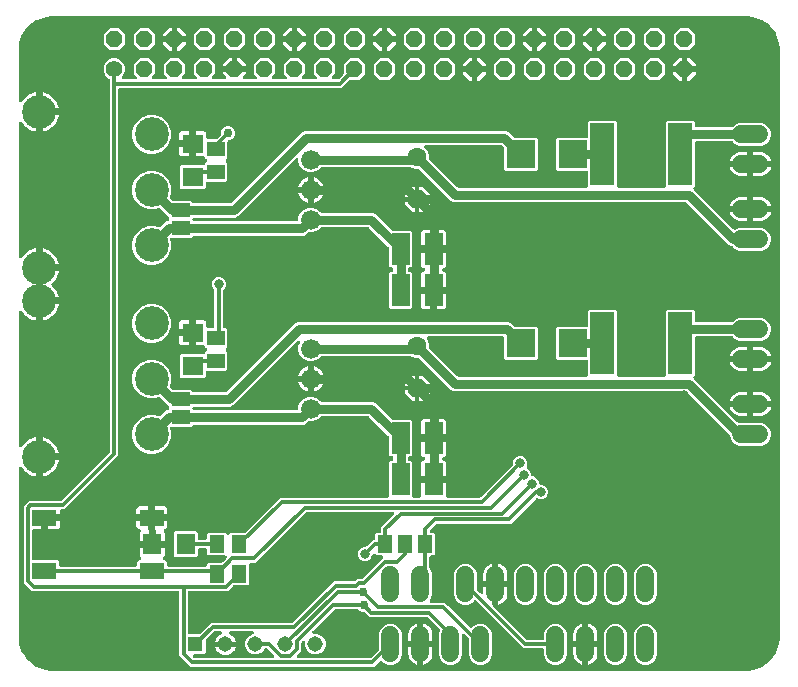
<source format=gbr>
G04 EAGLE Gerber RS-274X export*
G75*
%MOMM*%
%FSLAX34Y34*%
%LPD*%
%INTop Copper*%
%IPPOS*%
%AMOC8*
5,1,8,0,0,1.08239X$1,22.5*%
G01*
%ADD10R,2.100000X1.400000*%
%ADD11R,1.300000X1.500000*%
%ADD12R,1.600000X1.803000*%
%ADD13C,1.422400*%
%ADD14P,1.539592X8X22.500000*%
%ADD15C,1.524000*%
%ADD16R,1.308000X1.308000*%
%ADD17C,1.308000*%
%ADD18C,1.676400*%
%ADD19P,1.732040X8X292.500000*%
%ADD20C,1.600200*%
%ADD21R,1.600000X2.700000*%
%ADD22R,1.803000X1.600000*%
%ADD23R,1.500000X1.300000*%
%ADD24R,2.000000X5.300000*%
%ADD25C,2.850000*%
%ADD26R,2.400000X2.400000*%
%ADD27R,1.600200X1.168400*%
%ADD28C,0.800000*%
%ADD29C,0.756400*%
%ADD30C,0.806400*%
%ADD31P,5.411950X8X22.500000*%
%ADD32C,0.300000*%

G36*
X620032Y3005D02*
X620032Y3005D01*
X620118Y3005D01*
X624107Y3319D01*
X624179Y3334D01*
X624253Y3338D01*
X624438Y3384D01*
X624446Y3386D01*
X624448Y3387D01*
X624452Y3388D01*
X632040Y5853D01*
X632160Y5909D01*
X632284Y5957D01*
X632331Y5987D01*
X632354Y5998D01*
X632380Y6018D01*
X632458Y6066D01*
X638912Y10756D01*
X639002Y10839D01*
X639009Y10843D01*
X639018Y10852D01*
X639112Y10930D01*
X639148Y10972D01*
X639167Y10990D01*
X639186Y11018D01*
X639244Y11088D01*
X643934Y17542D01*
X643999Y17658D01*
X644070Y17770D01*
X644091Y17821D01*
X644103Y17843D01*
X644112Y17875D01*
X644147Y17960D01*
X646612Y25548D01*
X646627Y25620D01*
X646651Y25690D01*
X646678Y25878D01*
X646680Y25887D01*
X646680Y25889D01*
X646681Y25893D01*
X646995Y29882D01*
X646993Y29915D01*
X646999Y30000D01*
X646999Y530000D01*
X646995Y530032D01*
X646995Y530118D01*
X646681Y534107D01*
X646666Y534179D01*
X646662Y534253D01*
X646616Y534438D01*
X646614Y534446D01*
X646613Y534448D01*
X646612Y534452D01*
X644147Y542040D01*
X644091Y542160D01*
X644043Y542284D01*
X644013Y542331D01*
X644002Y542354D01*
X643982Y542380D01*
X643934Y542458D01*
X639244Y548912D01*
X639154Y549010D01*
X639070Y549112D01*
X639028Y549148D01*
X639010Y549167D01*
X638982Y549186D01*
X638912Y549244D01*
X632458Y553934D01*
X632342Y553999D01*
X632230Y554070D01*
X632179Y554091D01*
X632157Y554103D01*
X632125Y554112D01*
X632040Y554147D01*
X624452Y556612D01*
X624380Y556627D01*
X624310Y556651D01*
X624122Y556678D01*
X624113Y556680D01*
X624111Y556680D01*
X624107Y556681D01*
X620118Y556995D01*
X620085Y556993D01*
X620000Y556999D01*
X30000Y556999D01*
X29968Y556995D01*
X29882Y556995D01*
X25893Y556681D01*
X25821Y556666D01*
X25747Y556662D01*
X25562Y556616D01*
X25554Y556614D01*
X25552Y556613D01*
X25548Y556612D01*
X17960Y554147D01*
X17840Y554091D01*
X17716Y554043D01*
X17669Y554013D01*
X17646Y554002D01*
X17620Y553982D01*
X17542Y553934D01*
X11088Y549244D01*
X10990Y549154D01*
X10888Y549070D01*
X10852Y549028D01*
X10833Y549010D01*
X10814Y548982D01*
X10756Y548912D01*
X6066Y542458D01*
X6001Y542342D01*
X5930Y542230D01*
X5909Y542179D01*
X5897Y542157D01*
X5888Y542125D01*
X5853Y542040D01*
X3388Y534452D01*
X3373Y534380D01*
X3349Y534310D01*
X3322Y534122D01*
X3320Y534113D01*
X3320Y534111D01*
X3319Y534107D01*
X3005Y530118D01*
X3007Y530085D01*
X3001Y530000D01*
X3001Y485783D01*
X3015Y485657D01*
X3022Y485530D01*
X3035Y485485D01*
X3041Y485440D01*
X3084Y485320D01*
X3120Y485198D01*
X3142Y485158D01*
X3158Y485114D01*
X3228Y485008D01*
X3290Y484897D01*
X3322Y484863D01*
X3347Y484825D01*
X3439Y484737D01*
X3525Y484644D01*
X3564Y484618D01*
X3597Y484586D01*
X3707Y484522D01*
X3812Y484451D01*
X3856Y484435D01*
X3895Y484411D01*
X4017Y484374D01*
X4136Y484329D01*
X4181Y484323D01*
X4226Y484309D01*
X4353Y484300D01*
X4479Y484284D01*
X4525Y484289D01*
X4571Y484286D01*
X4696Y484306D01*
X4823Y484319D01*
X4866Y484334D01*
X4912Y484342D01*
X5029Y484390D01*
X5149Y484432D01*
X5189Y484457D01*
X5231Y484474D01*
X5334Y484548D01*
X5442Y484617D01*
X5474Y484649D01*
X5511Y484676D01*
X5595Y484773D01*
X5684Y484863D01*
X5719Y484916D01*
X5738Y484938D01*
X5753Y484966D01*
X5798Y485034D01*
X6009Y485399D01*
X7349Y487145D01*
X8905Y488701D01*
X10652Y490041D01*
X12558Y491141D01*
X14591Y491984D01*
X16717Y492553D01*
X17001Y492591D01*
X17001Y477550D01*
X17005Y477515D01*
X17002Y477480D01*
X17025Y477343D01*
X17041Y477207D01*
X17053Y477173D01*
X17058Y477138D01*
X17111Y477011D01*
X17158Y476882D01*
X17178Y476852D01*
X17191Y476819D01*
X17272Y476707D01*
X17347Y476592D01*
X17373Y476567D01*
X17393Y476539D01*
X17498Y476448D01*
X17597Y476353D01*
X17628Y476335D01*
X17654Y476312D01*
X17777Y476248D01*
X17895Y476178D01*
X17929Y476168D01*
X17961Y476151D01*
X18094Y476117D01*
X18226Y476076D01*
X18261Y476074D01*
X18295Y476065D01*
X18500Y476051D01*
X20001Y476051D01*
X20001Y476049D01*
X18500Y476049D01*
X18465Y476045D01*
X18429Y476047D01*
X18293Y476025D01*
X18157Y476009D01*
X18123Y475997D01*
X18088Y475991D01*
X17961Y475939D01*
X17831Y475892D01*
X17802Y475872D01*
X17769Y475859D01*
X17657Y475778D01*
X17542Y475703D01*
X17517Y475677D01*
X17489Y475657D01*
X17398Y475552D01*
X17303Y475453D01*
X17285Y475422D01*
X17262Y475395D01*
X17198Y475273D01*
X17128Y475155D01*
X17118Y475121D01*
X17101Y475089D01*
X17067Y474956D01*
X17026Y474824D01*
X17024Y474789D01*
X17015Y474755D01*
X17001Y474550D01*
X17001Y459509D01*
X16717Y459547D01*
X14591Y460116D01*
X12558Y460959D01*
X10652Y462059D01*
X8905Y463399D01*
X7349Y464955D01*
X6009Y466701D01*
X5798Y467066D01*
X5722Y467169D01*
X5653Y467275D01*
X5620Y467307D01*
X5592Y467344D01*
X5495Y467426D01*
X5403Y467514D01*
X5363Y467537D01*
X5328Y467567D01*
X5214Y467624D01*
X5105Y467689D01*
X5061Y467702D01*
X5020Y467723D01*
X4896Y467753D01*
X4774Y467791D01*
X4728Y467794D01*
X4684Y467805D01*
X4557Y467806D01*
X4429Y467814D01*
X4384Y467807D01*
X4338Y467807D01*
X4214Y467779D01*
X4088Y467758D01*
X4046Y467741D01*
X4001Y467731D01*
X3886Y467675D01*
X3769Y467626D01*
X3732Y467599D01*
X3690Y467579D01*
X3592Y467498D01*
X3489Y467424D01*
X3458Y467389D01*
X3423Y467360D01*
X3345Y467258D01*
X3262Y467162D01*
X3240Y467122D01*
X3212Y467085D01*
X3160Y466969D01*
X3101Y466856D01*
X3090Y466812D01*
X3071Y466770D01*
X3047Y466645D01*
X3015Y466522D01*
X3010Y466458D01*
X3005Y466430D01*
X3006Y466398D01*
X3001Y466317D01*
X3001Y353683D01*
X3015Y353557D01*
X3022Y353430D01*
X3035Y353385D01*
X3041Y353340D01*
X3084Y353220D01*
X3120Y353098D01*
X3142Y353058D01*
X3158Y353014D01*
X3228Y352908D01*
X3290Y352797D01*
X3322Y352763D01*
X3347Y352725D01*
X3439Y352637D01*
X3525Y352544D01*
X3564Y352518D01*
X3597Y352486D01*
X3707Y352422D01*
X3812Y352351D01*
X3856Y352335D01*
X3895Y352311D01*
X4017Y352274D01*
X4136Y352229D01*
X4181Y352223D01*
X4226Y352209D01*
X4353Y352200D01*
X4479Y352184D01*
X4525Y352189D01*
X4571Y352186D01*
X4696Y352206D01*
X4823Y352219D01*
X4866Y352234D01*
X4912Y352242D01*
X5029Y352290D01*
X5149Y352332D01*
X5189Y352357D01*
X5231Y352374D01*
X5334Y352448D01*
X5442Y352517D01*
X5474Y352549D01*
X5511Y352576D01*
X5595Y352673D01*
X5684Y352763D01*
X5719Y352816D01*
X5738Y352838D01*
X5753Y352866D01*
X5798Y352934D01*
X6009Y353299D01*
X7349Y355045D01*
X8905Y356601D01*
X10652Y357941D01*
X12558Y359041D01*
X14591Y359884D01*
X16717Y360453D01*
X17001Y360491D01*
X17001Y345450D01*
X17005Y345415D01*
X17002Y345380D01*
X17025Y345243D01*
X17041Y345107D01*
X17053Y345073D01*
X17058Y345038D01*
X17111Y344911D01*
X17158Y344782D01*
X17178Y344752D01*
X17191Y344719D01*
X17272Y344607D01*
X17347Y344492D01*
X17373Y344467D01*
X17393Y344439D01*
X17498Y344348D01*
X17597Y344253D01*
X17628Y344235D01*
X17654Y344212D01*
X17777Y344148D01*
X17895Y344078D01*
X17929Y344068D01*
X17961Y344051D01*
X18094Y344017D01*
X18226Y343976D01*
X18261Y343974D01*
X18295Y343965D01*
X18500Y343951D01*
X20001Y343951D01*
X20001Y343949D01*
X18500Y343949D01*
X18465Y343945D01*
X18429Y343947D01*
X18293Y343925D01*
X18157Y343909D01*
X18123Y343897D01*
X18088Y343891D01*
X17961Y343839D01*
X17831Y343792D01*
X17802Y343772D01*
X17769Y343759D01*
X17657Y343678D01*
X17542Y343603D01*
X17517Y343577D01*
X17489Y343557D01*
X17398Y343452D01*
X17303Y343353D01*
X17285Y343322D01*
X17262Y343295D01*
X17198Y343173D01*
X17128Y343055D01*
X17118Y343021D01*
X17101Y342989D01*
X17067Y342856D01*
X17026Y342724D01*
X17024Y342689D01*
X17015Y342655D01*
X17001Y342450D01*
X17001Y317550D01*
X17005Y317515D01*
X17002Y317480D01*
X17025Y317343D01*
X17041Y317207D01*
X17053Y317173D01*
X17058Y317138D01*
X17111Y317011D01*
X17158Y316882D01*
X17178Y316852D01*
X17191Y316819D01*
X17272Y316707D01*
X17347Y316592D01*
X17373Y316567D01*
X17393Y316539D01*
X17498Y316448D01*
X17597Y316353D01*
X17628Y316335D01*
X17654Y316312D01*
X17777Y316248D01*
X17895Y316178D01*
X17929Y316168D01*
X17961Y316151D01*
X18094Y316117D01*
X18226Y316076D01*
X18261Y316074D01*
X18295Y316065D01*
X18500Y316051D01*
X20001Y316051D01*
X20001Y316049D01*
X18500Y316049D01*
X18465Y316045D01*
X18429Y316047D01*
X18293Y316025D01*
X18157Y316009D01*
X18123Y315997D01*
X18088Y315991D01*
X17961Y315939D01*
X17831Y315892D01*
X17802Y315872D01*
X17769Y315859D01*
X17657Y315778D01*
X17542Y315703D01*
X17517Y315677D01*
X17489Y315657D01*
X17398Y315552D01*
X17303Y315453D01*
X17285Y315422D01*
X17262Y315395D01*
X17198Y315273D01*
X17128Y315155D01*
X17118Y315121D01*
X17101Y315089D01*
X17067Y314956D01*
X17026Y314824D01*
X17024Y314789D01*
X17015Y314755D01*
X17001Y314550D01*
X17001Y299509D01*
X16717Y299547D01*
X14591Y300116D01*
X12558Y300959D01*
X10652Y302059D01*
X8905Y303399D01*
X7349Y304955D01*
X6009Y306701D01*
X5798Y307066D01*
X5722Y307169D01*
X5653Y307275D01*
X5620Y307307D01*
X5592Y307344D01*
X5495Y307426D01*
X5403Y307514D01*
X5363Y307537D01*
X5328Y307567D01*
X5214Y307624D01*
X5105Y307689D01*
X5061Y307702D01*
X5020Y307723D01*
X4896Y307753D01*
X4774Y307791D01*
X4728Y307794D01*
X4684Y307805D01*
X4557Y307806D01*
X4429Y307814D01*
X4384Y307807D01*
X4338Y307807D01*
X4214Y307779D01*
X4088Y307758D01*
X4046Y307741D01*
X4001Y307731D01*
X3886Y307675D01*
X3769Y307626D01*
X3732Y307599D01*
X3690Y307579D01*
X3592Y307498D01*
X3489Y307424D01*
X3458Y307389D01*
X3423Y307360D01*
X3345Y307258D01*
X3262Y307162D01*
X3240Y307122D01*
X3212Y307085D01*
X3160Y306969D01*
X3101Y306856D01*
X3090Y306812D01*
X3071Y306770D01*
X3047Y306645D01*
X3015Y306522D01*
X3010Y306458D01*
X3005Y306430D01*
X3006Y306398D01*
X3001Y306317D01*
X3001Y193683D01*
X3015Y193557D01*
X3022Y193430D01*
X3035Y193385D01*
X3041Y193340D01*
X3084Y193220D01*
X3120Y193098D01*
X3142Y193058D01*
X3158Y193014D01*
X3228Y192908D01*
X3290Y192797D01*
X3322Y192763D01*
X3347Y192725D01*
X3439Y192637D01*
X3525Y192544D01*
X3564Y192518D01*
X3597Y192486D01*
X3707Y192422D01*
X3812Y192351D01*
X3856Y192335D01*
X3895Y192311D01*
X4017Y192274D01*
X4136Y192229D01*
X4181Y192223D01*
X4226Y192209D01*
X4353Y192200D01*
X4479Y192184D01*
X4525Y192189D01*
X4571Y192186D01*
X4696Y192206D01*
X4823Y192219D01*
X4866Y192234D01*
X4912Y192242D01*
X5029Y192290D01*
X5149Y192332D01*
X5189Y192357D01*
X5231Y192374D01*
X5334Y192448D01*
X5442Y192517D01*
X5474Y192549D01*
X5511Y192576D01*
X5595Y192673D01*
X5684Y192763D01*
X5719Y192816D01*
X5738Y192838D01*
X5753Y192866D01*
X5798Y192934D01*
X6009Y193299D01*
X7349Y195045D01*
X8905Y196601D01*
X10652Y197941D01*
X12558Y199041D01*
X14591Y199884D01*
X16717Y200453D01*
X17001Y200491D01*
X17001Y185450D01*
X17005Y185415D01*
X17002Y185380D01*
X17025Y185243D01*
X17041Y185107D01*
X17053Y185073D01*
X17058Y185038D01*
X17111Y184911D01*
X17158Y184782D01*
X17178Y184752D01*
X17191Y184719D01*
X17272Y184607D01*
X17347Y184492D01*
X17373Y184467D01*
X17393Y184439D01*
X17498Y184348D01*
X17597Y184253D01*
X17628Y184235D01*
X17654Y184212D01*
X17777Y184148D01*
X17895Y184078D01*
X17929Y184068D01*
X17961Y184051D01*
X18094Y184017D01*
X18226Y183976D01*
X18261Y183974D01*
X18295Y183965D01*
X18500Y183951D01*
X20001Y183951D01*
X20001Y183949D01*
X18500Y183949D01*
X18465Y183945D01*
X18429Y183947D01*
X18293Y183925D01*
X18157Y183909D01*
X18123Y183897D01*
X18088Y183891D01*
X17961Y183839D01*
X17831Y183792D01*
X17802Y183772D01*
X17769Y183759D01*
X17657Y183678D01*
X17542Y183603D01*
X17517Y183577D01*
X17489Y183557D01*
X17398Y183452D01*
X17303Y183353D01*
X17285Y183322D01*
X17262Y183295D01*
X17198Y183173D01*
X17128Y183055D01*
X17118Y183021D01*
X17101Y182989D01*
X17067Y182856D01*
X17026Y182724D01*
X17024Y182689D01*
X17015Y182655D01*
X17001Y182450D01*
X17001Y167409D01*
X16717Y167447D01*
X14591Y168016D01*
X12558Y168859D01*
X10652Y169959D01*
X8905Y171299D01*
X7349Y172855D01*
X6009Y174601D01*
X5798Y174966D01*
X5722Y175069D01*
X5653Y175175D01*
X5620Y175207D01*
X5592Y175244D01*
X5495Y175326D01*
X5403Y175414D01*
X5363Y175437D01*
X5328Y175467D01*
X5214Y175524D01*
X5105Y175589D01*
X5061Y175602D01*
X5020Y175623D01*
X4896Y175653D01*
X4774Y175691D01*
X4728Y175694D01*
X4684Y175705D01*
X4557Y175706D01*
X4429Y175714D01*
X4384Y175707D01*
X4338Y175707D01*
X4214Y175679D01*
X4088Y175658D01*
X4046Y175641D01*
X4001Y175631D01*
X3886Y175575D01*
X3769Y175526D01*
X3732Y175499D01*
X3690Y175479D01*
X3592Y175398D01*
X3489Y175324D01*
X3458Y175289D01*
X3423Y175260D01*
X3345Y175158D01*
X3262Y175062D01*
X3240Y175022D01*
X3212Y174985D01*
X3160Y174869D01*
X3101Y174756D01*
X3090Y174712D01*
X3071Y174670D01*
X3047Y174545D01*
X3015Y174422D01*
X3010Y174358D01*
X3005Y174330D01*
X3006Y174298D01*
X3001Y174217D01*
X3001Y30000D01*
X3005Y29968D01*
X3005Y29937D01*
X3003Y29917D01*
X3005Y29906D01*
X3005Y29882D01*
X3319Y25893D01*
X3334Y25821D01*
X3338Y25747D01*
X3384Y25562D01*
X3386Y25554D01*
X3387Y25552D01*
X3388Y25548D01*
X5853Y17960D01*
X5909Y17840D01*
X5957Y17716D01*
X5987Y17669D01*
X5998Y17646D01*
X6018Y17620D01*
X6066Y17542D01*
X10756Y11088D01*
X10812Y11026D01*
X10842Y10985D01*
X10870Y10961D01*
X10930Y10888D01*
X10972Y10852D01*
X10990Y10833D01*
X11018Y10814D01*
X11088Y10756D01*
X17542Y6066D01*
X17658Y6001D01*
X17770Y5930D01*
X17821Y5909D01*
X17843Y5897D01*
X17875Y5888D01*
X17960Y5853D01*
X25548Y3388D01*
X25620Y3373D01*
X25690Y3349D01*
X25878Y3322D01*
X25887Y3320D01*
X25889Y3320D01*
X25893Y3319D01*
X29882Y3005D01*
X29915Y3007D01*
X30000Y3001D01*
X620000Y3001D01*
X620032Y3005D01*
G37*
%LPC*%
G36*
X148320Y6499D02*
X148320Y6499D01*
X141349Y13470D01*
X141349Y13471D01*
X138859Y15960D01*
X138859Y69000D01*
X138857Y69023D01*
X138858Y69038D01*
X138856Y69048D01*
X138858Y69071D01*
X138835Y69207D01*
X138819Y69343D01*
X138807Y69377D01*
X138802Y69412D01*
X138749Y69539D01*
X138702Y69669D01*
X138683Y69698D01*
X138669Y69731D01*
X138588Y69843D01*
X138513Y69958D01*
X138487Y69983D01*
X138467Y70011D01*
X138363Y70102D01*
X138263Y70197D01*
X138232Y70215D01*
X138206Y70238D01*
X138083Y70302D01*
X137965Y70372D01*
X137931Y70382D01*
X137899Y70399D01*
X137766Y70433D01*
X137634Y70474D01*
X137599Y70476D01*
X137565Y70485D01*
X137360Y70499D01*
X14100Y70499D01*
X6999Y77600D01*
X6999Y142400D01*
X11100Y146501D01*
X37879Y146501D01*
X38017Y146517D01*
X38157Y146527D01*
X38189Y146537D01*
X38223Y146541D01*
X38354Y146588D01*
X38487Y146629D01*
X38516Y146647D01*
X38548Y146658D01*
X38665Y146734D01*
X38785Y146805D01*
X38819Y146835D01*
X38837Y146847D01*
X38861Y146871D01*
X38939Y146940D01*
X79760Y187761D01*
X79847Y187870D01*
X79938Y187975D01*
X79954Y188005D01*
X79975Y188032D01*
X80034Y188158D01*
X80099Y188281D01*
X80107Y188314D01*
X80122Y188345D01*
X80150Y188481D01*
X80185Y188616D01*
X80188Y188661D01*
X80193Y188683D01*
X80192Y188717D01*
X80199Y188821D01*
X80199Y502885D01*
X80189Y502972D01*
X80189Y503059D01*
X80169Y503143D01*
X80159Y503228D01*
X80130Y503310D01*
X80110Y503396D01*
X80071Y503473D01*
X80042Y503553D01*
X79994Y503627D01*
X79955Y503705D01*
X79900Y503771D01*
X79853Y503843D01*
X79790Y503903D01*
X79734Y503971D01*
X79665Y504022D01*
X79603Y504082D01*
X79527Y504126D01*
X79457Y504179D01*
X79329Y504243D01*
X79305Y504257D01*
X79293Y504260D01*
X79274Y504270D01*
X78538Y504575D01*
X75975Y507138D01*
X74587Y510487D01*
X74587Y514113D01*
X75975Y517462D01*
X78538Y520025D01*
X81887Y521413D01*
X85513Y521413D01*
X88862Y520025D01*
X91425Y517462D01*
X92813Y514113D01*
X92813Y510487D01*
X91425Y507138D01*
X90347Y506060D01*
X90283Y505978D01*
X90211Y505903D01*
X90176Y505843D01*
X90133Y505789D01*
X90088Y505695D01*
X90036Y505605D01*
X90015Y505539D01*
X89986Y505476D01*
X89964Y505374D01*
X89934Y505274D01*
X89929Y505205D01*
X89915Y505138D01*
X89917Y505034D01*
X89910Y504929D01*
X89921Y504861D01*
X89923Y504792D01*
X89949Y504691D01*
X89966Y504588D01*
X89993Y504524D01*
X90010Y504458D01*
X90059Y504365D01*
X90099Y504269D01*
X90139Y504213D01*
X90171Y504152D01*
X90240Y504073D01*
X90301Y503989D01*
X90353Y503943D01*
X90399Y503891D01*
X90483Y503830D01*
X90562Y503762D01*
X90623Y503730D01*
X90679Y503689D01*
X90776Y503650D01*
X90868Y503601D01*
X90935Y503584D01*
X90999Y503558D01*
X91102Y503541D01*
X91203Y503515D01*
X91307Y503508D01*
X91340Y503502D01*
X91363Y503504D01*
X91408Y503501D01*
X101392Y503501D01*
X101496Y503513D01*
X101600Y503515D01*
X101667Y503533D01*
X101736Y503541D01*
X101834Y503576D01*
X101935Y503602D01*
X101996Y503635D01*
X102061Y503658D01*
X102149Y503715D01*
X102241Y503764D01*
X102293Y503809D01*
X102351Y503847D01*
X102423Y503922D01*
X102501Y503991D01*
X102542Y504047D01*
X102589Y504097D01*
X102642Y504187D01*
X102703Y504272D01*
X102729Y504336D01*
X102764Y504395D01*
X102795Y504495D01*
X102835Y504591D01*
X102846Y504660D01*
X102866Y504726D01*
X102874Y504830D01*
X102890Y504933D01*
X102885Y505002D01*
X102890Y505071D01*
X102873Y505173D01*
X102866Y505278D01*
X102845Y505344D01*
X102834Y505412D01*
X102794Y505508D01*
X102763Y505608D01*
X102728Y505667D01*
X102701Y505731D01*
X102640Y505816D01*
X102587Y505905D01*
X102519Y505984D01*
X102499Y506011D01*
X102482Y506026D01*
X102453Y506060D01*
X99987Y508525D01*
X99987Y516075D01*
X105325Y521413D01*
X112875Y521413D01*
X118213Y516075D01*
X118213Y508525D01*
X115747Y506060D01*
X115683Y505978D01*
X115611Y505903D01*
X115576Y505843D01*
X115533Y505789D01*
X115488Y505695D01*
X115436Y505605D01*
X115415Y505539D01*
X115386Y505476D01*
X115364Y505374D01*
X115334Y505274D01*
X115329Y505205D01*
X115315Y505138D01*
X115317Y505034D01*
X115310Y504929D01*
X115321Y504861D01*
X115323Y504792D01*
X115349Y504691D01*
X115366Y504588D01*
X115392Y504524D01*
X115410Y504458D01*
X115459Y504365D01*
X115499Y504269D01*
X115539Y504213D01*
X115571Y504152D01*
X115640Y504073D01*
X115701Y503989D01*
X115753Y503943D01*
X115798Y503891D01*
X115883Y503830D01*
X115962Y503762D01*
X116023Y503730D01*
X116079Y503689D01*
X116176Y503650D01*
X116268Y503601D01*
X116335Y503584D01*
X116399Y503558D01*
X116502Y503541D01*
X116603Y503515D01*
X116707Y503508D01*
X116740Y503502D01*
X116763Y503504D01*
X116808Y503501D01*
X126792Y503501D01*
X126896Y503513D01*
X127000Y503515D01*
X127067Y503533D01*
X127136Y503541D01*
X127234Y503576D01*
X127335Y503602D01*
X127396Y503635D01*
X127461Y503658D01*
X127549Y503715D01*
X127641Y503764D01*
X127693Y503809D01*
X127751Y503847D01*
X127823Y503922D01*
X127901Y503991D01*
X127942Y504047D01*
X127989Y504097D01*
X128042Y504187D01*
X128103Y504272D01*
X128129Y504336D01*
X128164Y504395D01*
X128195Y504495D01*
X128235Y504591D01*
X128246Y504660D01*
X128266Y504726D01*
X128274Y504830D01*
X128290Y504933D01*
X128285Y505002D01*
X128290Y505071D01*
X128273Y505173D01*
X128266Y505278D01*
X128245Y505344D01*
X128234Y505412D01*
X128194Y505508D01*
X128163Y505608D01*
X128128Y505667D01*
X128101Y505731D01*
X128040Y505816D01*
X127987Y505905D01*
X127919Y505984D01*
X127899Y506011D01*
X127882Y506026D01*
X127853Y506060D01*
X125387Y508525D01*
X125387Y516075D01*
X130725Y521413D01*
X138275Y521413D01*
X143613Y516075D01*
X143613Y508525D01*
X141147Y506060D01*
X141083Y505978D01*
X141011Y505903D01*
X140976Y505843D01*
X140933Y505789D01*
X140888Y505695D01*
X140836Y505605D01*
X140815Y505539D01*
X140786Y505476D01*
X140764Y505374D01*
X140734Y505274D01*
X140729Y505205D01*
X140715Y505138D01*
X140717Y505034D01*
X140710Y504929D01*
X140721Y504861D01*
X140723Y504792D01*
X140749Y504691D01*
X140766Y504588D01*
X140792Y504524D01*
X140810Y504458D01*
X140859Y504365D01*
X140899Y504269D01*
X140939Y504213D01*
X140971Y504152D01*
X141040Y504073D01*
X141101Y503989D01*
X141153Y503943D01*
X141198Y503891D01*
X141283Y503830D01*
X141362Y503762D01*
X141423Y503730D01*
X141479Y503689D01*
X141576Y503650D01*
X141668Y503601D01*
X141735Y503584D01*
X141799Y503558D01*
X141902Y503541D01*
X142003Y503515D01*
X142107Y503508D01*
X142140Y503502D01*
X142163Y503504D01*
X142208Y503501D01*
X152192Y503501D01*
X152296Y503513D01*
X152400Y503515D01*
X152467Y503533D01*
X152536Y503541D01*
X152634Y503576D01*
X152735Y503602D01*
X152796Y503635D01*
X152861Y503658D01*
X152949Y503715D01*
X153041Y503764D01*
X153093Y503809D01*
X153151Y503847D01*
X153223Y503922D01*
X153301Y503991D01*
X153342Y504047D01*
X153389Y504097D01*
X153442Y504187D01*
X153503Y504272D01*
X153529Y504336D01*
X153564Y504395D01*
X153595Y504495D01*
X153635Y504591D01*
X153646Y504660D01*
X153666Y504726D01*
X153674Y504830D01*
X153690Y504933D01*
X153685Y505002D01*
X153690Y505071D01*
X153673Y505173D01*
X153666Y505278D01*
X153645Y505344D01*
X153634Y505412D01*
X153594Y505508D01*
X153563Y505608D01*
X153528Y505667D01*
X153501Y505731D01*
X153440Y505816D01*
X153387Y505905D01*
X153319Y505984D01*
X153299Y506011D01*
X153282Y506026D01*
X153253Y506060D01*
X150787Y508525D01*
X150787Y516075D01*
X156125Y521413D01*
X163675Y521413D01*
X169013Y516075D01*
X169013Y508525D01*
X166547Y506060D01*
X166483Y505978D01*
X166411Y505903D01*
X166376Y505843D01*
X166333Y505789D01*
X166288Y505695D01*
X166236Y505605D01*
X166215Y505539D01*
X166186Y505476D01*
X166164Y505374D01*
X166134Y505274D01*
X166129Y505205D01*
X166115Y505138D01*
X166117Y505034D01*
X166110Y504929D01*
X166121Y504861D01*
X166123Y504792D01*
X166149Y504691D01*
X166166Y504588D01*
X166192Y504524D01*
X166210Y504458D01*
X166259Y504365D01*
X166299Y504269D01*
X166339Y504213D01*
X166371Y504152D01*
X166440Y504073D01*
X166501Y503989D01*
X166553Y503943D01*
X166598Y503891D01*
X166683Y503830D01*
X166762Y503762D01*
X166823Y503730D01*
X166879Y503689D01*
X166976Y503650D01*
X167068Y503601D01*
X167135Y503584D01*
X167199Y503558D01*
X167302Y503541D01*
X167403Y503515D01*
X167507Y503508D01*
X167540Y503502D01*
X167563Y503504D01*
X167608Y503501D01*
X176829Y503501D01*
X176932Y503513D01*
X177037Y503515D01*
X177104Y503533D01*
X177172Y503541D01*
X177270Y503576D01*
X177371Y503602D01*
X177432Y503635D01*
X177497Y503658D01*
X177585Y503715D01*
X177677Y503764D01*
X177729Y503809D01*
X177787Y503847D01*
X177859Y503922D01*
X177938Y503991D01*
X177978Y504047D01*
X178026Y504097D01*
X178078Y504187D01*
X178139Y504272D01*
X178166Y504336D01*
X178201Y504395D01*
X178231Y504495D01*
X178271Y504591D01*
X178282Y504660D01*
X178303Y504726D01*
X178310Y504830D01*
X178327Y504933D01*
X178322Y505002D01*
X178326Y505071D01*
X178309Y505173D01*
X178302Y505278D01*
X178282Y505344D01*
X178270Y505412D01*
X178230Y505508D01*
X178199Y505608D01*
X178164Y505667D01*
X178138Y505731D01*
X178077Y505816D01*
X178024Y505905D01*
X177955Y505984D01*
X177935Y506011D01*
X177919Y506026D01*
X177889Y506060D01*
X175647Y508302D01*
X175647Y510015D01*
X184514Y510015D01*
X184549Y510019D01*
X184584Y510016D01*
X184720Y510039D01*
X184857Y510055D01*
X184891Y510067D01*
X184926Y510072D01*
X185053Y510125D01*
X185182Y510172D01*
X185212Y510191D01*
X185245Y510205D01*
X185300Y510245D01*
X185363Y510212D01*
X185481Y510142D01*
X185515Y510132D01*
X185547Y510115D01*
X185680Y510081D01*
X185812Y510040D01*
X185847Y510038D01*
X185882Y510029D01*
X186086Y510015D01*
X194953Y510015D01*
X194953Y508302D01*
X192711Y506060D01*
X192646Y505978D01*
X192574Y505903D01*
X192539Y505843D01*
X192496Y505789D01*
X192452Y505695D01*
X192399Y505605D01*
X192379Y505539D01*
X192350Y505476D01*
X192328Y505374D01*
X192297Y505274D01*
X192293Y505205D01*
X192278Y505138D01*
X192281Y505034D01*
X192274Y504929D01*
X192285Y504861D01*
X192286Y504792D01*
X192313Y504691D01*
X192330Y504588D01*
X192356Y504524D01*
X192374Y504458D01*
X192422Y504365D01*
X192462Y504269D01*
X192503Y504213D01*
X192535Y504152D01*
X192604Y504073D01*
X192665Y503989D01*
X192717Y503943D01*
X192762Y503891D01*
X192847Y503830D01*
X192926Y503762D01*
X192987Y503730D01*
X193043Y503689D01*
X193139Y503650D01*
X193232Y503601D01*
X193299Y503584D01*
X193363Y503558D01*
X193465Y503541D01*
X193567Y503515D01*
X193671Y503508D01*
X193704Y503502D01*
X193726Y503504D01*
X193771Y503501D01*
X202992Y503501D01*
X203096Y503513D01*
X203200Y503515D01*
X203267Y503533D01*
X203336Y503541D01*
X203434Y503576D01*
X203535Y503602D01*
X203596Y503635D01*
X203661Y503658D01*
X203749Y503715D01*
X203841Y503764D01*
X203893Y503809D01*
X203951Y503847D01*
X204023Y503922D01*
X204101Y503991D01*
X204142Y504047D01*
X204189Y504097D01*
X204242Y504187D01*
X204303Y504272D01*
X204329Y504336D01*
X204364Y504395D01*
X204395Y504495D01*
X204435Y504591D01*
X204446Y504660D01*
X204466Y504726D01*
X204474Y504830D01*
X204490Y504933D01*
X204485Y505002D01*
X204490Y505071D01*
X204473Y505173D01*
X204466Y505278D01*
X204445Y505344D01*
X204434Y505412D01*
X204394Y505508D01*
X204363Y505608D01*
X204328Y505667D01*
X204301Y505731D01*
X204240Y505816D01*
X204187Y505905D01*
X204119Y505984D01*
X204099Y506011D01*
X204082Y506026D01*
X204053Y506060D01*
X201587Y508525D01*
X201587Y516075D01*
X206925Y521413D01*
X214475Y521413D01*
X219813Y516075D01*
X219813Y508525D01*
X217347Y506060D01*
X217283Y505978D01*
X217211Y505903D01*
X217176Y505843D01*
X217133Y505789D01*
X217088Y505695D01*
X217036Y505605D01*
X217015Y505539D01*
X216986Y505476D01*
X216964Y505374D01*
X216934Y505274D01*
X216929Y505205D01*
X216915Y505138D01*
X216917Y505034D01*
X216910Y504929D01*
X216921Y504861D01*
X216923Y504792D01*
X216949Y504691D01*
X216966Y504588D01*
X216992Y504524D01*
X217010Y504458D01*
X217059Y504365D01*
X217099Y504269D01*
X217139Y504213D01*
X217171Y504152D01*
X217240Y504073D01*
X217301Y503989D01*
X217353Y503943D01*
X217398Y503891D01*
X217483Y503830D01*
X217562Y503762D01*
X217623Y503730D01*
X217679Y503689D01*
X217776Y503650D01*
X217868Y503601D01*
X217935Y503584D01*
X217999Y503558D01*
X218102Y503541D01*
X218203Y503515D01*
X218307Y503508D01*
X218340Y503502D01*
X218363Y503504D01*
X218408Y503501D01*
X228392Y503501D01*
X228496Y503513D01*
X228600Y503515D01*
X228667Y503533D01*
X228736Y503541D01*
X228834Y503576D01*
X228935Y503602D01*
X228996Y503635D01*
X229061Y503658D01*
X229149Y503715D01*
X229241Y503764D01*
X229293Y503809D01*
X229351Y503847D01*
X229423Y503922D01*
X229501Y503991D01*
X229542Y504047D01*
X229589Y504097D01*
X229642Y504187D01*
X229703Y504272D01*
X229729Y504336D01*
X229764Y504395D01*
X229795Y504495D01*
X229835Y504591D01*
X229846Y504660D01*
X229866Y504726D01*
X229874Y504830D01*
X229890Y504933D01*
X229885Y505002D01*
X229890Y505071D01*
X229873Y505173D01*
X229866Y505278D01*
X229845Y505344D01*
X229834Y505412D01*
X229794Y505508D01*
X229763Y505608D01*
X229728Y505667D01*
X229701Y505731D01*
X229640Y505816D01*
X229587Y505905D01*
X229519Y505984D01*
X229499Y506011D01*
X229482Y506026D01*
X229453Y506060D01*
X226987Y508525D01*
X226987Y516075D01*
X232325Y521413D01*
X239875Y521413D01*
X245213Y516075D01*
X245213Y508525D01*
X242747Y506060D01*
X242683Y505978D01*
X242611Y505903D01*
X242576Y505843D01*
X242533Y505789D01*
X242488Y505695D01*
X242436Y505605D01*
X242415Y505539D01*
X242386Y505476D01*
X242364Y505374D01*
X242334Y505274D01*
X242329Y505205D01*
X242315Y505138D01*
X242317Y505034D01*
X242310Y504929D01*
X242321Y504861D01*
X242323Y504792D01*
X242349Y504691D01*
X242366Y504588D01*
X242392Y504524D01*
X242410Y504458D01*
X242459Y504365D01*
X242499Y504269D01*
X242539Y504213D01*
X242571Y504152D01*
X242640Y504073D01*
X242701Y503989D01*
X242753Y503943D01*
X242798Y503891D01*
X242883Y503830D01*
X242962Y503762D01*
X243023Y503730D01*
X243079Y503689D01*
X243176Y503650D01*
X243268Y503601D01*
X243335Y503584D01*
X243399Y503558D01*
X243502Y503541D01*
X243603Y503515D01*
X243707Y503508D01*
X243740Y503502D01*
X243763Y503504D01*
X243808Y503501D01*
X253792Y503501D01*
X253896Y503513D01*
X254000Y503515D01*
X254067Y503533D01*
X254136Y503541D01*
X254234Y503576D01*
X254335Y503602D01*
X254396Y503635D01*
X254461Y503658D01*
X254549Y503715D01*
X254641Y503764D01*
X254693Y503809D01*
X254751Y503847D01*
X254823Y503922D01*
X254901Y503991D01*
X254942Y504047D01*
X254989Y504097D01*
X255042Y504187D01*
X255103Y504272D01*
X255129Y504336D01*
X255164Y504395D01*
X255195Y504495D01*
X255235Y504591D01*
X255246Y504660D01*
X255266Y504726D01*
X255274Y504830D01*
X255290Y504933D01*
X255285Y505002D01*
X255290Y505071D01*
X255273Y505173D01*
X255266Y505278D01*
X255245Y505344D01*
X255234Y505412D01*
X255194Y505508D01*
X255163Y505608D01*
X255128Y505667D01*
X255101Y505731D01*
X255040Y505816D01*
X254987Y505905D01*
X254919Y505984D01*
X254899Y506011D01*
X254882Y506026D01*
X254853Y506060D01*
X252387Y508525D01*
X252387Y516075D01*
X257725Y521413D01*
X265275Y521413D01*
X270613Y516075D01*
X270613Y508525D01*
X268147Y506060D01*
X268083Y505978D01*
X268011Y505903D01*
X267976Y505843D01*
X267933Y505789D01*
X267888Y505695D01*
X267836Y505605D01*
X267815Y505539D01*
X267786Y505476D01*
X267764Y505374D01*
X267734Y505274D01*
X267729Y505205D01*
X267715Y505138D01*
X267717Y505034D01*
X267710Y504929D01*
X267721Y504861D01*
X267723Y504792D01*
X267749Y504691D01*
X267766Y504588D01*
X267792Y504524D01*
X267810Y504458D01*
X267859Y504365D01*
X267899Y504269D01*
X267939Y504213D01*
X267971Y504152D01*
X268040Y504073D01*
X268101Y503989D01*
X268153Y503943D01*
X268198Y503891D01*
X268283Y503830D01*
X268362Y503762D01*
X268423Y503730D01*
X268479Y503689D01*
X268576Y503650D01*
X268668Y503601D01*
X268735Y503584D01*
X268799Y503558D01*
X268902Y503541D01*
X269003Y503515D01*
X269107Y503508D01*
X269140Y503502D01*
X269163Y503504D01*
X269208Y503501D01*
X272529Y503501D01*
X272667Y503517D01*
X272806Y503527D01*
X272839Y503537D01*
X272872Y503541D01*
X273003Y503588D01*
X273137Y503629D01*
X273166Y503647D01*
X273198Y503658D01*
X273314Y503734D01*
X273434Y503805D01*
X273468Y503835D01*
X273487Y503847D01*
X273510Y503871D01*
X273589Y503940D01*
X277348Y507699D01*
X277435Y507808D01*
X277526Y507914D01*
X277542Y507944D01*
X277563Y507970D01*
X277622Y508096D01*
X277687Y508220D01*
X277695Y508252D01*
X277710Y508283D01*
X277738Y508419D01*
X277773Y508554D01*
X277776Y508600D01*
X277781Y508621D01*
X277780Y508655D01*
X277787Y508759D01*
X277787Y516075D01*
X283125Y521413D01*
X290675Y521413D01*
X296013Y516075D01*
X296013Y508525D01*
X290675Y503187D01*
X283359Y503187D01*
X283221Y503171D01*
X283082Y503161D01*
X283049Y503151D01*
X283016Y503147D01*
X282885Y503100D01*
X282751Y503059D01*
X282722Y503041D01*
X282690Y503030D01*
X282574Y502954D01*
X282454Y502883D01*
X282420Y502853D01*
X282401Y502841D01*
X282378Y502817D01*
X282299Y502748D01*
X276050Y496499D01*
X88700Y496499D01*
X88665Y496495D01*
X88629Y496498D01*
X88493Y496475D01*
X88357Y496459D01*
X88323Y496447D01*
X88288Y496442D01*
X88161Y496389D01*
X88031Y496342D01*
X88002Y496323D01*
X87969Y496309D01*
X87857Y496228D01*
X87742Y496153D01*
X87717Y496127D01*
X87689Y496107D01*
X87598Y496003D01*
X87503Y495903D01*
X87485Y495872D01*
X87462Y495846D01*
X87398Y495723D01*
X87328Y495605D01*
X87318Y495571D01*
X87301Y495539D01*
X87267Y495406D01*
X87226Y495274D01*
X87224Y495239D01*
X87215Y495205D01*
X87201Y495000D01*
X87201Y185300D01*
X41400Y139499D01*
X39040Y139499D01*
X39005Y139495D01*
X38969Y139498D01*
X38833Y139475D01*
X38697Y139459D01*
X38663Y139447D01*
X38628Y139442D01*
X38501Y139389D01*
X38371Y139342D01*
X38342Y139323D01*
X38309Y139309D01*
X38197Y139228D01*
X38082Y139153D01*
X38057Y139127D01*
X38029Y139107D01*
X37938Y139003D01*
X37843Y138903D01*
X37825Y138872D01*
X37802Y138846D01*
X37738Y138723D01*
X37668Y138605D01*
X37658Y138571D01*
X37641Y138539D01*
X37607Y138406D01*
X37566Y138274D01*
X37564Y138239D01*
X37555Y138205D01*
X37541Y138000D01*
X37541Y135499D01*
X26000Y135499D01*
X25965Y135495D01*
X25930Y135498D01*
X25793Y135475D01*
X25657Y135459D01*
X25623Y135447D01*
X25588Y135442D01*
X25461Y135389D01*
X25331Y135342D01*
X25302Y135322D01*
X25269Y135309D01*
X25157Y135228D01*
X25042Y135153D01*
X25017Y135127D01*
X24989Y135107D01*
X24898Y135002D01*
X24803Y134903D01*
X24785Y134872D01*
X24762Y134845D01*
X24698Y134723D01*
X24628Y134605D01*
X24618Y134571D01*
X24601Y134539D01*
X24567Y134406D01*
X24526Y134274D01*
X24524Y134239D01*
X24515Y134205D01*
X24501Y134000D01*
X24501Y132499D01*
X23000Y132499D01*
X22965Y132495D01*
X22929Y132497D01*
X22793Y132475D01*
X22657Y132459D01*
X22623Y132447D01*
X22588Y132441D01*
X22461Y132389D01*
X22331Y132342D01*
X22302Y132322D01*
X22269Y132309D01*
X22157Y132228D01*
X22042Y132153D01*
X22017Y132127D01*
X21989Y132107D01*
X21898Y132002D01*
X21803Y131903D01*
X21785Y131872D01*
X21762Y131845D01*
X21698Y131723D01*
X21628Y131605D01*
X21618Y131571D01*
X21601Y131539D01*
X21567Y131406D01*
X21526Y131274D01*
X21524Y131239D01*
X21515Y131205D01*
X21501Y131000D01*
X21501Y122959D01*
X15500Y122959D01*
X15465Y122955D01*
X15429Y122958D01*
X15293Y122935D01*
X15157Y122919D01*
X15123Y122907D01*
X15088Y122902D01*
X14961Y122849D01*
X14831Y122802D01*
X14802Y122783D01*
X14769Y122769D01*
X14657Y122688D01*
X14542Y122613D01*
X14517Y122587D01*
X14489Y122567D01*
X14398Y122463D01*
X14303Y122363D01*
X14285Y122332D01*
X14262Y122306D01*
X14198Y122183D01*
X14128Y122065D01*
X14118Y122031D01*
X14101Y121999D01*
X14067Y121866D01*
X14026Y121734D01*
X14024Y121699D01*
X14015Y121665D01*
X14001Y121460D01*
X14001Y98000D01*
X14005Y97965D01*
X14002Y97929D01*
X14025Y97793D01*
X14041Y97657D01*
X14053Y97623D01*
X14058Y97588D01*
X14111Y97461D01*
X14158Y97331D01*
X14177Y97302D01*
X14191Y97269D01*
X14272Y97157D01*
X14347Y97042D01*
X14373Y97017D01*
X14393Y96989D01*
X14497Y96898D01*
X14597Y96803D01*
X14628Y96785D01*
X14654Y96762D01*
X14777Y96698D01*
X14895Y96628D01*
X14929Y96618D01*
X14961Y96601D01*
X15094Y96567D01*
X15226Y96526D01*
X15261Y96524D01*
X15295Y96515D01*
X15500Y96501D01*
X35829Y96501D01*
X37001Y95329D01*
X37001Y92500D01*
X37005Y92465D01*
X37002Y92429D01*
X37025Y92293D01*
X37041Y92157D01*
X37053Y92123D01*
X37058Y92088D01*
X37111Y91961D01*
X37158Y91831D01*
X37177Y91802D01*
X37191Y91769D01*
X37272Y91657D01*
X37347Y91542D01*
X37373Y91517D01*
X37393Y91489D01*
X37497Y91398D01*
X37597Y91303D01*
X37628Y91285D01*
X37654Y91262D01*
X37777Y91198D01*
X37895Y91128D01*
X37929Y91118D01*
X37961Y91101D01*
X38094Y91067D01*
X38226Y91026D01*
X38261Y91024D01*
X38295Y91015D01*
X38500Y91001D01*
X101500Y91001D01*
X101535Y91005D01*
X101571Y91002D01*
X101707Y91025D01*
X101843Y91041D01*
X101877Y91053D01*
X101912Y91058D01*
X102039Y91111D01*
X102169Y91158D01*
X102198Y91177D01*
X102231Y91191D01*
X102343Y91272D01*
X102458Y91347D01*
X102483Y91373D01*
X102511Y91393D01*
X102602Y91497D01*
X102697Y91597D01*
X102715Y91628D01*
X102738Y91654D01*
X102802Y91776D01*
X102872Y91895D01*
X102882Y91929D01*
X102899Y91961D01*
X102933Y92094D01*
X102974Y92226D01*
X102976Y92261D01*
X102985Y92295D01*
X102999Y92500D01*
X102999Y95329D01*
X104171Y96501D01*
X105052Y96501D01*
X105155Y96513D01*
X105260Y96515D01*
X105326Y96533D01*
X105395Y96541D01*
X105493Y96576D01*
X105594Y96602D01*
X105655Y96635D01*
X105720Y96658D01*
X105808Y96715D01*
X105900Y96764D01*
X105952Y96809D01*
X106010Y96847D01*
X106082Y96922D01*
X106161Y96991D01*
X106201Y97047D01*
X106249Y97097D01*
X106301Y97187D01*
X106362Y97272D01*
X106389Y97336D01*
X106424Y97395D01*
X106454Y97495D01*
X106494Y97591D01*
X106505Y97660D01*
X106526Y97726D01*
X106533Y97830D01*
X106549Y97933D01*
X106545Y98002D01*
X106549Y98071D01*
X106532Y98174D01*
X106525Y98278D01*
X106504Y98344D01*
X106493Y98412D01*
X106453Y98508D01*
X106422Y98608D01*
X106387Y98667D01*
X106361Y98731D01*
X106300Y98816D01*
X106247Y98905D01*
X106178Y98984D01*
X106158Y99011D01*
X106141Y99026D01*
X106112Y99060D01*
X105747Y99425D01*
X105412Y100004D01*
X105239Y100650D01*
X105239Y107001D01*
X114280Y107001D01*
X114315Y107005D01*
X114350Y107002D01*
X114487Y107025D01*
X114623Y107041D01*
X114657Y107053D01*
X114692Y107058D01*
X114819Y107111D01*
X114949Y107158D01*
X114978Y107178D01*
X115011Y107191D01*
X115123Y107272D01*
X115238Y107347D01*
X115263Y107373D01*
X115291Y107393D01*
X115382Y107498D01*
X115477Y107597D01*
X115495Y107628D01*
X115518Y107654D01*
X115582Y107777D01*
X115652Y107895D01*
X115662Y107929D01*
X115679Y107961D01*
X115713Y108094D01*
X115754Y108226D01*
X115756Y108261D01*
X115765Y108295D01*
X115779Y108500D01*
X115779Y110001D01*
X115781Y110001D01*
X115781Y108500D01*
X115785Y108465D01*
X115783Y108429D01*
X115805Y108293D01*
X115821Y108157D01*
X115833Y108123D01*
X115839Y108088D01*
X115891Y107961D01*
X115938Y107831D01*
X115958Y107802D01*
X115971Y107769D01*
X116052Y107657D01*
X116127Y107542D01*
X116153Y107517D01*
X116173Y107489D01*
X116278Y107398D01*
X116377Y107303D01*
X116408Y107285D01*
X116435Y107262D01*
X116557Y107198D01*
X116675Y107128D01*
X116709Y107118D01*
X116741Y107101D01*
X116874Y107067D01*
X117006Y107026D01*
X117041Y107024D01*
X117075Y107015D01*
X117280Y107001D01*
X126321Y107001D01*
X126321Y100650D01*
X126148Y100004D01*
X125813Y99425D01*
X125448Y99060D01*
X125384Y98978D01*
X125311Y98903D01*
X125276Y98843D01*
X125234Y98789D01*
X125189Y98695D01*
X125136Y98605D01*
X125116Y98539D01*
X125087Y98476D01*
X125065Y98374D01*
X125034Y98274D01*
X125030Y98205D01*
X125015Y98138D01*
X125018Y98034D01*
X125011Y97929D01*
X125022Y97861D01*
X125024Y97792D01*
X125050Y97691D01*
X125067Y97588D01*
X125093Y97525D01*
X125111Y97458D01*
X125159Y97365D01*
X125199Y97269D01*
X125240Y97213D01*
X125272Y97152D01*
X125341Y97073D01*
X125402Y96989D01*
X125454Y96943D01*
X125499Y96891D01*
X125584Y96830D01*
X125663Y96762D01*
X125724Y96730D01*
X125780Y96689D01*
X125876Y96650D01*
X125969Y96601D01*
X126036Y96584D01*
X126100Y96558D01*
X126203Y96541D01*
X126304Y96515D01*
X126408Y96508D01*
X126441Y96502D01*
X126463Y96504D01*
X126508Y96501D01*
X126829Y96501D01*
X128001Y95329D01*
X128001Y92500D01*
X128005Y92465D01*
X128002Y92429D01*
X128025Y92293D01*
X128041Y92157D01*
X128053Y92123D01*
X128058Y92088D01*
X128111Y91961D01*
X128158Y91831D01*
X128177Y91802D01*
X128191Y91769D01*
X128272Y91657D01*
X128347Y91542D01*
X128373Y91517D01*
X128393Y91489D01*
X128497Y91398D01*
X128597Y91303D01*
X128628Y91285D01*
X128654Y91262D01*
X128777Y91198D01*
X128895Y91128D01*
X128929Y91118D01*
X128961Y91101D01*
X129094Y91067D01*
X129226Y91026D01*
X129261Y91024D01*
X129295Y91015D01*
X129500Y91001D01*
X160500Y91001D01*
X160535Y91005D01*
X160571Y91002D01*
X160707Y91025D01*
X160843Y91041D01*
X160877Y91053D01*
X160912Y91058D01*
X161039Y91111D01*
X161169Y91158D01*
X161198Y91177D01*
X161231Y91191D01*
X161343Y91272D01*
X161458Y91347D01*
X161483Y91373D01*
X161511Y91393D01*
X161602Y91497D01*
X161697Y91597D01*
X161715Y91628D01*
X161738Y91654D01*
X161802Y91776D01*
X161872Y91895D01*
X161882Y91929D01*
X161899Y91961D01*
X161933Y92094D01*
X161974Y92226D01*
X161976Y92261D01*
X161985Y92295D01*
X161999Y92500D01*
X161999Y93329D01*
X163171Y94501D01*
X174429Y94501D01*
X174567Y94517D01*
X174706Y94527D01*
X174739Y94537D01*
X174772Y94541D01*
X174903Y94588D01*
X175037Y94629D01*
X175066Y94647D01*
X175098Y94658D01*
X175214Y94734D01*
X175334Y94805D01*
X175368Y94835D01*
X175387Y94847D01*
X175410Y94871D01*
X175489Y94940D01*
X178489Y97940D01*
X178554Y98022D01*
X178626Y98097D01*
X178661Y98157D01*
X178704Y98211D01*
X178748Y98305D01*
X178801Y98395D01*
X178821Y98461D01*
X178851Y98524D01*
X178872Y98626D01*
X178903Y98726D01*
X178908Y98795D01*
X178922Y98862D01*
X178919Y98966D01*
X178927Y99071D01*
X178915Y99139D01*
X178914Y99208D01*
X178887Y99309D01*
X178871Y99412D01*
X178844Y99476D01*
X178827Y99542D01*
X178778Y99635D01*
X178738Y99731D01*
X178698Y99787D01*
X178665Y99848D01*
X178597Y99927D01*
X178536Y100011D01*
X178483Y100057D01*
X178438Y100109D01*
X178353Y100170D01*
X178275Y100238D01*
X178213Y100270D01*
X178157Y100311D01*
X178061Y100350D01*
X177968Y100399D01*
X177901Y100416D01*
X177838Y100442D01*
X177735Y100459D01*
X177634Y100485D01*
X177530Y100492D01*
X177496Y100498D01*
X177474Y100496D01*
X177429Y100499D01*
X163171Y100499D01*
X161999Y101671D01*
X161999Y105000D01*
X161997Y105017D01*
X161998Y105020D01*
X161995Y105035D01*
X161998Y105071D01*
X161975Y105207D01*
X161959Y105343D01*
X161947Y105377D01*
X161942Y105412D01*
X161889Y105539D01*
X161842Y105669D01*
X161823Y105698D01*
X161809Y105731D01*
X161728Y105843D01*
X161653Y105958D01*
X161627Y105983D01*
X161607Y106011D01*
X161503Y106102D01*
X161403Y106197D01*
X161372Y106215D01*
X161346Y106238D01*
X161223Y106302D01*
X161105Y106372D01*
X161071Y106382D01*
X161039Y106399D01*
X160906Y106433D01*
X160774Y106474D01*
X160739Y106476D01*
X160705Y106485D01*
X160500Y106499D01*
X155720Y106499D01*
X155685Y106495D01*
X155649Y106498D01*
X155513Y106475D01*
X155377Y106459D01*
X155343Y106447D01*
X155308Y106442D01*
X155181Y106389D01*
X155051Y106342D01*
X155022Y106323D01*
X154989Y106309D01*
X154877Y106228D01*
X154762Y106153D01*
X154737Y106127D01*
X154709Y106107D01*
X154618Y106003D01*
X154523Y105903D01*
X154505Y105872D01*
X154482Y105846D01*
X154418Y105723D01*
X154348Y105605D01*
X154338Y105571D01*
X154321Y105539D01*
X154287Y105406D01*
X154246Y105274D01*
X154244Y105239D01*
X154235Y105205D01*
X154221Y105000D01*
X154221Y100156D01*
X153049Y98984D01*
X135391Y98984D01*
X134219Y100156D01*
X134219Y119844D01*
X135391Y121016D01*
X153049Y121016D01*
X154221Y119844D01*
X154221Y115000D01*
X154225Y114965D01*
X154222Y114929D01*
X154245Y114793D01*
X154261Y114657D01*
X154273Y114623D01*
X154278Y114588D01*
X154331Y114461D01*
X154378Y114331D01*
X154397Y114302D01*
X154411Y114269D01*
X154492Y114157D01*
X154567Y114042D01*
X154593Y114017D01*
X154613Y113989D01*
X154717Y113898D01*
X154817Y113803D01*
X154848Y113785D01*
X154874Y113762D01*
X154997Y113698D01*
X155115Y113628D01*
X155149Y113618D01*
X155181Y113601D01*
X155314Y113567D01*
X155446Y113526D01*
X155481Y113524D01*
X155515Y113515D01*
X155720Y113501D01*
X160500Y113501D01*
X160535Y113505D01*
X160571Y113502D01*
X160707Y113525D01*
X160843Y113541D01*
X160877Y113553D01*
X160912Y113558D01*
X161039Y113611D01*
X161169Y113658D01*
X161198Y113677D01*
X161231Y113691D01*
X161343Y113772D01*
X161458Y113847D01*
X161483Y113873D01*
X161511Y113893D01*
X161602Y113997D01*
X161697Y114097D01*
X161715Y114128D01*
X161738Y114154D01*
X161802Y114277D01*
X161872Y114395D01*
X161882Y114429D01*
X161899Y114461D01*
X161933Y114594D01*
X161974Y114726D01*
X161976Y114761D01*
X161985Y114795D01*
X161999Y115000D01*
X161999Y118329D01*
X163171Y119501D01*
X177829Y119501D01*
X178940Y118390D01*
X178968Y118368D01*
X178991Y118341D01*
X179103Y118260D01*
X179211Y118175D01*
X179243Y118160D01*
X179272Y118139D01*
X179399Y118087D01*
X179524Y118028D01*
X179559Y118021D01*
X179591Y118007D01*
X179728Y117985D01*
X179862Y117957D01*
X179898Y117958D01*
X179933Y117952D01*
X180070Y117962D01*
X180208Y117965D01*
X180242Y117974D01*
X180278Y117976D01*
X180409Y118017D01*
X180542Y118052D01*
X180574Y118069D01*
X180608Y118079D01*
X180727Y118149D01*
X180848Y118214D01*
X180875Y118237D01*
X180906Y118255D01*
X181060Y118390D01*
X182171Y119501D01*
X193429Y119501D01*
X193567Y119517D01*
X193706Y119527D01*
X193739Y119537D01*
X193772Y119541D01*
X193903Y119588D01*
X194037Y119629D01*
X194066Y119647D01*
X194098Y119658D01*
X194214Y119734D01*
X194334Y119805D01*
X194368Y119835D01*
X194387Y119847D01*
X194410Y119871D01*
X194489Y119940D01*
X221560Y147011D01*
X224050Y149501D01*
X314500Y149501D01*
X314535Y149505D01*
X314571Y149502D01*
X314707Y149525D01*
X314843Y149541D01*
X314877Y149553D01*
X314912Y149558D01*
X315039Y149611D01*
X315169Y149658D01*
X315198Y149677D01*
X315231Y149691D01*
X315343Y149772D01*
X315458Y149847D01*
X315483Y149873D01*
X315511Y149893D01*
X315602Y149997D01*
X315697Y150097D01*
X315715Y150128D01*
X315738Y150154D01*
X315802Y150277D01*
X315872Y150395D01*
X315882Y150429D01*
X315899Y150461D01*
X315933Y150594D01*
X315974Y150726D01*
X315976Y150761D01*
X315985Y150795D01*
X315999Y151000D01*
X315999Y179329D01*
X317171Y180501D01*
X318500Y180501D01*
X318535Y180505D01*
X318571Y180502D01*
X318707Y180525D01*
X318843Y180541D01*
X318877Y180553D01*
X318912Y180558D01*
X319039Y180611D01*
X319169Y180658D01*
X319198Y180677D01*
X319231Y180691D01*
X319343Y180772D01*
X319458Y180847D01*
X319483Y180873D01*
X319511Y180893D01*
X319602Y180997D01*
X319697Y181097D01*
X319715Y181128D01*
X319738Y181154D01*
X319802Y181277D01*
X319872Y181395D01*
X319882Y181429D01*
X319899Y181461D01*
X319933Y181594D01*
X319974Y181726D01*
X319976Y181761D01*
X319985Y181795D01*
X319999Y182000D01*
X319999Y183000D01*
X319995Y183035D01*
X319998Y183071D01*
X319975Y183207D01*
X319959Y183343D01*
X319947Y183377D01*
X319942Y183412D01*
X319889Y183539D01*
X319842Y183669D01*
X319823Y183698D01*
X319809Y183731D01*
X319728Y183843D01*
X319653Y183958D01*
X319627Y183983D01*
X319607Y184011D01*
X319503Y184102D01*
X319403Y184197D01*
X319372Y184215D01*
X319346Y184238D01*
X319223Y184302D01*
X319105Y184372D01*
X319071Y184382D01*
X319039Y184399D01*
X318906Y184433D01*
X318774Y184474D01*
X318739Y184476D01*
X318705Y184485D01*
X318500Y184499D01*
X317171Y184499D01*
X315999Y185671D01*
X315999Y200893D01*
X315983Y201031D01*
X315973Y201171D01*
X315963Y201203D01*
X315959Y201237D01*
X315935Y201306D01*
X315933Y201313D01*
X315921Y201342D01*
X315912Y201368D01*
X315871Y201501D01*
X315853Y201530D01*
X315842Y201562D01*
X315809Y201612D01*
X315801Y201633D01*
X315758Y201691D01*
X315695Y201799D01*
X315665Y201833D01*
X315653Y201852D01*
X315629Y201875D01*
X315613Y201893D01*
X315598Y201913D01*
X315586Y201924D01*
X315560Y201954D01*
X299354Y218160D01*
X299244Y218247D01*
X299139Y218338D01*
X299109Y218354D01*
X299082Y218375D01*
X298956Y218434D01*
X298833Y218499D01*
X298800Y218507D01*
X298769Y218522D01*
X298633Y218550D01*
X298498Y218585D01*
X298453Y218588D01*
X298431Y218593D01*
X298397Y218592D01*
X298293Y218599D01*
X259304Y218599D01*
X259165Y218583D01*
X259026Y218573D01*
X258994Y218563D01*
X258960Y218559D01*
X258829Y218512D01*
X258696Y218471D01*
X258667Y218453D01*
X258635Y218442D01*
X258518Y218366D01*
X258398Y218295D01*
X258364Y218265D01*
X258345Y218253D01*
X258322Y218229D01*
X258244Y218160D01*
X255881Y215798D01*
X252065Y214217D01*
X248725Y214217D01*
X248586Y214201D01*
X248447Y214191D01*
X248415Y214181D01*
X248381Y214177D01*
X248250Y214130D01*
X248117Y214089D01*
X248088Y214071D01*
X248056Y214060D01*
X247939Y213984D01*
X247819Y213913D01*
X247785Y213883D01*
X247766Y213871D01*
X247743Y213847D01*
X247664Y213778D01*
X246179Y212293D01*
X243974Y211379D01*
X151293Y211379D01*
X151155Y211363D01*
X151015Y211353D01*
X150983Y211343D01*
X150949Y211339D01*
X150818Y211292D01*
X150685Y211251D01*
X150656Y211233D01*
X150624Y211222D01*
X150507Y211146D01*
X150387Y211075D01*
X150353Y211045D01*
X150335Y211033D01*
X150311Y211009D01*
X150233Y210940D01*
X148830Y209537D01*
X132426Y209537D01*
X132271Y209519D01*
X132115Y209505D01*
X132099Y209499D01*
X132082Y209497D01*
X131935Y209444D01*
X131787Y209395D01*
X131773Y209386D01*
X131757Y209380D01*
X131626Y209294D01*
X131494Y209212D01*
X131482Y209200D01*
X131467Y209191D01*
X131360Y209078D01*
X131249Y208968D01*
X131240Y208953D01*
X131229Y208941D01*
X131150Y208806D01*
X131068Y208673D01*
X131062Y208657D01*
X131054Y208643D01*
X131008Y208494D01*
X130958Y208345D01*
X130957Y208329D01*
X130952Y208312D01*
X130941Y208156D01*
X130927Y208001D01*
X130929Y207984D01*
X130928Y207967D01*
X130953Y207813D01*
X130975Y207659D01*
X130982Y207638D01*
X130984Y207626D01*
X130995Y207601D01*
X131040Y207464D01*
X131551Y206232D01*
X131551Y199768D01*
X129077Y193795D01*
X124505Y189223D01*
X118532Y186749D01*
X112068Y186749D01*
X106095Y189223D01*
X101523Y193795D01*
X99049Y199768D01*
X99049Y206232D01*
X101523Y212205D01*
X106095Y216777D01*
X112068Y219251D01*
X118532Y219251D01*
X120812Y218307D01*
X120896Y218283D01*
X120977Y218249D01*
X121062Y218236D01*
X121144Y218212D01*
X121231Y218208D01*
X121318Y218194D01*
X121404Y218200D01*
X121489Y218196D01*
X121575Y218212D01*
X121663Y218218D01*
X121745Y218244D01*
X121829Y218260D01*
X121909Y218295D01*
X121993Y218321D01*
X122067Y218365D01*
X122146Y218400D01*
X122215Y218452D01*
X122291Y218497D01*
X122399Y218591D01*
X122421Y218608D01*
X122429Y218617D01*
X122445Y218632D01*
X124382Y220568D01*
X126281Y222467D01*
X128486Y223381D01*
X128707Y223381D01*
X128845Y223397D01*
X128985Y223407D01*
X129017Y223417D01*
X129051Y223421D01*
X129182Y223468D01*
X129315Y223509D01*
X129344Y223527D01*
X129376Y223538D01*
X129493Y223614D01*
X129613Y223685D01*
X129647Y223715D01*
X129665Y223727D01*
X129674Y223736D01*
X129675Y223737D01*
X129691Y223754D01*
X129767Y223820D01*
X129887Y223940D01*
X129909Y223968D01*
X129936Y223991D01*
X130017Y224103D01*
X130102Y224211D01*
X130117Y224243D01*
X130138Y224272D01*
X130190Y224399D01*
X130249Y224524D01*
X130256Y224559D01*
X130270Y224591D01*
X130292Y224727D01*
X130320Y224862D01*
X130319Y224898D01*
X130325Y224933D01*
X130315Y225070D01*
X130312Y225208D01*
X130303Y225242D01*
X130301Y225278D01*
X130260Y225409D01*
X130225Y225542D01*
X130208Y225574D01*
X130198Y225608D01*
X130128Y225727D01*
X130063Y225848D01*
X130040Y225875D01*
X130022Y225906D01*
X129998Y225933D01*
X129998Y226234D01*
X129988Y226321D01*
X129988Y226409D01*
X129968Y226492D01*
X129958Y226577D01*
X129929Y226660D01*
X129908Y226745D01*
X129870Y226822D01*
X129841Y226903D01*
X129793Y226976D01*
X129754Y227055D01*
X129699Y227120D01*
X129652Y227192D01*
X129589Y227253D01*
X129532Y227320D01*
X129464Y227372D01*
X129402Y227431D01*
X129356Y227458D01*
X122445Y234368D01*
X122377Y234423D01*
X122315Y234484D01*
X122242Y234530D01*
X122174Y234583D01*
X122095Y234620D01*
X122021Y234666D01*
X121939Y234693D01*
X121861Y234730D01*
X121776Y234748D01*
X121693Y234776D01*
X121607Y234783D01*
X121523Y234801D01*
X121435Y234799D01*
X121348Y234807D01*
X121263Y234795D01*
X121177Y234793D01*
X121093Y234771D01*
X121006Y234759D01*
X120870Y234713D01*
X120843Y234706D01*
X120832Y234700D01*
X120812Y234693D01*
X118532Y233749D01*
X112068Y233749D01*
X106095Y236223D01*
X101523Y240795D01*
X99049Y246768D01*
X99049Y253232D01*
X101523Y259205D01*
X106095Y263777D01*
X112068Y266251D01*
X118532Y266251D01*
X124505Y263777D01*
X129077Y259205D01*
X131551Y253232D01*
X131551Y246768D01*
X130607Y244488D01*
X130583Y244404D01*
X130549Y244323D01*
X130536Y244238D01*
X130512Y244156D01*
X130508Y244069D01*
X130494Y243982D01*
X130500Y243896D01*
X130496Y243811D01*
X130512Y243725D01*
X130518Y243637D01*
X130544Y243555D01*
X130560Y243471D01*
X130595Y243391D01*
X130621Y243307D01*
X130665Y243233D01*
X130700Y243154D01*
X130752Y243085D01*
X130797Y243009D01*
X130891Y242901D01*
X130908Y242879D01*
X130917Y242871D01*
X130932Y242855D01*
X132884Y240902D01*
X132994Y240815D01*
X133099Y240724D01*
X133129Y240708D01*
X133155Y240687D01*
X133281Y240628D01*
X133405Y240563D01*
X133438Y240555D01*
X133468Y240540D01*
X133605Y240512D01*
X133740Y240477D01*
X133785Y240474D01*
X133807Y240469D01*
X133840Y240470D01*
X133945Y240463D01*
X148830Y240463D01*
X150233Y239060D01*
X150342Y238973D01*
X150447Y238882D01*
X150477Y238866D01*
X150504Y238845D01*
X150630Y238786D01*
X150753Y238721D01*
X150786Y238713D01*
X150817Y238698D01*
X150953Y238670D01*
X151088Y238635D01*
X151133Y238632D01*
X151155Y238627D01*
X151189Y238628D01*
X151293Y238621D01*
X177513Y238621D01*
X177652Y238637D01*
X177791Y238647D01*
X177823Y238657D01*
X177857Y238661D01*
X177988Y238708D01*
X178121Y238749D01*
X178150Y238767D01*
X178182Y238778D01*
X178299Y238854D01*
X178419Y238925D01*
X178453Y238955D01*
X178472Y238967D01*
X178495Y238991D01*
X178574Y239060D01*
X234702Y295188D01*
X236601Y297087D01*
X238806Y298001D01*
X417194Y298001D01*
X419399Y297087D01*
X422046Y294440D01*
X422156Y294353D01*
X422261Y294262D01*
X422291Y294246D01*
X422318Y294225D01*
X422444Y294166D01*
X422567Y294101D01*
X422600Y294093D01*
X422631Y294078D01*
X422767Y294050D01*
X422902Y294015D01*
X422947Y294012D01*
X422969Y294007D01*
X423003Y294008D01*
X423107Y294001D01*
X440829Y294001D01*
X442001Y292829D01*
X442001Y267171D01*
X440829Y265999D01*
X415171Y265999D01*
X413999Y267171D01*
X413999Y284500D01*
X413995Y284535D01*
X413998Y284571D01*
X413975Y284707D01*
X413959Y284843D01*
X413947Y284877D01*
X413942Y284912D01*
X413889Y285039D01*
X413842Y285169D01*
X413823Y285198D01*
X413809Y285231D01*
X413728Y285343D01*
X413653Y285458D01*
X413627Y285483D01*
X413607Y285511D01*
X413503Y285602D01*
X413403Y285697D01*
X413372Y285715D01*
X413346Y285738D01*
X413223Y285802D01*
X413105Y285872D01*
X413071Y285882D01*
X413039Y285899D01*
X412906Y285933D01*
X412774Y285974D01*
X412739Y285976D01*
X412705Y285985D01*
X412500Y285999D01*
X349545Y285999D01*
X349441Y285987D01*
X349337Y285985D01*
X349270Y285967D01*
X349201Y285959D01*
X349103Y285924D01*
X349002Y285898D01*
X348941Y285865D01*
X348876Y285842D01*
X348789Y285785D01*
X348697Y285736D01*
X348644Y285691D01*
X348587Y285653D01*
X348515Y285578D01*
X348436Y285509D01*
X348396Y285453D01*
X348348Y285403D01*
X348295Y285313D01*
X348234Y285228D01*
X348208Y285164D01*
X348173Y285105D01*
X348142Y285005D01*
X348102Y284909D01*
X348091Y284840D01*
X348071Y284774D01*
X348064Y284670D01*
X348047Y284567D01*
X348052Y284498D01*
X348047Y284429D01*
X348064Y284326D01*
X348072Y284222D01*
X348092Y284156D01*
X348103Y284088D01*
X348143Y283992D01*
X348174Y283892D01*
X348209Y283833D01*
X348236Y283769D01*
X348297Y283684D01*
X348350Y283594D01*
X348418Y283516D01*
X348438Y283489D01*
X348455Y283474D01*
X348478Y283447D01*
X350002Y279769D01*
X350002Y276886D01*
X350018Y276747D01*
X350028Y276608D01*
X350038Y276576D01*
X350042Y276542D01*
X350089Y276411D01*
X350130Y276278D01*
X350148Y276249D01*
X350159Y276217D01*
X350235Y276100D01*
X350306Y275980D01*
X350336Y275946D01*
X350348Y275927D01*
X350372Y275904D01*
X350441Y275825D01*
X373826Y252440D01*
X373936Y252353D01*
X374041Y252262D01*
X374071Y252246D01*
X374098Y252225D01*
X374224Y252166D01*
X374347Y252101D01*
X374380Y252093D01*
X374411Y252078D01*
X374547Y252050D01*
X374682Y252015D01*
X374727Y252012D01*
X374749Y252007D01*
X374783Y252008D01*
X374887Y252001D01*
X483500Y252001D01*
X483535Y252005D01*
X483571Y252002D01*
X483707Y252025D01*
X483843Y252041D01*
X483877Y252053D01*
X483912Y252058D01*
X484039Y252111D01*
X484169Y252158D01*
X484198Y252177D01*
X484231Y252191D01*
X484343Y252272D01*
X484458Y252347D01*
X484483Y252373D01*
X484511Y252393D01*
X484602Y252497D01*
X484697Y252597D01*
X484715Y252628D01*
X484738Y252654D01*
X484802Y252777D01*
X484872Y252895D01*
X484882Y252929D01*
X484899Y252961D01*
X484933Y253094D01*
X484974Y253226D01*
X484976Y253261D01*
X484985Y253295D01*
X484999Y253500D01*
X484999Y264500D01*
X484995Y264535D01*
X484998Y264571D01*
X484975Y264707D01*
X484959Y264843D01*
X484947Y264877D01*
X484942Y264912D01*
X484889Y265039D01*
X484842Y265169D01*
X484823Y265198D01*
X484809Y265231D01*
X484728Y265343D01*
X484653Y265458D01*
X484627Y265483D01*
X484607Y265511D01*
X484503Y265602D01*
X484403Y265697D01*
X484372Y265715D01*
X484346Y265738D01*
X484223Y265802D01*
X484105Y265872D01*
X484071Y265882D01*
X484039Y265899D01*
X483906Y265933D01*
X483774Y265974D01*
X483739Y265976D01*
X483705Y265985D01*
X483500Y265999D01*
X459171Y265999D01*
X457999Y267171D01*
X457999Y292829D01*
X459171Y294001D01*
X483500Y294001D01*
X483535Y294005D01*
X483571Y294002D01*
X483707Y294025D01*
X483843Y294041D01*
X483877Y294053D01*
X483912Y294058D01*
X484039Y294111D01*
X484169Y294158D01*
X484198Y294177D01*
X484231Y294191D01*
X484343Y294272D01*
X484458Y294347D01*
X484483Y294373D01*
X484511Y294393D01*
X484602Y294497D01*
X484697Y294597D01*
X484715Y294628D01*
X484738Y294654D01*
X484802Y294777D01*
X484872Y294895D01*
X484882Y294929D01*
X484899Y294961D01*
X484933Y295094D01*
X484974Y295226D01*
X484976Y295261D01*
X484985Y295295D01*
X484999Y295500D01*
X484999Y307329D01*
X486171Y308501D01*
X507829Y308501D01*
X509001Y307329D01*
X509001Y253500D01*
X509005Y253465D01*
X509002Y253429D01*
X509025Y253293D01*
X509041Y253157D01*
X509053Y253123D01*
X509058Y253088D01*
X509111Y252961D01*
X509158Y252831D01*
X509177Y252802D01*
X509191Y252769D01*
X509272Y252657D01*
X509347Y252542D01*
X509373Y252517D01*
X509393Y252489D01*
X509497Y252398D01*
X509597Y252303D01*
X509628Y252285D01*
X509654Y252262D01*
X509777Y252198D01*
X509895Y252128D01*
X509929Y252118D01*
X509961Y252101D01*
X510094Y252067D01*
X510226Y252026D01*
X510261Y252024D01*
X510295Y252015D01*
X510500Y252001D01*
X549500Y252001D01*
X549535Y252005D01*
X549571Y252002D01*
X549707Y252025D01*
X549843Y252041D01*
X549877Y252053D01*
X549912Y252058D01*
X550039Y252111D01*
X550169Y252158D01*
X550198Y252177D01*
X550231Y252191D01*
X550343Y252272D01*
X550458Y252347D01*
X550483Y252373D01*
X550511Y252393D01*
X550602Y252497D01*
X550697Y252597D01*
X550715Y252628D01*
X550738Y252654D01*
X550802Y252777D01*
X550872Y252895D01*
X550882Y252929D01*
X550899Y252961D01*
X550933Y253094D01*
X550974Y253226D01*
X550976Y253261D01*
X550985Y253295D01*
X550999Y253500D01*
X550999Y307329D01*
X552171Y308501D01*
X573829Y308501D01*
X575001Y307329D01*
X575001Y299600D01*
X575005Y299565D01*
X575002Y299529D01*
X575025Y299393D01*
X575041Y299257D01*
X575053Y299223D01*
X575058Y299188D01*
X575111Y299061D01*
X575158Y298931D01*
X575177Y298902D01*
X575191Y298869D01*
X575272Y298757D01*
X575347Y298642D01*
X575373Y298617D01*
X575393Y298589D01*
X575497Y298498D01*
X575597Y298403D01*
X575628Y298385D01*
X575654Y298362D01*
X575777Y298298D01*
X575895Y298228D01*
X575929Y298218D01*
X575961Y298201D01*
X576094Y298167D01*
X576226Y298126D01*
X576261Y298124D01*
X576295Y298115D01*
X576500Y298101D01*
X606454Y298101D01*
X606592Y298117D01*
X606731Y298127D01*
X606764Y298137D01*
X606797Y298141D01*
X606928Y298188D01*
X607062Y298229D01*
X607091Y298247D01*
X607123Y298258D01*
X607239Y298334D01*
X607359Y298405D01*
X607393Y298435D01*
X607412Y298447D01*
X607435Y298471D01*
X607514Y298540D01*
X609230Y300256D01*
X612766Y301721D01*
X631834Y301721D01*
X635370Y300256D01*
X638076Y297550D01*
X639541Y294014D01*
X639541Y290186D01*
X638076Y286650D01*
X635370Y283944D01*
X631834Y282479D01*
X612766Y282479D01*
X609230Y283944D01*
X607514Y285660D01*
X607405Y285747D01*
X607299Y285838D01*
X607269Y285854D01*
X607243Y285875D01*
X607117Y285934D01*
X606993Y285999D01*
X606961Y286007D01*
X606930Y286022D01*
X606794Y286050D01*
X606659Y286085D01*
X606613Y286088D01*
X606592Y286093D01*
X606558Y286092D01*
X606454Y286099D01*
X576500Y286099D01*
X576465Y286095D01*
X576429Y286098D01*
X576293Y286075D01*
X576157Y286059D01*
X576123Y286047D01*
X576088Y286042D01*
X575961Y285989D01*
X575831Y285942D01*
X575802Y285923D01*
X575769Y285909D01*
X575657Y285828D01*
X575542Y285753D01*
X575517Y285727D01*
X575489Y285707D01*
X575398Y285603D01*
X575303Y285503D01*
X575285Y285472D01*
X575262Y285446D01*
X575198Y285323D01*
X575128Y285205D01*
X575118Y285171D01*
X575101Y285139D01*
X575067Y285006D01*
X575026Y284874D01*
X575024Y284839D01*
X575015Y284805D01*
X575001Y284600D01*
X575001Y252671D01*
X574468Y252139D01*
X574446Y252111D01*
X574419Y252087D01*
X574339Y251976D01*
X574253Y251868D01*
X574238Y251835D01*
X574218Y251807D01*
X574165Y251679D01*
X574106Y251555D01*
X574099Y251520D01*
X574086Y251487D01*
X574064Y251351D01*
X574035Y251216D01*
X574036Y251181D01*
X574030Y251146D01*
X574040Y251008D01*
X574043Y250871D01*
X574052Y250836D01*
X574055Y250801D01*
X574096Y250670D01*
X574130Y250536D01*
X574147Y250504D01*
X574158Y250471D01*
X574227Y250352D01*
X574292Y250230D01*
X574315Y250203D01*
X574333Y250173D01*
X574468Y250018D01*
X575298Y249188D01*
X611280Y213207D01*
X611348Y213152D01*
X611410Y213091D01*
X611483Y213045D01*
X611551Y212992D01*
X611630Y212955D01*
X611704Y212909D01*
X611786Y212882D01*
X611864Y212845D01*
X611949Y212827D01*
X612032Y212799D01*
X612118Y212792D01*
X612202Y212774D01*
X612290Y212776D01*
X612377Y212768D01*
X612462Y212780D01*
X612548Y212782D01*
X612632Y212804D01*
X612719Y212816D01*
X612732Y212821D01*
X631834Y212821D01*
X635370Y211356D01*
X638076Y208650D01*
X639541Y205114D01*
X639541Y201286D01*
X638076Y197750D01*
X635370Y195044D01*
X631834Y193579D01*
X612766Y193579D01*
X609230Y195044D01*
X606524Y197750D01*
X605059Y201286D01*
X605059Y201833D01*
X605043Y201972D01*
X605033Y202111D01*
X605023Y202143D01*
X605019Y202177D01*
X604972Y202308D01*
X604931Y202441D01*
X604913Y202470D01*
X604902Y202502D01*
X604826Y202619D01*
X604755Y202739D01*
X604725Y202773D01*
X604713Y202792D01*
X604689Y202815D01*
X604620Y202894D01*
X567954Y239560D01*
X567844Y239647D01*
X567739Y239738D01*
X567709Y239754D01*
X567682Y239775D01*
X567556Y239834D01*
X567433Y239899D01*
X567400Y239907D01*
X567369Y239922D01*
X567233Y239950D01*
X567098Y239985D01*
X567053Y239988D01*
X567031Y239993D01*
X566997Y239992D01*
X566893Y239999D01*
X370586Y239999D01*
X368381Y240913D01*
X366482Y242812D01*
X341955Y267339D01*
X341845Y267426D01*
X341740Y267517D01*
X341710Y267533D01*
X341684Y267554D01*
X341558Y267613D01*
X341434Y267678D01*
X341401Y267686D01*
X341371Y267701D01*
X341234Y267729D01*
X341099Y267764D01*
X341054Y267767D01*
X341032Y267772D01*
X340999Y267771D01*
X340894Y267778D01*
X338011Y267778D01*
X334373Y269285D01*
X334355Y269290D01*
X334338Y269299D01*
X334188Y269338D01*
X334040Y269380D01*
X334022Y269381D01*
X334004Y269385D01*
X333799Y269399D01*
X259304Y269399D01*
X259165Y269383D01*
X259026Y269373D01*
X258994Y269363D01*
X258960Y269359D01*
X258829Y269312D01*
X258696Y269271D01*
X258667Y269253D01*
X258635Y269242D01*
X258518Y269166D01*
X258398Y269095D01*
X258364Y269065D01*
X258345Y269053D01*
X258322Y269029D01*
X258244Y268960D01*
X255881Y266598D01*
X252065Y265017D01*
X247935Y265017D01*
X244119Y266598D01*
X241198Y269519D01*
X239617Y273335D01*
X239617Y277465D01*
X240739Y280174D01*
X240754Y280224D01*
X240776Y280271D01*
X240801Y280390D01*
X240834Y280506D01*
X240836Y280559D01*
X240847Y280610D01*
X240844Y280731D01*
X240850Y280852D01*
X240840Y280903D01*
X240839Y280955D01*
X240808Y281072D01*
X240786Y281192D01*
X240765Y281239D01*
X240752Y281290D01*
X240695Y281397D01*
X240646Y281508D01*
X240615Y281550D01*
X240590Y281596D01*
X240511Y281687D01*
X240438Y281784D01*
X240398Y281817D01*
X240363Y281856D01*
X240265Y281927D01*
X240172Y282004D01*
X240125Y282027D01*
X240082Y282058D01*
X239970Y282104D01*
X239862Y282158D01*
X239811Y282170D01*
X239763Y282190D01*
X239643Y282209D01*
X239525Y282237D01*
X239473Y282237D01*
X239421Y282245D01*
X239301Y282237D01*
X239180Y282237D01*
X239129Y282225D01*
X239077Y282221D01*
X238961Y282185D01*
X238843Y282157D01*
X238796Y282134D01*
X238746Y282118D01*
X238642Y282057D01*
X238534Y282002D01*
X238494Y281969D01*
X238449Y281942D01*
X238294Y281808D01*
X185918Y229432D01*
X184019Y227533D01*
X181814Y226619D01*
X151293Y226619D01*
X151154Y226603D01*
X151015Y226593D01*
X150983Y226583D01*
X150949Y226579D01*
X150818Y226532D01*
X150685Y226491D01*
X150656Y226473D01*
X150624Y226462D01*
X150507Y226386D01*
X150387Y226315D01*
X150353Y226285D01*
X150335Y226273D01*
X150311Y226249D01*
X150233Y226180D01*
X150113Y226060D01*
X150091Y226032D01*
X150064Y226009D01*
X149984Y225897D01*
X149898Y225789D01*
X149883Y225757D01*
X149862Y225728D01*
X149809Y225600D01*
X149751Y225476D01*
X149744Y225442D01*
X149730Y225409D01*
X149708Y225272D01*
X149680Y225138D01*
X149681Y225103D01*
X149675Y225067D01*
X149685Y224929D01*
X149688Y224792D01*
X149697Y224758D01*
X149699Y224722D01*
X149740Y224591D01*
X149775Y224458D01*
X149792Y224426D01*
X149802Y224392D01*
X149872Y224274D01*
X149936Y224152D01*
X149960Y224125D01*
X149978Y224095D01*
X150113Y223940D01*
X150233Y223820D01*
X150342Y223733D01*
X150447Y223642D01*
X150477Y223626D01*
X150504Y223605D01*
X150630Y223546D01*
X150753Y223481D01*
X150786Y223473D01*
X150817Y223458D01*
X150953Y223430D01*
X151088Y223395D01*
X151133Y223392D01*
X151155Y223387D01*
X151189Y223388D01*
X151293Y223381D01*
X238118Y223381D01*
X238153Y223385D01*
X238189Y223382D01*
X238325Y223405D01*
X238461Y223421D01*
X238495Y223433D01*
X238530Y223438D01*
X238657Y223491D01*
X238787Y223538D01*
X238816Y223557D01*
X238849Y223571D01*
X238961Y223652D01*
X239076Y223727D01*
X239101Y223753D01*
X239129Y223773D01*
X239220Y223877D01*
X239315Y223977D01*
X239333Y224008D01*
X239356Y224034D01*
X239420Y224157D01*
X239490Y224275D01*
X239500Y224309D01*
X239517Y224341D01*
X239551Y224474D01*
X239592Y224606D01*
X239594Y224641D01*
X239603Y224675D01*
X239617Y224880D01*
X239617Y226665D01*
X241198Y230481D01*
X244119Y233402D01*
X247935Y234983D01*
X252065Y234983D01*
X255881Y233402D01*
X258244Y231040D01*
X258353Y230953D01*
X258458Y230862D01*
X258488Y230846D01*
X258515Y230825D01*
X258641Y230766D01*
X258764Y230701D01*
X258797Y230693D01*
X258828Y230678D01*
X258964Y230650D01*
X259099Y230615D01*
X259144Y230612D01*
X259166Y230607D01*
X259200Y230608D01*
X259304Y230601D01*
X302594Y230601D01*
X304799Y229687D01*
X318546Y215940D01*
X318656Y215853D01*
X318761Y215762D01*
X318791Y215746D01*
X318818Y215725D01*
X318944Y215666D01*
X319067Y215601D01*
X319100Y215593D01*
X319131Y215578D01*
X319267Y215550D01*
X319402Y215515D01*
X319447Y215512D01*
X319469Y215507D01*
X319503Y215508D01*
X319607Y215501D01*
X334829Y215501D01*
X336001Y214329D01*
X336001Y185671D01*
X334829Y184499D01*
X333500Y184499D01*
X333465Y184495D01*
X333429Y184498D01*
X333293Y184475D01*
X333157Y184459D01*
X333123Y184447D01*
X333088Y184442D01*
X332961Y184389D01*
X332831Y184342D01*
X332802Y184323D01*
X332769Y184309D01*
X332657Y184228D01*
X332542Y184153D01*
X332517Y184127D01*
X332489Y184107D01*
X332398Y184003D01*
X332303Y183903D01*
X332285Y183872D01*
X332262Y183846D01*
X332198Y183723D01*
X332128Y183605D01*
X332118Y183571D01*
X332101Y183539D01*
X332067Y183406D01*
X332026Y183274D01*
X332024Y183239D01*
X332015Y183205D01*
X332001Y183000D01*
X332001Y182000D01*
X332005Y181965D01*
X332002Y181929D01*
X332025Y181793D01*
X332041Y181657D01*
X332053Y181623D01*
X332058Y181588D01*
X332111Y181461D01*
X332158Y181331D01*
X332177Y181302D01*
X332191Y181269D01*
X332272Y181157D01*
X332347Y181042D01*
X332373Y181017D01*
X332393Y180989D01*
X332497Y180898D01*
X332597Y180803D01*
X332628Y180785D01*
X332654Y180762D01*
X332777Y180698D01*
X332895Y180628D01*
X332929Y180618D01*
X332961Y180601D01*
X333094Y180567D01*
X333226Y180526D01*
X333261Y180524D01*
X333295Y180515D01*
X333500Y180501D01*
X334829Y180501D01*
X336001Y179329D01*
X336001Y151000D01*
X336005Y150965D01*
X336002Y150929D01*
X336025Y150793D01*
X336041Y150657D01*
X336053Y150623D01*
X336058Y150588D01*
X336111Y150461D01*
X336158Y150331D01*
X336177Y150302D01*
X336191Y150269D01*
X336272Y150157D01*
X336347Y150042D01*
X336373Y150017D01*
X336393Y149989D01*
X336497Y149898D01*
X336597Y149803D01*
X336628Y149785D01*
X336654Y149762D01*
X336777Y149698D01*
X336895Y149628D01*
X336929Y149618D01*
X336961Y149601D01*
X337094Y149567D01*
X337226Y149526D01*
X337261Y149524D01*
X337295Y149515D01*
X337500Y149501D01*
X341960Y149501D01*
X341995Y149505D01*
X342031Y149502D01*
X342167Y149525D01*
X342303Y149541D01*
X342337Y149553D01*
X342372Y149558D01*
X342499Y149611D01*
X342629Y149658D01*
X342658Y149677D01*
X342691Y149691D01*
X342803Y149772D01*
X342918Y149847D01*
X342943Y149873D01*
X342971Y149893D01*
X343062Y149997D01*
X343157Y150097D01*
X343175Y150128D01*
X343198Y150154D01*
X343262Y150277D01*
X343332Y150395D01*
X343342Y150429D01*
X343359Y150461D01*
X343393Y150594D01*
X343434Y150726D01*
X343436Y150761D01*
X343445Y150795D01*
X343459Y151000D01*
X343459Y162001D01*
X352500Y162001D01*
X352535Y162005D01*
X352570Y162002D01*
X352707Y162025D01*
X352843Y162041D01*
X352877Y162053D01*
X352912Y162058D01*
X353039Y162111D01*
X353169Y162158D01*
X353198Y162178D01*
X353231Y162191D01*
X353343Y162272D01*
X353458Y162347D01*
X353483Y162373D01*
X353511Y162393D01*
X353602Y162498D01*
X353697Y162597D01*
X353715Y162628D01*
X353738Y162654D01*
X353802Y162777D01*
X353872Y162895D01*
X353882Y162929D01*
X353899Y162961D01*
X353933Y163094D01*
X353974Y163226D01*
X353976Y163261D01*
X353985Y163295D01*
X353999Y163500D01*
X353999Y165001D01*
X354001Y165001D01*
X354001Y163500D01*
X354005Y163465D01*
X354003Y163429D01*
X354025Y163293D01*
X354041Y163157D01*
X354053Y163123D01*
X354059Y163088D01*
X354111Y162961D01*
X354158Y162831D01*
X354178Y162802D01*
X354191Y162769D01*
X354272Y162657D01*
X354347Y162542D01*
X354373Y162517D01*
X354393Y162489D01*
X354498Y162398D01*
X354597Y162303D01*
X354628Y162285D01*
X354655Y162262D01*
X354777Y162198D01*
X354895Y162128D01*
X354929Y162118D01*
X354961Y162101D01*
X355094Y162067D01*
X355226Y162026D01*
X355261Y162024D01*
X355295Y162015D01*
X355500Y162001D01*
X364541Y162001D01*
X364541Y151000D01*
X364545Y150965D01*
X364542Y150929D01*
X364565Y150793D01*
X364581Y150657D01*
X364593Y150623D01*
X364598Y150588D01*
X364651Y150461D01*
X364698Y150331D01*
X364717Y150302D01*
X364731Y150269D01*
X364812Y150157D01*
X364887Y150042D01*
X364913Y150017D01*
X364933Y149989D01*
X365037Y149898D01*
X365137Y149803D01*
X365168Y149785D01*
X365194Y149762D01*
X365317Y149698D01*
X365435Y149628D01*
X365469Y149618D01*
X365501Y149601D01*
X365634Y149567D01*
X365766Y149526D01*
X365801Y149524D01*
X365835Y149515D01*
X366040Y149501D01*
X392872Y149501D01*
X393010Y149517D01*
X393150Y149527D01*
X393182Y149537D01*
X393215Y149541D01*
X393346Y149588D01*
X393480Y149629D01*
X393509Y149647D01*
X393541Y149658D01*
X393657Y149734D01*
X393778Y149805D01*
X393812Y149835D01*
X393830Y149847D01*
X393854Y149871D01*
X393932Y149940D01*
X421003Y177011D01*
X421090Y177120D01*
X421181Y177226D01*
X421197Y177256D01*
X421218Y177282D01*
X421277Y177408D01*
X421342Y177532D01*
X421351Y177565D01*
X421365Y177595D01*
X421394Y177731D01*
X421429Y177867D01*
X421432Y177912D01*
X421436Y177934D01*
X421435Y177967D01*
X421443Y178071D01*
X421443Y179732D01*
X422361Y181949D01*
X424058Y183646D01*
X426275Y184565D01*
X428675Y184565D01*
X430893Y183646D01*
X432590Y181949D01*
X433508Y179732D01*
X433508Y177332D01*
X432811Y175650D01*
X432802Y175616D01*
X432786Y175584D01*
X432754Y175450D01*
X432717Y175318D01*
X432715Y175282D01*
X432707Y175248D01*
X432707Y175110D01*
X432701Y174972D01*
X432707Y174937D01*
X432707Y174902D01*
X432739Y174768D01*
X432764Y174632D01*
X432779Y174600D01*
X432787Y174565D01*
X432849Y174442D01*
X432904Y174316D01*
X432926Y174288D01*
X432941Y174256D01*
X433030Y174150D01*
X433113Y174040D01*
X433140Y174018D01*
X433163Y173990D01*
X433273Y173908D01*
X433379Y173820D01*
X433411Y173804D01*
X433439Y173783D01*
X433623Y173691D01*
X433886Y173582D01*
X435582Y171885D01*
X436501Y169668D01*
X436501Y168884D01*
X436505Y168849D01*
X436503Y168813D01*
X436525Y168677D01*
X436541Y168540D01*
X436553Y168507D01*
X436559Y168472D01*
X436611Y168345D01*
X436658Y168215D01*
X436678Y168185D01*
X436691Y168153D01*
X436772Y168041D01*
X436847Y167926D01*
X436873Y167901D01*
X436893Y167872D01*
X436998Y167782D01*
X437097Y167687D01*
X437128Y167669D01*
X437155Y167646D01*
X437277Y167582D01*
X437395Y167512D01*
X437429Y167502D01*
X437461Y167485D01*
X437594Y167451D01*
X437726Y167410D01*
X437761Y167407D01*
X437795Y167399D01*
X438000Y167385D01*
X438785Y167385D01*
X441002Y166466D01*
X442699Y164769D01*
X443617Y162552D01*
X443617Y161767D01*
X443621Y161732D01*
X443619Y161697D01*
X443641Y161561D01*
X443657Y161424D01*
X443669Y161391D01*
X443675Y161356D01*
X443728Y161229D01*
X443775Y161099D01*
X443794Y161069D01*
X443808Y161036D01*
X443888Y160925D01*
X443963Y160809D01*
X443989Y160785D01*
X444010Y160756D01*
X444114Y160666D01*
X444214Y160571D01*
X444244Y160553D01*
X444271Y160529D01*
X444393Y160465D01*
X444512Y160396D01*
X444546Y160385D01*
X444577Y160369D01*
X444711Y160334D01*
X444842Y160294D01*
X444878Y160291D01*
X444912Y160282D01*
X445117Y160268D01*
X445901Y160268D01*
X448118Y159350D01*
X449815Y157653D01*
X450734Y155435D01*
X450734Y153035D01*
X449815Y150818D01*
X448118Y149121D01*
X445901Y148203D01*
X443501Y148203D01*
X441978Y148834D01*
X441894Y148858D01*
X441813Y148891D01*
X441728Y148905D01*
X441645Y148928D01*
X441558Y148932D01*
X441471Y148946D01*
X441386Y148940D01*
X441300Y148944D01*
X441214Y148928D01*
X441127Y148922D01*
X441045Y148896D01*
X440960Y148880D01*
X440880Y148845D01*
X440796Y148819D01*
X440722Y148775D01*
X440644Y148741D01*
X440574Y148688D01*
X440499Y148643D01*
X440390Y148549D01*
X440368Y148532D01*
X440360Y148523D01*
X440344Y148509D01*
X421824Y129989D01*
X419335Y127499D01*
X357071Y127499D01*
X356933Y127483D01*
X356794Y127473D01*
X356761Y127463D01*
X356728Y127459D01*
X356597Y127412D01*
X356463Y127371D01*
X356434Y127353D01*
X356402Y127342D01*
X356286Y127266D01*
X356166Y127195D01*
X356132Y127165D01*
X356113Y127153D01*
X356090Y127129D01*
X356011Y127060D01*
X351011Y122060D01*
X350946Y121978D01*
X350874Y121903D01*
X350839Y121843D01*
X350796Y121789D01*
X350752Y121695D01*
X350699Y121605D01*
X350679Y121539D01*
X350649Y121476D01*
X350628Y121374D01*
X350597Y121274D01*
X350592Y121205D01*
X350578Y121138D01*
X350581Y121034D01*
X350573Y120929D01*
X350585Y120861D01*
X350586Y120792D01*
X350613Y120691D01*
X350629Y120588D01*
X350656Y120524D01*
X350673Y120458D01*
X350722Y120365D01*
X350762Y120269D01*
X350803Y120213D01*
X350835Y120152D01*
X350903Y120073D01*
X350964Y119989D01*
X351017Y119943D01*
X351062Y119891D01*
X351147Y119830D01*
X351225Y119762D01*
X351287Y119730D01*
X351343Y119689D01*
X351439Y119650D01*
X351532Y119601D01*
X351598Y119584D01*
X351662Y119557D01*
X351765Y119541D01*
X351866Y119515D01*
X351970Y119508D01*
X352004Y119502D01*
X352026Y119504D01*
X352071Y119501D01*
X354329Y119501D01*
X355501Y118329D01*
X355501Y101671D01*
X354329Y100499D01*
X352000Y100499D01*
X351965Y100495D01*
X351929Y100498D01*
X351793Y100475D01*
X351657Y100459D01*
X351623Y100447D01*
X351588Y100442D01*
X351461Y100389D01*
X351331Y100342D01*
X351302Y100323D01*
X351269Y100309D01*
X351157Y100228D01*
X351042Y100153D01*
X351017Y100127D01*
X350989Y100107D01*
X350898Y100003D01*
X350803Y99903D01*
X350785Y99872D01*
X350762Y99846D01*
X350698Y99723D01*
X350628Y99605D01*
X350618Y99571D01*
X350601Y99539D01*
X350567Y99406D01*
X350526Y99274D01*
X350524Y99239D01*
X350515Y99205D01*
X350501Y99000D01*
X350501Y90446D01*
X350517Y90308D01*
X350527Y90169D01*
X350537Y90136D01*
X350541Y90103D01*
X350588Y89972D01*
X350629Y89838D01*
X350647Y89809D01*
X350658Y89777D01*
X350734Y89661D01*
X350805Y89541D01*
X350835Y89507D01*
X350847Y89488D01*
X350871Y89465D01*
X350940Y89386D01*
X351056Y89270D01*
X352521Y85734D01*
X352521Y66666D01*
X351056Y63130D01*
X350986Y63060D01*
X350921Y62978D01*
X350849Y62903D01*
X350814Y62843D01*
X350771Y62789D01*
X350727Y62695D01*
X350674Y62605D01*
X350654Y62539D01*
X350624Y62476D01*
X350603Y62374D01*
X350572Y62274D01*
X350567Y62205D01*
X350553Y62138D01*
X350556Y62034D01*
X350548Y61929D01*
X350560Y61861D01*
X350561Y61792D01*
X350588Y61691D01*
X350604Y61588D01*
X350631Y61524D01*
X350648Y61458D01*
X350697Y61365D01*
X350737Y61269D01*
X350777Y61213D01*
X350810Y61152D01*
X350878Y61073D01*
X350939Y60989D01*
X350991Y60943D01*
X351037Y60891D01*
X351122Y60830D01*
X351200Y60762D01*
X351262Y60730D01*
X351318Y60690D01*
X351414Y60650D01*
X351507Y60601D01*
X351574Y60584D01*
X351637Y60558D01*
X351740Y60541D01*
X351841Y60515D01*
X351946Y60508D01*
X351979Y60502D01*
X352001Y60504D01*
X352046Y60501D01*
X363550Y60501D01*
X366040Y58011D01*
X384502Y39548D01*
X384530Y39526D01*
X384553Y39500D01*
X384666Y39419D01*
X384773Y39334D01*
X384805Y39319D01*
X384834Y39298D01*
X384962Y39245D01*
X385086Y39187D01*
X385121Y39180D01*
X385154Y39166D01*
X385290Y39144D01*
X385425Y39116D01*
X385460Y39116D01*
X385495Y39111D01*
X385633Y39121D01*
X385770Y39124D01*
X385805Y39133D01*
X385840Y39135D01*
X385972Y39176D01*
X386105Y39211D01*
X386136Y39227D01*
X386170Y39238D01*
X386289Y39308D01*
X386411Y39372D01*
X386437Y39396D01*
X386468Y39414D01*
X386623Y39548D01*
X388250Y41176D01*
X391786Y42641D01*
X395614Y42641D01*
X399150Y41176D01*
X401856Y38470D01*
X403321Y34934D01*
X403321Y15866D01*
X401856Y12330D01*
X399150Y9624D01*
X395614Y8159D01*
X391786Y8159D01*
X388250Y9624D01*
X385544Y12330D01*
X384079Y15866D01*
X384079Y29449D01*
X384063Y29587D01*
X384053Y29726D01*
X384043Y29759D01*
X384039Y29792D01*
X383992Y29923D01*
X383951Y30057D01*
X383933Y30086D01*
X383922Y30118D01*
X383846Y30234D01*
X383775Y30354D01*
X383745Y30388D01*
X383733Y30407D01*
X383709Y30430D01*
X383640Y30509D01*
X380480Y33669D01*
X380398Y33734D01*
X380323Y33806D01*
X380263Y33841D01*
X380209Y33884D01*
X380115Y33928D01*
X380025Y33981D01*
X379959Y34001D01*
X379896Y34031D01*
X379794Y34052D01*
X379694Y34083D01*
X379625Y34088D01*
X379558Y34102D01*
X379454Y34099D01*
X379349Y34107D01*
X379281Y34095D01*
X379212Y34094D01*
X379111Y34067D01*
X379008Y34051D01*
X378944Y34024D01*
X378878Y34007D01*
X378785Y33958D01*
X378689Y33918D01*
X378633Y33878D01*
X378572Y33845D01*
X378493Y33777D01*
X378409Y33716D01*
X378363Y33663D01*
X378311Y33618D01*
X378250Y33533D01*
X378182Y33455D01*
X378150Y33393D01*
X378109Y33337D01*
X378070Y33241D01*
X378021Y33148D01*
X378004Y33081D01*
X377978Y33018D01*
X377961Y32915D01*
X377935Y32814D01*
X377928Y32710D01*
X377922Y32676D01*
X377924Y32654D01*
X377921Y32609D01*
X377921Y15866D01*
X376456Y12330D01*
X373750Y9624D01*
X370214Y8159D01*
X366386Y8159D01*
X362850Y9624D01*
X360144Y12330D01*
X358679Y15866D01*
X358679Y34934D01*
X359302Y36438D01*
X359326Y36522D01*
X359360Y36603D01*
X359373Y36688D01*
X359397Y36771D01*
X359401Y36858D01*
X359415Y36944D01*
X359409Y37030D01*
X359413Y37116D01*
X359397Y37202D01*
X359391Y37289D01*
X359365Y37371D01*
X359349Y37456D01*
X359314Y37536D01*
X359288Y37619D01*
X359244Y37693D01*
X359209Y37772D01*
X359157Y37842D01*
X359112Y37917D01*
X359018Y38025D01*
X359001Y38048D01*
X358992Y38056D01*
X358977Y38072D01*
X348989Y48060D01*
X348880Y48147D01*
X348774Y48238D01*
X348744Y48254D01*
X348718Y48275D01*
X348592Y48334D01*
X348468Y48399D01*
X348436Y48407D01*
X348405Y48422D01*
X348269Y48450D01*
X348134Y48485D01*
X348088Y48488D01*
X348067Y48493D01*
X348033Y48492D01*
X347929Y48499D01*
X299919Y48499D01*
X296358Y52060D01*
X296249Y52147D01*
X296144Y52238D01*
X296114Y52254D01*
X296087Y52275D01*
X295961Y52334D01*
X295838Y52399D01*
X295805Y52407D01*
X295774Y52422D01*
X295638Y52450D01*
X295503Y52485D01*
X295458Y52488D01*
X295436Y52493D01*
X295402Y52492D01*
X295298Y52499D01*
X293937Y52499D01*
X291812Y53380D01*
X290849Y54342D01*
X290740Y54429D01*
X290635Y54520D01*
X290605Y54536D01*
X290578Y54557D01*
X290452Y54616D01*
X290329Y54681D01*
X290296Y54689D01*
X290265Y54704D01*
X290129Y54732D01*
X289994Y54767D01*
X289949Y54770D01*
X289927Y54775D01*
X289893Y54774D01*
X289789Y54781D01*
X270624Y54781D01*
X270486Y54765D01*
X270347Y54755D01*
X270314Y54745D01*
X270281Y54741D01*
X270150Y54694D01*
X270017Y54653D01*
X269987Y54635D01*
X269956Y54624D01*
X269839Y54548D01*
X269719Y54477D01*
X269685Y54447D01*
X269666Y54435D01*
X269643Y54411D01*
X269564Y54342D01*
X251722Y36500D01*
X251657Y36418D01*
X251585Y36343D01*
X251550Y36283D01*
X251507Y36229D01*
X251463Y36135D01*
X251410Y36045D01*
X251390Y35979D01*
X251360Y35916D01*
X251339Y35814D01*
X251308Y35714D01*
X251303Y35645D01*
X251289Y35578D01*
X251292Y35474D01*
X251285Y35369D01*
X251296Y35301D01*
X251297Y35232D01*
X251324Y35131D01*
X251341Y35028D01*
X251367Y34964D01*
X251384Y34898D01*
X251433Y34805D01*
X251473Y34709D01*
X251514Y34653D01*
X251546Y34592D01*
X251614Y34513D01*
X251675Y34429D01*
X251728Y34383D01*
X251773Y34331D01*
X251858Y34270D01*
X251937Y34202D01*
X251998Y34170D01*
X252054Y34129D01*
X252150Y34090D01*
X252243Y34041D01*
X252310Y34024D01*
X252373Y33997D01*
X252477Y33981D01*
X252577Y33955D01*
X252681Y33948D01*
X252715Y33942D01*
X252737Y33944D01*
X252782Y33941D01*
X255699Y33941D01*
X258838Y32640D01*
X261240Y30238D01*
X262541Y27099D01*
X262541Y23701D01*
X261240Y20562D01*
X258838Y18160D01*
X255699Y16859D01*
X252301Y16859D01*
X249162Y18160D01*
X246760Y20562D01*
X245459Y23701D01*
X245459Y26618D01*
X245447Y26722D01*
X245445Y26826D01*
X245427Y26893D01*
X245419Y26961D01*
X245384Y27059D01*
X245358Y27160D01*
X245325Y27221D01*
X245302Y27286D01*
X245245Y27374D01*
X245196Y27466D01*
X245151Y27518D01*
X245113Y27576D01*
X245038Y27648D01*
X244969Y27727D01*
X244913Y27767D01*
X244863Y27815D01*
X244773Y27867D01*
X244688Y27928D01*
X244624Y27955D01*
X244565Y27990D01*
X244465Y28021D01*
X244369Y28060D01*
X244300Y28071D01*
X244234Y28092D01*
X244130Y28099D01*
X244027Y28116D01*
X243958Y28111D01*
X243889Y28115D01*
X243786Y28099D01*
X243682Y28091D01*
X243616Y28071D01*
X243548Y28059D01*
X243452Y28019D01*
X243352Y27988D01*
X243293Y27953D01*
X243229Y27927D01*
X243144Y27866D01*
X243054Y27813D01*
X242976Y27744D01*
X242949Y27725D01*
X242934Y27708D01*
X242900Y27678D01*
X242580Y27358D01*
X242493Y27249D01*
X242402Y27143D01*
X242386Y27113D01*
X242365Y27087D01*
X242306Y26961D01*
X242241Y26837D01*
X242233Y26804D01*
X242218Y26774D01*
X242190Y26638D01*
X242155Y26502D01*
X242152Y26457D01*
X242147Y26435D01*
X242148Y26402D01*
X242141Y26298D01*
X242141Y19791D01*
X238410Y16060D01*
X238345Y15978D01*
X238273Y15903D01*
X238238Y15843D01*
X238195Y15789D01*
X238151Y15695D01*
X238098Y15605D01*
X238078Y15539D01*
X238048Y15476D01*
X238027Y15374D01*
X237996Y15274D01*
X237991Y15205D01*
X237977Y15138D01*
X237979Y15034D01*
X237972Y14929D01*
X237983Y14861D01*
X237985Y14792D01*
X238011Y14691D01*
X238028Y14588D01*
X238055Y14524D01*
X238072Y14458D01*
X238121Y14365D01*
X238161Y14269D01*
X238201Y14213D01*
X238234Y14152D01*
X238302Y14073D01*
X238363Y13989D01*
X238415Y13943D01*
X238461Y13891D01*
X238545Y13830D01*
X238624Y13762D01*
X238685Y13730D01*
X238742Y13689D01*
X238838Y13650D01*
X238930Y13601D01*
X238997Y13584D01*
X239061Y13558D01*
X239164Y13541D01*
X239265Y13515D01*
X239369Y13508D01*
X239402Y13502D01*
X239425Y13504D01*
X239470Y13501D01*
X300029Y13501D01*
X300167Y13517D01*
X300306Y13527D01*
X300339Y13537D01*
X300372Y13541D01*
X300503Y13588D01*
X300637Y13629D01*
X300666Y13647D01*
X300698Y13658D01*
X300814Y13734D01*
X300934Y13805D01*
X300968Y13835D01*
X300987Y13847D01*
X301010Y13871D01*
X301089Y13940D01*
X307440Y20291D01*
X307527Y20400D01*
X307618Y20505D01*
X307634Y20535D01*
X307655Y20562D01*
X307714Y20688D01*
X307779Y20812D01*
X307787Y20844D01*
X307802Y20875D01*
X307830Y21011D01*
X307865Y21146D01*
X307868Y21191D01*
X307873Y21213D01*
X307872Y21247D01*
X307879Y21351D01*
X307879Y34934D01*
X309344Y38470D01*
X312050Y41176D01*
X315586Y42641D01*
X319414Y42641D01*
X322950Y41176D01*
X325656Y38470D01*
X327121Y34934D01*
X327121Y15866D01*
X325656Y12330D01*
X322950Y9624D01*
X319414Y8159D01*
X315586Y8159D01*
X312050Y9624D01*
X310423Y11252D01*
X310395Y11274D01*
X310372Y11300D01*
X310260Y11381D01*
X310152Y11466D01*
X310119Y11481D01*
X310091Y11502D01*
X309963Y11555D01*
X309839Y11613D01*
X309804Y11620D01*
X309771Y11634D01*
X309635Y11656D01*
X309500Y11684D01*
X309465Y11684D01*
X309430Y11689D01*
X309292Y11679D01*
X309155Y11676D01*
X309120Y11667D01*
X309085Y11665D01*
X308953Y11624D01*
X308820Y11589D01*
X308789Y11573D01*
X308755Y11562D01*
X308636Y11492D01*
X308514Y11428D01*
X308488Y11404D01*
X308457Y11386D01*
X308302Y11252D01*
X306040Y8989D01*
X303550Y6499D01*
X148320Y6499D01*
G37*
%LPD*%
%LPC*%
G36*
X317171Y309499D02*
X317171Y309499D01*
X315999Y310671D01*
X315999Y339329D01*
X317171Y340501D01*
X318500Y340501D01*
X318535Y340505D01*
X318571Y340502D01*
X318707Y340525D01*
X318843Y340541D01*
X318877Y340553D01*
X318912Y340558D01*
X319039Y340611D01*
X319169Y340658D01*
X319198Y340677D01*
X319231Y340691D01*
X319343Y340772D01*
X319458Y340847D01*
X319483Y340873D01*
X319511Y340893D01*
X319602Y340997D01*
X319697Y341097D01*
X319715Y341128D01*
X319738Y341154D01*
X319802Y341277D01*
X319872Y341395D01*
X319882Y341429D01*
X319899Y341461D01*
X319933Y341594D01*
X319974Y341726D01*
X319976Y341761D01*
X319985Y341795D01*
X319999Y342000D01*
X319999Y343000D01*
X319995Y343035D01*
X319998Y343071D01*
X319975Y343207D01*
X319959Y343343D01*
X319947Y343377D01*
X319942Y343412D01*
X319889Y343539D01*
X319842Y343669D01*
X319823Y343698D01*
X319809Y343731D01*
X319728Y343843D01*
X319653Y343958D01*
X319627Y343983D01*
X319607Y344011D01*
X319503Y344102D01*
X319403Y344197D01*
X319372Y344215D01*
X319346Y344238D01*
X319223Y344302D01*
X319105Y344372D01*
X319071Y344382D01*
X319039Y344399D01*
X318906Y344433D01*
X318774Y344474D01*
X318739Y344476D01*
X318705Y344485D01*
X318500Y344499D01*
X317171Y344499D01*
X315999Y345671D01*
X315999Y360893D01*
X315983Y361031D01*
X315973Y361171D01*
X315963Y361203D01*
X315959Y361237D01*
X315912Y361368D01*
X315871Y361501D01*
X315853Y361530D01*
X315842Y361562D01*
X315766Y361679D01*
X315695Y361799D01*
X315665Y361833D01*
X315653Y361852D01*
X315629Y361875D01*
X315560Y361954D01*
X299354Y378160D01*
X299244Y378247D01*
X299139Y378338D01*
X299109Y378354D01*
X299082Y378375D01*
X298956Y378434D01*
X298833Y378499D01*
X298800Y378507D01*
X298769Y378522D01*
X298633Y378550D01*
X298498Y378585D01*
X298453Y378588D01*
X298431Y378593D01*
X298397Y378592D01*
X298293Y378599D01*
X259304Y378599D01*
X259165Y378583D01*
X259026Y378573D01*
X258994Y378563D01*
X258960Y378559D01*
X258829Y378512D01*
X258696Y378471D01*
X258667Y378453D01*
X258635Y378442D01*
X258518Y378366D01*
X258398Y378295D01*
X258364Y378265D01*
X258345Y378253D01*
X258322Y378229D01*
X258244Y378160D01*
X255881Y375798D01*
X252065Y374217D01*
X248725Y374217D01*
X248586Y374201D01*
X248447Y374191D01*
X248415Y374181D01*
X248381Y374177D01*
X248250Y374130D01*
X248117Y374089D01*
X248088Y374071D01*
X248056Y374060D01*
X247939Y373984D01*
X247819Y373913D01*
X247785Y373883D01*
X247766Y373871D01*
X247743Y373847D01*
X247664Y373778D01*
X246179Y372293D01*
X243974Y371379D01*
X151293Y371379D01*
X151155Y371363D01*
X151015Y371353D01*
X150983Y371343D01*
X150949Y371339D01*
X150818Y371292D01*
X150685Y371251D01*
X150656Y371233D01*
X150624Y371222D01*
X150507Y371146D01*
X150387Y371075D01*
X150353Y371045D01*
X150335Y371033D01*
X150311Y371009D01*
X150233Y370940D01*
X148830Y369537D01*
X132426Y369537D01*
X132271Y369519D01*
X132115Y369505D01*
X132099Y369499D01*
X132082Y369497D01*
X131935Y369444D01*
X131787Y369395D01*
X131773Y369386D01*
X131757Y369380D01*
X131626Y369294D01*
X131494Y369212D01*
X131482Y369200D01*
X131467Y369191D01*
X131360Y369078D01*
X131249Y368968D01*
X131240Y368953D01*
X131229Y368941D01*
X131150Y368806D01*
X131068Y368673D01*
X131062Y368657D01*
X131054Y368643D01*
X131008Y368494D01*
X130958Y368345D01*
X130957Y368329D01*
X130952Y368312D01*
X130941Y368156D01*
X130927Y368001D01*
X130929Y367984D01*
X130928Y367967D01*
X130953Y367813D01*
X130975Y367659D01*
X130982Y367638D01*
X130984Y367626D01*
X130995Y367601D01*
X131040Y367464D01*
X131551Y366232D01*
X131551Y359768D01*
X129077Y353795D01*
X124505Y349223D01*
X118532Y346749D01*
X112068Y346749D01*
X106095Y349223D01*
X101523Y353795D01*
X99049Y359768D01*
X99049Y366232D01*
X101523Y372205D01*
X106095Y376777D01*
X112068Y379251D01*
X118532Y379251D01*
X120812Y378307D01*
X120896Y378283D01*
X120977Y378249D01*
X121062Y378236D01*
X121144Y378212D01*
X121231Y378208D01*
X121318Y378194D01*
X121404Y378200D01*
X121489Y378196D01*
X121575Y378212D01*
X121663Y378218D01*
X121745Y378244D01*
X121829Y378260D01*
X121909Y378295D01*
X121993Y378321D01*
X122067Y378365D01*
X122146Y378400D01*
X122215Y378452D01*
X122291Y378497D01*
X122399Y378591D01*
X122421Y378608D01*
X122429Y378617D01*
X122445Y378632D01*
X124382Y380568D01*
X126281Y382467D01*
X128486Y383381D01*
X128707Y383381D01*
X128845Y383397D01*
X128985Y383407D01*
X129017Y383417D01*
X129051Y383421D01*
X129182Y383468D01*
X129315Y383509D01*
X129344Y383527D01*
X129376Y383538D01*
X129493Y383614D01*
X129613Y383685D01*
X129647Y383715D01*
X129665Y383727D01*
X129689Y383751D01*
X129767Y383820D01*
X129887Y383940D01*
X129909Y383968D01*
X129936Y383991D01*
X130017Y384103D01*
X130102Y384211D01*
X130117Y384243D01*
X130138Y384272D01*
X130190Y384399D01*
X130249Y384524D01*
X130256Y384559D01*
X130270Y384591D01*
X130292Y384727D01*
X130320Y384862D01*
X130319Y384898D01*
X130325Y384933D01*
X130315Y385070D01*
X130312Y385208D01*
X130303Y385242D01*
X130301Y385278D01*
X130260Y385409D01*
X130225Y385542D01*
X130208Y385574D01*
X130198Y385608D01*
X130128Y385727D01*
X130063Y385848D01*
X130040Y385875D01*
X130022Y385906D01*
X129998Y385933D01*
X129998Y386234D01*
X129988Y386321D01*
X129988Y386409D01*
X129968Y386492D01*
X129958Y386577D01*
X129929Y386660D01*
X129908Y386745D01*
X129870Y386822D01*
X129841Y386903D01*
X129793Y386976D01*
X129754Y387055D01*
X129699Y387120D01*
X129652Y387192D01*
X129589Y387253D01*
X129532Y387320D01*
X129464Y387372D01*
X129402Y387431D01*
X129356Y387458D01*
X122445Y394368D01*
X122377Y394423D01*
X122315Y394484D01*
X122242Y394530D01*
X122174Y394583D01*
X122095Y394620D01*
X122021Y394666D01*
X121939Y394693D01*
X121861Y394730D01*
X121776Y394748D01*
X121693Y394776D01*
X121607Y394783D01*
X121523Y394801D01*
X121435Y394799D01*
X121348Y394807D01*
X121263Y394795D01*
X121177Y394793D01*
X121093Y394771D01*
X121006Y394759D01*
X120870Y394713D01*
X120843Y394706D01*
X120832Y394700D01*
X120812Y394693D01*
X118532Y393749D01*
X112068Y393749D01*
X106095Y396223D01*
X101523Y400795D01*
X99049Y406768D01*
X99049Y413232D01*
X101523Y419205D01*
X106095Y423777D01*
X112068Y426251D01*
X118532Y426251D01*
X124505Y423777D01*
X129077Y419205D01*
X131551Y413232D01*
X131551Y406768D01*
X130607Y404488D01*
X130583Y404404D01*
X130549Y404323D01*
X130536Y404238D01*
X130512Y404156D01*
X130508Y404069D01*
X130494Y403982D01*
X130500Y403896D01*
X130496Y403811D01*
X130512Y403725D01*
X130518Y403637D01*
X130544Y403555D01*
X130560Y403471D01*
X130595Y403391D01*
X130621Y403307D01*
X130665Y403233D01*
X130700Y403154D01*
X130752Y403085D01*
X130797Y403009D01*
X130891Y402901D01*
X130908Y402879D01*
X130917Y402871D01*
X130932Y402855D01*
X132884Y400902D01*
X132994Y400815D01*
X133099Y400724D01*
X133129Y400708D01*
X133155Y400687D01*
X133281Y400628D01*
X133405Y400563D01*
X133438Y400555D01*
X133468Y400540D01*
X133605Y400512D01*
X133740Y400477D01*
X133785Y400474D01*
X133807Y400469D01*
X133840Y400470D01*
X133945Y400463D01*
X148830Y400463D01*
X150233Y399060D01*
X150342Y398973D01*
X150447Y398882D01*
X150477Y398866D01*
X150504Y398845D01*
X150630Y398786D01*
X150753Y398721D01*
X150786Y398713D01*
X150817Y398698D01*
X150953Y398670D01*
X151088Y398635D01*
X151133Y398632D01*
X151155Y398627D01*
X151189Y398628D01*
X151293Y398621D01*
X181513Y398621D01*
X181652Y398637D01*
X181791Y398647D01*
X181823Y398657D01*
X181857Y398661D01*
X181988Y398708D01*
X182121Y398749D01*
X182150Y398767D01*
X182182Y398778D01*
X182299Y398854D01*
X182419Y398925D01*
X182453Y398955D01*
X182472Y398967D01*
X182495Y398991D01*
X182574Y399060D01*
X242601Y459087D01*
X244806Y460001D01*
X415194Y460001D01*
X417399Y459087D01*
X419298Y457189D01*
X419298Y457188D01*
X422046Y454440D01*
X422156Y454353D01*
X422261Y454262D01*
X422291Y454246D01*
X422317Y454225D01*
X422443Y454166D01*
X422567Y454101D01*
X422600Y454093D01*
X422630Y454078D01*
X422767Y454050D01*
X422902Y454015D01*
X422947Y454012D01*
X422969Y454007D01*
X423002Y454008D01*
X423107Y454001D01*
X440829Y454001D01*
X442001Y452829D01*
X442001Y427171D01*
X440829Y425999D01*
X415171Y425999D01*
X413999Y427171D01*
X413999Y444893D01*
X413983Y445032D01*
X413973Y445171D01*
X413963Y445203D01*
X413959Y445237D01*
X413912Y445368D01*
X413871Y445501D01*
X413853Y445530D01*
X413842Y445562D01*
X413766Y445679D01*
X413695Y445799D01*
X413665Y445833D01*
X413653Y445852D01*
X413629Y445875D01*
X413560Y445954D01*
X411954Y447560D01*
X411844Y447647D01*
X411739Y447738D01*
X411709Y447754D01*
X411683Y447775D01*
X411557Y447834D01*
X411433Y447899D01*
X411400Y447907D01*
X411370Y447922D01*
X411233Y447950D01*
X411098Y447985D01*
X411053Y447988D01*
X411031Y447993D01*
X410998Y447992D01*
X410893Y447999D01*
X347545Y447999D01*
X347441Y447987D01*
X347337Y447985D01*
X347270Y447967D01*
X347201Y447959D01*
X347103Y447924D01*
X347002Y447898D01*
X346941Y447865D01*
X346876Y447842D01*
X346789Y447785D01*
X346697Y447736D01*
X346645Y447691D01*
X346587Y447653D01*
X346515Y447578D01*
X346436Y447509D01*
X346396Y447453D01*
X346348Y447403D01*
X346295Y447313D01*
X346234Y447228D01*
X346208Y447164D01*
X346173Y447105D01*
X346142Y447005D01*
X346102Y446909D01*
X346091Y446840D01*
X346071Y446774D01*
X346064Y446670D01*
X346047Y446567D01*
X346052Y446498D01*
X346047Y446429D01*
X346064Y446327D01*
X346071Y446222D01*
X346092Y446156D01*
X346103Y446088D01*
X346143Y445992D01*
X346174Y445892D01*
X346209Y445833D01*
X346236Y445769D01*
X346297Y445684D01*
X346350Y445595D01*
X346418Y445516D01*
X346438Y445489D01*
X346455Y445474D01*
X346485Y445440D01*
X348479Y443446D01*
X350002Y439769D01*
X350002Y436886D01*
X350018Y436747D01*
X350028Y436608D01*
X350038Y436576D01*
X350042Y436542D01*
X350089Y436411D01*
X350130Y436278D01*
X350148Y436249D01*
X350159Y436217D01*
X350235Y436100D01*
X350306Y435980D01*
X350336Y435946D01*
X350348Y435927D01*
X350372Y435904D01*
X350441Y435825D01*
X373826Y412440D01*
X373936Y412353D01*
X374041Y412262D01*
X374071Y412246D01*
X374098Y412225D01*
X374224Y412166D01*
X374347Y412101D01*
X374380Y412093D01*
X374411Y412078D01*
X374547Y412050D01*
X374682Y412015D01*
X374727Y412012D01*
X374749Y412007D01*
X374783Y412008D01*
X374887Y412001D01*
X483500Y412001D01*
X483535Y412005D01*
X483571Y412002D01*
X483707Y412025D01*
X483843Y412041D01*
X483877Y412053D01*
X483912Y412058D01*
X484039Y412111D01*
X484169Y412158D01*
X484198Y412177D01*
X484231Y412191D01*
X484343Y412272D01*
X484458Y412347D01*
X484483Y412373D01*
X484511Y412393D01*
X484602Y412497D01*
X484697Y412597D01*
X484715Y412628D01*
X484738Y412654D01*
X484802Y412777D01*
X484872Y412895D01*
X484882Y412929D01*
X484899Y412961D01*
X484933Y413094D01*
X484974Y413226D01*
X484976Y413261D01*
X484985Y413295D01*
X484999Y413500D01*
X484999Y424500D01*
X484995Y424535D01*
X484998Y424571D01*
X484975Y424707D01*
X484959Y424843D01*
X484947Y424877D01*
X484942Y424912D01*
X484889Y425039D01*
X484842Y425169D01*
X484823Y425198D01*
X484809Y425231D01*
X484728Y425343D01*
X484653Y425458D01*
X484627Y425483D01*
X484607Y425511D01*
X484503Y425602D01*
X484403Y425697D01*
X484372Y425715D01*
X484346Y425738D01*
X484223Y425802D01*
X484105Y425872D01*
X484071Y425882D01*
X484039Y425899D01*
X483906Y425933D01*
X483774Y425974D01*
X483739Y425976D01*
X483705Y425985D01*
X483500Y425999D01*
X459171Y425999D01*
X457999Y427171D01*
X457999Y452829D01*
X459171Y454001D01*
X483500Y454001D01*
X483535Y454005D01*
X483571Y454002D01*
X483707Y454025D01*
X483843Y454041D01*
X483877Y454053D01*
X483912Y454058D01*
X484039Y454111D01*
X484169Y454158D01*
X484198Y454177D01*
X484231Y454191D01*
X484343Y454272D01*
X484458Y454347D01*
X484483Y454373D01*
X484511Y454393D01*
X484602Y454497D01*
X484697Y454597D01*
X484715Y454628D01*
X484738Y454654D01*
X484802Y454777D01*
X484872Y454895D01*
X484882Y454929D01*
X484899Y454961D01*
X484933Y455094D01*
X484974Y455226D01*
X484976Y455261D01*
X484985Y455295D01*
X484999Y455500D01*
X484999Y467329D01*
X486171Y468501D01*
X507829Y468501D01*
X509001Y467329D01*
X509001Y413500D01*
X509005Y413465D01*
X509002Y413429D01*
X509025Y413293D01*
X509041Y413157D01*
X509053Y413123D01*
X509058Y413088D01*
X509111Y412961D01*
X509158Y412831D01*
X509177Y412802D01*
X509191Y412769D01*
X509272Y412657D01*
X509347Y412542D01*
X509373Y412517D01*
X509393Y412489D01*
X509497Y412398D01*
X509597Y412303D01*
X509628Y412285D01*
X509654Y412262D01*
X509777Y412198D01*
X509895Y412128D01*
X509929Y412118D01*
X509961Y412101D01*
X510094Y412067D01*
X510226Y412026D01*
X510261Y412024D01*
X510295Y412015D01*
X510500Y412001D01*
X549500Y412001D01*
X549535Y412005D01*
X549571Y412002D01*
X549707Y412025D01*
X549843Y412041D01*
X549877Y412053D01*
X549912Y412058D01*
X550039Y412111D01*
X550169Y412158D01*
X550198Y412177D01*
X550231Y412191D01*
X550343Y412272D01*
X550458Y412347D01*
X550483Y412373D01*
X550511Y412393D01*
X550602Y412497D01*
X550697Y412597D01*
X550715Y412628D01*
X550738Y412654D01*
X550802Y412777D01*
X550872Y412895D01*
X550882Y412929D01*
X550899Y412961D01*
X550933Y413094D01*
X550974Y413226D01*
X550976Y413261D01*
X550985Y413295D01*
X550999Y413500D01*
X550999Y467329D01*
X552171Y468501D01*
X573829Y468501D01*
X575001Y467329D01*
X575001Y464700D01*
X575005Y464665D01*
X575002Y464629D01*
X575025Y464493D01*
X575041Y464357D01*
X575053Y464323D01*
X575058Y464288D01*
X575111Y464161D01*
X575158Y464031D01*
X575177Y464002D01*
X575191Y463969D01*
X575272Y463857D01*
X575347Y463742D01*
X575373Y463717D01*
X575393Y463689D01*
X575497Y463598D01*
X575597Y463503D01*
X575628Y463485D01*
X575654Y463462D01*
X575777Y463398D01*
X575895Y463328D01*
X575929Y463318D01*
X575961Y463301D01*
X576094Y463267D01*
X576226Y463226D01*
X576261Y463224D01*
X576295Y463215D01*
X576500Y463201D01*
X606454Y463201D01*
X606592Y463217D01*
X606732Y463227D01*
X606764Y463237D01*
X606797Y463241D01*
X606928Y463288D01*
X607062Y463329D01*
X607091Y463347D01*
X607123Y463358D01*
X607239Y463434D01*
X607359Y463505D01*
X607393Y463535D01*
X607412Y463547D01*
X607435Y463571D01*
X607514Y463640D01*
X609230Y465356D01*
X612766Y466821D01*
X631834Y466821D01*
X635370Y465356D01*
X638076Y462650D01*
X639541Y459114D01*
X639541Y455286D01*
X638076Y451750D01*
X635370Y449044D01*
X631834Y447579D01*
X612766Y447579D01*
X609230Y449044D01*
X607514Y450760D01*
X607405Y450847D01*
X607300Y450938D01*
X607270Y450954D01*
X607243Y450975D01*
X607117Y451034D01*
X606993Y451099D01*
X606961Y451107D01*
X606930Y451122D01*
X606794Y451150D01*
X606659Y451185D01*
X606614Y451188D01*
X606592Y451193D01*
X606558Y451192D01*
X606454Y451199D01*
X576500Y451199D01*
X576465Y451195D01*
X576429Y451198D01*
X576293Y451175D01*
X576157Y451159D01*
X576123Y451147D01*
X576088Y451142D01*
X575961Y451089D01*
X575831Y451042D01*
X575802Y451023D01*
X575769Y451009D01*
X575657Y450928D01*
X575542Y450853D01*
X575517Y450827D01*
X575489Y450807D01*
X575398Y450703D01*
X575303Y450603D01*
X575285Y450572D01*
X575262Y450546D01*
X575198Y450423D01*
X575128Y450305D01*
X575118Y450271D01*
X575101Y450239D01*
X575067Y450106D01*
X575026Y449974D01*
X575024Y449939D01*
X575015Y449905D01*
X575001Y449700D01*
X575001Y412671D01*
X574468Y412139D01*
X574446Y412111D01*
X574419Y412087D01*
X574339Y411976D01*
X574253Y411868D01*
X574238Y411835D01*
X574218Y411807D01*
X574165Y411679D01*
X574106Y411555D01*
X574099Y411520D01*
X574086Y411487D01*
X574064Y411351D01*
X574035Y411216D01*
X574036Y411181D01*
X574030Y411146D01*
X574040Y411008D01*
X574043Y410871D01*
X574052Y410836D01*
X574055Y410801D01*
X574096Y410670D01*
X574130Y410536D01*
X574147Y410504D01*
X574158Y410471D01*
X574227Y410352D01*
X574292Y410230D01*
X574315Y410203D01*
X574333Y410173D01*
X574468Y410018D01*
X575298Y409188D01*
X607673Y376813D01*
X607742Y376759D01*
X607804Y376697D01*
X607877Y376652D01*
X607944Y376598D01*
X608024Y376561D01*
X608098Y376515D01*
X608180Y376488D01*
X608257Y376451D01*
X608343Y376433D01*
X608426Y376406D01*
X608512Y376398D01*
X608596Y376380D01*
X608683Y376382D01*
X608770Y376374D01*
X608855Y376386D01*
X608941Y376388D01*
X609026Y376410D01*
X609113Y376423D01*
X609249Y376468D01*
X609276Y376475D01*
X609286Y376481D01*
X609307Y376488D01*
X612766Y377921D01*
X631834Y377921D01*
X635370Y376456D01*
X638076Y373750D01*
X639541Y370214D01*
X639541Y366386D01*
X638076Y362850D01*
X635370Y360144D01*
X631834Y358679D01*
X612766Y358679D01*
X609230Y360144D01*
X607514Y361860D01*
X607405Y361947D01*
X607300Y362038D01*
X607270Y362054D01*
X607243Y362075D01*
X607117Y362134D01*
X606993Y362199D01*
X606961Y362207D01*
X606930Y362222D01*
X606794Y362250D01*
X606659Y362285D01*
X606614Y362288D01*
X606592Y362293D01*
X606558Y362292D01*
X606517Y362295D01*
X604301Y363213D01*
X567954Y399560D01*
X567844Y399647D01*
X567739Y399738D01*
X567709Y399754D01*
X567682Y399775D01*
X567556Y399834D01*
X567433Y399899D01*
X567400Y399907D01*
X567369Y399922D01*
X567233Y399950D01*
X567098Y399985D01*
X567053Y399988D01*
X567031Y399993D01*
X566997Y399992D01*
X566893Y399999D01*
X370586Y399999D01*
X368381Y400913D01*
X341955Y427339D01*
X341845Y427426D01*
X341740Y427517D01*
X341710Y427533D01*
X341683Y427554D01*
X341557Y427613D01*
X341434Y427678D01*
X341401Y427686D01*
X341370Y427701D01*
X341234Y427729D01*
X341099Y427764D01*
X341054Y427767D01*
X341032Y427772D01*
X340998Y427771D01*
X340894Y427778D01*
X338011Y427778D01*
X334373Y429285D01*
X334355Y429290D01*
X334338Y429299D01*
X334188Y429338D01*
X334040Y429380D01*
X334022Y429381D01*
X334004Y429385D01*
X333799Y429399D01*
X259304Y429399D01*
X259165Y429383D01*
X259026Y429373D01*
X258994Y429363D01*
X258960Y429359D01*
X258829Y429312D01*
X258696Y429271D01*
X258667Y429253D01*
X258635Y429242D01*
X258518Y429166D01*
X258398Y429095D01*
X258364Y429065D01*
X258345Y429053D01*
X258322Y429029D01*
X258244Y428960D01*
X255881Y426598D01*
X252065Y425017D01*
X247935Y425017D01*
X244119Y426598D01*
X241198Y429519D01*
X239617Y433335D01*
X239617Y435511D01*
X239605Y435615D01*
X239603Y435719D01*
X239585Y435786D01*
X239577Y435855D01*
X239542Y435953D01*
X239516Y436054D01*
X239483Y436115D01*
X239460Y436180D01*
X239403Y436268D01*
X239354Y436360D01*
X239309Y436412D01*
X239271Y436470D01*
X239196Y436542D01*
X239127Y436620D01*
X239071Y436661D01*
X239021Y436708D01*
X238931Y436761D01*
X238846Y436822D01*
X238782Y436848D01*
X238723Y436883D01*
X238623Y436914D01*
X238527Y436954D01*
X238458Y436965D01*
X238392Y436985D01*
X238288Y436993D01*
X238185Y437009D01*
X238116Y437004D01*
X238047Y437009D01*
X237945Y436992D01*
X237840Y436985D01*
X237774Y436964D01*
X237706Y436953D01*
X237610Y436913D01*
X237510Y436882D01*
X237451Y436847D01*
X237387Y436820D01*
X237302Y436759D01*
X237213Y436706D01*
X237134Y436638D01*
X237107Y436618D01*
X237092Y436601D01*
X237058Y436572D01*
X188019Y387533D01*
X185814Y386619D01*
X151293Y386619D01*
X151154Y386603D01*
X151015Y386593D01*
X150983Y386583D01*
X150949Y386579D01*
X150818Y386532D01*
X150685Y386491D01*
X150656Y386473D01*
X150624Y386462D01*
X150507Y386386D01*
X150387Y386315D01*
X150353Y386285D01*
X150335Y386273D01*
X150311Y386249D01*
X150233Y386180D01*
X150113Y386060D01*
X150091Y386032D01*
X150064Y386009D01*
X149984Y385897D01*
X149898Y385789D01*
X149883Y385757D01*
X149862Y385728D01*
X149810Y385601D01*
X149751Y385476D01*
X149744Y385442D01*
X149730Y385409D01*
X149708Y385272D01*
X149680Y385138D01*
X149681Y385103D01*
X149675Y385067D01*
X149685Y384929D01*
X149688Y384792D01*
X149697Y384758D01*
X149699Y384722D01*
X149740Y384591D01*
X149775Y384458D01*
X149792Y384426D01*
X149802Y384392D01*
X149872Y384274D01*
X149936Y384152D01*
X149960Y384125D01*
X149978Y384095D01*
X150113Y383940D01*
X150233Y383820D01*
X150342Y383733D01*
X150447Y383642D01*
X150477Y383626D01*
X150504Y383605D01*
X150630Y383546D01*
X150753Y383481D01*
X150786Y383473D01*
X150817Y383458D01*
X150953Y383430D01*
X151088Y383395D01*
X151133Y383392D01*
X151155Y383387D01*
X151189Y383388D01*
X151293Y383381D01*
X238118Y383381D01*
X238153Y383385D01*
X238189Y383382D01*
X238325Y383405D01*
X238461Y383421D01*
X238495Y383433D01*
X238530Y383438D01*
X238657Y383491D01*
X238787Y383538D01*
X238816Y383557D01*
X238849Y383571D01*
X238961Y383652D01*
X239076Y383727D01*
X239101Y383753D01*
X239129Y383773D01*
X239220Y383877D01*
X239315Y383977D01*
X239333Y384008D01*
X239356Y384034D01*
X239420Y384157D01*
X239490Y384275D01*
X239500Y384309D01*
X239517Y384341D01*
X239551Y384474D01*
X239592Y384606D01*
X239594Y384641D01*
X239603Y384675D01*
X239617Y384880D01*
X239617Y386665D01*
X241198Y390481D01*
X244119Y393402D01*
X247935Y394983D01*
X252065Y394983D01*
X255881Y393402D01*
X258244Y391040D01*
X258353Y390953D01*
X258458Y390862D01*
X258488Y390846D01*
X258515Y390825D01*
X258641Y390766D01*
X258764Y390701D01*
X258797Y390693D01*
X258828Y390678D01*
X258964Y390650D01*
X259099Y390615D01*
X259144Y390612D01*
X259166Y390607D01*
X259200Y390608D01*
X259304Y390601D01*
X302594Y390601D01*
X304799Y389687D01*
X318546Y375940D01*
X318656Y375853D01*
X318761Y375762D01*
X318791Y375746D01*
X318818Y375725D01*
X318944Y375666D01*
X319067Y375601D01*
X319100Y375593D01*
X319131Y375578D01*
X319267Y375550D01*
X319402Y375515D01*
X319447Y375512D01*
X319469Y375507D01*
X319503Y375508D01*
X319607Y375501D01*
X334829Y375501D01*
X336001Y374329D01*
X336001Y345671D01*
X334829Y344499D01*
X333500Y344499D01*
X333465Y344495D01*
X333429Y344498D01*
X333293Y344475D01*
X333157Y344459D01*
X333123Y344447D01*
X333088Y344442D01*
X332961Y344389D01*
X332831Y344342D01*
X332802Y344323D01*
X332769Y344309D01*
X332657Y344228D01*
X332542Y344153D01*
X332517Y344127D01*
X332489Y344107D01*
X332398Y344003D01*
X332303Y343903D01*
X332285Y343872D01*
X332262Y343846D01*
X332198Y343723D01*
X332128Y343605D01*
X332118Y343571D01*
X332101Y343539D01*
X332067Y343406D01*
X332026Y343274D01*
X332024Y343239D01*
X332015Y343205D01*
X332001Y343000D01*
X332001Y342000D01*
X332005Y341965D01*
X332002Y341929D01*
X332025Y341793D01*
X332041Y341657D01*
X332053Y341623D01*
X332058Y341588D01*
X332111Y341461D01*
X332158Y341331D01*
X332177Y341302D01*
X332191Y341269D01*
X332272Y341157D01*
X332347Y341042D01*
X332373Y341017D01*
X332393Y340989D01*
X332497Y340898D01*
X332597Y340803D01*
X332628Y340785D01*
X332654Y340762D01*
X332777Y340698D01*
X332895Y340628D01*
X332929Y340618D01*
X332961Y340601D01*
X333094Y340567D01*
X333226Y340526D01*
X333261Y340524D01*
X333295Y340515D01*
X333500Y340501D01*
X334829Y340501D01*
X336001Y339329D01*
X336001Y310671D01*
X334829Y309499D01*
X317171Y309499D01*
G37*
%LPD*%
G36*
X155507Y33957D02*
X155507Y33957D01*
X155646Y33967D01*
X155679Y33977D01*
X155712Y33981D01*
X155843Y34028D01*
X155977Y34069D01*
X156006Y34087D01*
X156038Y34098D01*
X156154Y34174D01*
X156274Y34245D01*
X156308Y34275D01*
X156327Y34287D01*
X156350Y34311D01*
X156429Y34380D01*
X165550Y43501D01*
X234058Y43501D01*
X234196Y43517D01*
X234335Y43527D01*
X234368Y43537D01*
X234401Y43541D01*
X234532Y43588D01*
X234665Y43629D01*
X234695Y43647D01*
X234726Y43658D01*
X234843Y43734D01*
X234963Y43805D01*
X234997Y43835D01*
X235016Y43847D01*
X235039Y43871D01*
X235118Y43940D01*
X267189Y76011D01*
X269679Y78501D01*
X286631Y78501D01*
X286769Y78517D01*
X286908Y78527D01*
X286941Y78537D01*
X286974Y78541D01*
X287105Y78588D01*
X287238Y78629D01*
X287267Y78647D01*
X287299Y78658D01*
X287416Y78734D01*
X287536Y78805D01*
X287570Y78835D01*
X287589Y78847D01*
X287612Y78871D01*
X287691Y78940D01*
X289534Y80783D01*
X293211Y80783D01*
X293349Y80799D01*
X293488Y80809D01*
X293521Y80819D01*
X293554Y80823D01*
X293685Y80870D01*
X293819Y80911D01*
X293848Y80929D01*
X293880Y80940D01*
X293996Y81016D01*
X294116Y81087D01*
X294150Y81117D01*
X294169Y81129D01*
X294192Y81153D01*
X294271Y81222D01*
X302440Y89391D01*
X302527Y89500D01*
X302618Y89606D01*
X302629Y89625D01*
X308954Y95951D01*
X310943Y97940D01*
X311008Y98022D01*
X311080Y98097D01*
X311115Y98157D01*
X311158Y98211D01*
X311202Y98305D01*
X311255Y98395D01*
X311275Y98461D01*
X311305Y98524D01*
X311326Y98626D01*
X311357Y98726D01*
X311362Y98795D01*
X311376Y98862D01*
X311373Y98966D01*
X311381Y99071D01*
X311369Y99139D01*
X311368Y99208D01*
X311341Y99309D01*
X311325Y99412D01*
X311298Y99476D01*
X311281Y99542D01*
X311232Y99635D01*
X311192Y99731D01*
X311151Y99787D01*
X311119Y99848D01*
X311051Y99927D01*
X310990Y100011D01*
X310937Y100057D01*
X310892Y100109D01*
X310807Y100170D01*
X310728Y100238D01*
X310667Y100270D01*
X310611Y100311D01*
X310515Y100350D01*
X310422Y100399D01*
X310355Y100416D01*
X310292Y100442D01*
X310189Y100459D01*
X310088Y100485D01*
X309984Y100492D01*
X309950Y100498D01*
X309928Y100496D01*
X309883Y100499D01*
X305671Y100499D01*
X304620Y101551D01*
X304497Y101648D01*
X304377Y101748D01*
X304362Y101755D01*
X304349Y101766D01*
X304207Y101832D01*
X304067Y101901D01*
X304051Y101905D01*
X304036Y101912D01*
X303883Y101945D01*
X303731Y101980D01*
X303714Y101980D01*
X303697Y101984D01*
X303541Y101980D01*
X303385Y101980D01*
X303369Y101976D01*
X303352Y101976D01*
X303201Y101936D01*
X303048Y101900D01*
X303033Y101893D01*
X303017Y101888D01*
X302880Y101816D01*
X302739Y101746D01*
X302726Y101735D01*
X302711Y101727D01*
X302593Y101624D01*
X302474Y101525D01*
X302463Y101511D01*
X302451Y101500D01*
X302359Y101373D01*
X302266Y101248D01*
X302256Y101229D01*
X302249Y101219D01*
X302238Y101193D01*
X302174Y101065D01*
X301146Y98583D01*
X299449Y96886D01*
X297232Y95967D01*
X294832Y95967D01*
X292615Y96886D01*
X290918Y98583D01*
X289999Y100800D01*
X289999Y103200D01*
X290918Y105417D01*
X292615Y107114D01*
X294832Y108033D01*
X296493Y108033D01*
X296631Y108049D01*
X296770Y108059D01*
X296803Y108069D01*
X296836Y108073D01*
X296967Y108120D01*
X297101Y108161D01*
X297130Y108179D01*
X297162Y108190D01*
X297278Y108266D01*
X297398Y108337D01*
X297432Y108367D01*
X297451Y108379D01*
X297474Y108403D01*
X297553Y108472D01*
X302582Y113501D01*
X303000Y113501D01*
X303035Y113505D01*
X303071Y113502D01*
X303207Y113525D01*
X303343Y113541D01*
X303377Y113553D01*
X303412Y113558D01*
X303539Y113611D01*
X303669Y113658D01*
X303698Y113677D01*
X303731Y113691D01*
X303843Y113772D01*
X303958Y113847D01*
X303983Y113873D01*
X304011Y113893D01*
X304102Y113997D01*
X304197Y114097D01*
X304215Y114128D01*
X304238Y114154D01*
X304302Y114277D01*
X304372Y114395D01*
X304382Y114429D01*
X304399Y114461D01*
X304433Y114594D01*
X304474Y114726D01*
X304476Y114761D01*
X304485Y114795D01*
X304499Y115000D01*
X304499Y118329D01*
X305671Y119501D01*
X308000Y119501D01*
X308035Y119505D01*
X308071Y119502D01*
X308207Y119525D01*
X308343Y119541D01*
X308377Y119553D01*
X308412Y119558D01*
X308539Y119611D01*
X308669Y119658D01*
X308698Y119677D01*
X308731Y119691D01*
X308843Y119772D01*
X308958Y119847D01*
X308983Y119873D01*
X309011Y119893D01*
X309102Y119997D01*
X309197Y120097D01*
X309215Y120128D01*
X309238Y120154D01*
X309302Y120277D01*
X309372Y120395D01*
X309382Y120429D01*
X309399Y120461D01*
X309433Y120594D01*
X309474Y120726D01*
X309476Y120761D01*
X309485Y120795D01*
X309499Y121000D01*
X309499Y124450D01*
X319989Y134940D01*
X320054Y135022D01*
X320126Y135097D01*
X320161Y135157D01*
X320204Y135211D01*
X320248Y135305D01*
X320301Y135395D01*
X320321Y135461D01*
X320351Y135524D01*
X320372Y135626D01*
X320403Y135726D01*
X320408Y135795D01*
X320422Y135862D01*
X320419Y135966D01*
X320427Y136071D01*
X320415Y136139D01*
X320414Y136208D01*
X320387Y136309D01*
X320371Y136412D01*
X320344Y136476D01*
X320327Y136542D01*
X320278Y136635D01*
X320238Y136731D01*
X320197Y136787D01*
X320165Y136848D01*
X320097Y136927D01*
X320036Y137011D01*
X319983Y137057D01*
X319938Y137109D01*
X319853Y137170D01*
X319775Y137238D01*
X319713Y137270D01*
X319657Y137311D01*
X319561Y137350D01*
X319468Y137399D01*
X319402Y137416D01*
X319338Y137443D01*
X319235Y137459D01*
X319134Y137485D01*
X319030Y137492D01*
X318996Y137498D01*
X318974Y137496D01*
X318929Y137499D01*
X247071Y137499D01*
X246933Y137483D01*
X246794Y137473D01*
X246761Y137463D01*
X246728Y137459D01*
X246597Y137412D01*
X246463Y137371D01*
X246434Y137353D01*
X246402Y137342D01*
X246286Y137266D01*
X246166Y137195D01*
X246132Y137165D01*
X246113Y137153D01*
X246090Y137129D01*
X246011Y137060D01*
X203450Y94499D01*
X199500Y94499D01*
X199465Y94495D01*
X199429Y94498D01*
X199293Y94475D01*
X199157Y94459D01*
X199123Y94447D01*
X199088Y94442D01*
X198961Y94389D01*
X198831Y94342D01*
X198802Y94323D01*
X198769Y94309D01*
X198657Y94228D01*
X198542Y94153D01*
X198517Y94127D01*
X198489Y94107D01*
X198398Y94003D01*
X198303Y93903D01*
X198285Y93872D01*
X198262Y93846D01*
X198198Y93723D01*
X198128Y93605D01*
X198118Y93571D01*
X198101Y93539D01*
X198067Y93406D01*
X198026Y93274D01*
X198024Y93239D01*
X198015Y93205D01*
X198001Y93000D01*
X198001Y76671D01*
X196829Y75499D01*
X185521Y75499D01*
X185383Y75483D01*
X185243Y75473D01*
X185211Y75463D01*
X185177Y75459D01*
X185046Y75412D01*
X184913Y75371D01*
X184884Y75353D01*
X184852Y75342D01*
X184735Y75266D01*
X184615Y75195D01*
X184581Y75165D01*
X184563Y75153D01*
X184539Y75129D01*
X184461Y75060D01*
X179900Y70499D01*
X147360Y70499D01*
X147325Y70495D01*
X147289Y70498D01*
X147153Y70475D01*
X147017Y70459D01*
X146983Y70447D01*
X146948Y70442D01*
X146821Y70389D01*
X146691Y70342D01*
X146662Y70323D01*
X146629Y70309D01*
X146517Y70228D01*
X146402Y70153D01*
X146377Y70127D01*
X146349Y70107D01*
X146258Y70003D01*
X146163Y69903D01*
X146145Y69872D01*
X146122Y69846D01*
X146058Y69723D01*
X145988Y69605D01*
X145978Y69571D01*
X145961Y69539D01*
X145927Y69406D01*
X145886Y69274D01*
X145884Y69239D01*
X145875Y69205D01*
X145861Y69000D01*
X145861Y35440D01*
X145865Y35405D01*
X145862Y35369D01*
X145885Y35233D01*
X145901Y35097D01*
X145913Y35063D01*
X145918Y35028D01*
X145971Y34901D01*
X146018Y34771D01*
X146037Y34742D01*
X146051Y34709D01*
X146132Y34597D01*
X146207Y34482D01*
X146233Y34457D01*
X146253Y34429D01*
X146357Y34338D01*
X146457Y34243D01*
X146488Y34225D01*
X146514Y34202D01*
X146637Y34138D01*
X146755Y34068D01*
X146789Y34058D01*
X146821Y34041D01*
X146954Y34007D01*
X147086Y33966D01*
X147121Y33964D01*
X147155Y33955D01*
X147360Y33941D01*
X155369Y33941D01*
X155507Y33957D01*
G37*
%LPC*%
G36*
X455286Y8159D02*
X455286Y8159D01*
X451750Y9624D01*
X449044Y12330D01*
X447579Y15866D01*
X447579Y20400D01*
X447575Y20435D01*
X447578Y20471D01*
X447555Y20607D01*
X447539Y20743D01*
X447527Y20777D01*
X447522Y20812D01*
X447469Y20939D01*
X447422Y21069D01*
X447403Y21098D01*
X447389Y21131D01*
X447308Y21243D01*
X447233Y21358D01*
X447207Y21383D01*
X447187Y21411D01*
X447083Y21502D01*
X446983Y21597D01*
X446952Y21615D01*
X446926Y21638D01*
X446803Y21702D01*
X446685Y21772D01*
X446651Y21782D01*
X446619Y21799D01*
X446486Y21833D01*
X446354Y21874D01*
X446319Y21876D01*
X446285Y21885D01*
X446080Y21899D01*
X430350Y21899D01*
X427860Y24389D01*
X390198Y62052D01*
X390170Y62074D01*
X390147Y62100D01*
X390034Y62181D01*
X389927Y62266D01*
X389895Y62281D01*
X389866Y62302D01*
X389738Y62355D01*
X389614Y62413D01*
X389579Y62420D01*
X389546Y62434D01*
X389410Y62456D01*
X389275Y62484D01*
X389240Y62484D01*
X389205Y62489D01*
X389067Y62479D01*
X388930Y62476D01*
X388895Y62467D01*
X388860Y62465D01*
X388728Y62424D01*
X388595Y62389D01*
X388564Y62373D01*
X388530Y62362D01*
X388411Y62292D01*
X388289Y62228D01*
X388263Y62204D01*
X388232Y62186D01*
X388077Y62052D01*
X386450Y60424D01*
X382914Y58959D01*
X379086Y58959D01*
X375550Y60424D01*
X372844Y63130D01*
X371379Y66666D01*
X371379Y85734D01*
X372844Y89270D01*
X375550Y91976D01*
X379086Y93441D01*
X382914Y93441D01*
X386450Y91976D01*
X389156Y89270D01*
X390621Y85734D01*
X390621Y72151D01*
X390637Y72013D01*
X390647Y71874D01*
X390657Y71841D01*
X390661Y71808D01*
X390708Y71677D01*
X390749Y71543D01*
X390767Y71514D01*
X390778Y71482D01*
X390854Y71366D01*
X390925Y71246D01*
X390955Y71212D01*
X390967Y71193D01*
X390991Y71170D01*
X391060Y71091D01*
X393680Y68471D01*
X393762Y68406D01*
X393837Y68334D01*
X393897Y68299D01*
X393951Y68256D01*
X394045Y68212D01*
X394135Y68159D01*
X394201Y68139D01*
X394264Y68109D01*
X394366Y68088D01*
X394466Y68057D01*
X394535Y68052D01*
X394602Y68038D01*
X394706Y68041D01*
X394811Y68033D01*
X394879Y68045D01*
X394948Y68046D01*
X395049Y68073D01*
X395152Y68089D01*
X395216Y68116D01*
X395282Y68133D01*
X395375Y68182D01*
X395471Y68222D01*
X395527Y68262D01*
X395588Y68295D01*
X395667Y68363D01*
X395751Y68424D01*
X395797Y68477D01*
X395849Y68522D01*
X395910Y68607D01*
X395978Y68685D01*
X396010Y68747D01*
X396051Y68803D01*
X396090Y68899D01*
X396139Y68992D01*
X396156Y69059D01*
X396182Y69122D01*
X396199Y69225D01*
X396225Y69326D01*
X396232Y69430D01*
X396238Y69464D01*
X396236Y69486D01*
X396239Y69531D01*
X396239Y73661D01*
X403861Y73661D01*
X403861Y58911D01*
X403877Y58773D01*
X403887Y58634D01*
X403897Y58601D01*
X403901Y58568D01*
X403948Y58437D01*
X403989Y58303D01*
X404007Y58274D01*
X404018Y58242D01*
X404094Y58126D01*
X404165Y58006D01*
X404195Y57972D01*
X404207Y57953D01*
X404231Y57930D01*
X404300Y57851D01*
X432811Y29340D01*
X432920Y29253D01*
X433026Y29162D01*
X433056Y29146D01*
X433082Y29125D01*
X433208Y29066D01*
X433332Y29001D01*
X433364Y28993D01*
X433395Y28978D01*
X433531Y28950D01*
X433666Y28915D01*
X433712Y28912D01*
X433733Y28907D01*
X433767Y28908D01*
X433871Y28901D01*
X446080Y28901D01*
X446115Y28905D01*
X446151Y28902D01*
X446287Y28925D01*
X446423Y28941D01*
X446457Y28953D01*
X446492Y28958D01*
X446619Y29011D01*
X446749Y29058D01*
X446778Y29077D01*
X446811Y29091D01*
X446923Y29172D01*
X447038Y29247D01*
X447063Y29273D01*
X447091Y29293D01*
X447182Y29397D01*
X447277Y29497D01*
X447295Y29528D01*
X447318Y29554D01*
X447382Y29677D01*
X447452Y29795D01*
X447462Y29829D01*
X447479Y29861D01*
X447513Y29994D01*
X447554Y30126D01*
X447556Y30161D01*
X447565Y30195D01*
X447579Y30400D01*
X447579Y34934D01*
X449044Y38470D01*
X451750Y41176D01*
X455286Y42641D01*
X459114Y42641D01*
X462650Y41176D01*
X465356Y38470D01*
X466821Y34934D01*
X466821Y15866D01*
X465356Y12330D01*
X462650Y9624D01*
X459114Y8159D01*
X455286Y8159D01*
G37*
%LPD*%
%LPC*%
G36*
X140156Y250779D02*
X140156Y250779D01*
X138984Y251951D01*
X138984Y269609D01*
X140156Y270781D01*
X159000Y270781D01*
X159035Y270785D01*
X159071Y270782D01*
X159207Y270805D01*
X159343Y270821D01*
X159377Y270833D01*
X159412Y270838D01*
X159539Y270891D01*
X159669Y270938D01*
X159698Y270957D01*
X159731Y270971D01*
X159843Y271052D01*
X159958Y271127D01*
X159983Y271153D01*
X160011Y271173D01*
X160102Y271277D01*
X160197Y271377D01*
X160215Y271408D01*
X160238Y271434D01*
X160302Y271557D01*
X160372Y271675D01*
X160382Y271709D01*
X160399Y271741D01*
X160433Y271874D01*
X160474Y272006D01*
X160476Y272041D01*
X160485Y272075D01*
X160499Y272280D01*
X160499Y272829D01*
X161610Y273940D01*
X161632Y273968D01*
X161659Y273991D01*
X161740Y274103D01*
X161825Y274211D01*
X161840Y274243D01*
X161861Y274272D01*
X161914Y274399D01*
X161972Y274524D01*
X161979Y274559D01*
X161993Y274591D01*
X162015Y274728D01*
X162043Y274862D01*
X162042Y274898D01*
X162048Y274933D01*
X162038Y275070D01*
X162035Y275208D01*
X162026Y275242D01*
X162024Y275278D01*
X161983Y275409D01*
X161948Y275542D01*
X161931Y275574D01*
X161921Y275608D01*
X161851Y275726D01*
X161787Y275848D01*
X161763Y275875D01*
X161745Y275905D01*
X161610Y276060D01*
X160499Y277171D01*
X160499Y277180D01*
X160495Y277215D01*
X160498Y277251D01*
X160475Y277387D01*
X160459Y277523D01*
X160447Y277557D01*
X160442Y277592D01*
X160389Y277719D01*
X160342Y277849D01*
X160323Y277878D01*
X160309Y277911D01*
X160229Y278023D01*
X160153Y278138D01*
X160127Y278163D01*
X160107Y278191D01*
X160003Y278282D01*
X159903Y278377D01*
X159872Y278395D01*
X159846Y278418D01*
X159723Y278482D01*
X159605Y278552D01*
X159571Y278562D01*
X159539Y278579D01*
X159406Y278613D01*
X159274Y278654D01*
X159239Y278656D01*
X159205Y278665D01*
X159000Y278679D01*
X152999Y278679D01*
X152999Y287720D01*
X152995Y287755D01*
X152998Y287790D01*
X152975Y287927D01*
X152959Y288063D01*
X152947Y288097D01*
X152942Y288132D01*
X152889Y288259D01*
X152842Y288389D01*
X152822Y288418D01*
X152809Y288451D01*
X152728Y288563D01*
X152653Y288678D01*
X152627Y288703D01*
X152607Y288731D01*
X152502Y288822D01*
X152403Y288917D01*
X152372Y288935D01*
X152345Y288958D01*
X152223Y289022D01*
X152105Y289092D01*
X152071Y289102D01*
X152039Y289119D01*
X151906Y289153D01*
X151774Y289194D01*
X151739Y289196D01*
X151705Y289205D01*
X151500Y289219D01*
X149999Y289219D01*
X149999Y289221D01*
X151500Y289221D01*
X151535Y289225D01*
X151570Y289223D01*
X151707Y289245D01*
X151843Y289261D01*
X151877Y289273D01*
X151912Y289279D01*
X152039Y289331D01*
X152169Y289378D01*
X152198Y289398D01*
X152231Y289411D01*
X152343Y289492D01*
X152458Y289567D01*
X152483Y289593D01*
X152511Y289613D01*
X152602Y289718D01*
X152697Y289817D01*
X152715Y289848D01*
X152738Y289875D01*
X152802Y289997D01*
X152872Y290115D01*
X152882Y290149D01*
X152899Y290181D01*
X152933Y290314D01*
X152974Y290446D01*
X152976Y290481D01*
X152985Y290515D01*
X152999Y290720D01*
X152999Y299761D01*
X159350Y299761D01*
X159996Y299588D01*
X160575Y299253D01*
X161048Y298780D01*
X161383Y298201D01*
X161556Y297555D01*
X161556Y294500D01*
X161560Y294465D01*
X161557Y294429D01*
X161580Y294293D01*
X161596Y294157D01*
X161608Y294123D01*
X161613Y294088D01*
X161666Y293961D01*
X161713Y293831D01*
X161732Y293802D01*
X161746Y293769D01*
X161827Y293657D01*
X161902Y293542D01*
X161928Y293517D01*
X161948Y293489D01*
X162052Y293398D01*
X162152Y293303D01*
X162183Y293285D01*
X162209Y293262D01*
X162332Y293198D01*
X162450Y293128D01*
X162484Y293118D01*
X162516Y293101D01*
X162649Y293067D01*
X162781Y293026D01*
X162816Y293024D01*
X162850Y293015D01*
X163055Y293001D01*
X167000Y293001D01*
X167035Y293005D01*
X167071Y293002D01*
X167207Y293025D01*
X167343Y293041D01*
X167377Y293053D01*
X167412Y293058D01*
X167539Y293111D01*
X167669Y293158D01*
X167698Y293177D01*
X167731Y293191D01*
X167843Y293272D01*
X167958Y293347D01*
X167983Y293373D01*
X168011Y293393D01*
X168102Y293497D01*
X168197Y293597D01*
X168215Y293628D01*
X168238Y293654D01*
X168302Y293777D01*
X168372Y293895D01*
X168382Y293929D01*
X168399Y293961D01*
X168433Y294094D01*
X168474Y294226D01*
X168476Y294261D01*
X168485Y294295D01*
X168499Y294500D01*
X168499Y324348D01*
X168483Y324486D01*
X168473Y324626D01*
X168463Y324658D01*
X168459Y324692D01*
X168412Y324822D01*
X168371Y324956D01*
X168353Y324985D01*
X168342Y325017D01*
X168266Y325134D01*
X168195Y325254D01*
X168165Y325288D01*
X168153Y325306D01*
X168129Y325330D01*
X168060Y325408D01*
X166886Y326583D01*
X165967Y328800D01*
X165967Y331200D01*
X166886Y333417D01*
X168583Y335114D01*
X170800Y336033D01*
X173200Y336033D01*
X175417Y335114D01*
X177114Y333417D01*
X178033Y331200D01*
X178033Y328800D01*
X177114Y326583D01*
X175940Y325408D01*
X175853Y325299D01*
X175762Y325194D01*
X175746Y325164D01*
X175725Y325137D01*
X175666Y325011D01*
X175601Y324888D01*
X175593Y324855D01*
X175578Y324824D01*
X175550Y324688D01*
X175515Y324553D01*
X175512Y324508D01*
X175507Y324486D01*
X175508Y324452D01*
X175501Y324348D01*
X175501Y294500D01*
X175505Y294465D01*
X175502Y294429D01*
X175525Y294293D01*
X175541Y294157D01*
X175553Y294123D01*
X175558Y294088D01*
X175611Y293961D01*
X175658Y293831D01*
X175677Y293802D01*
X175691Y293769D01*
X175772Y293657D01*
X175847Y293542D01*
X175873Y293517D01*
X175893Y293489D01*
X175997Y293398D01*
X176097Y293303D01*
X176128Y293285D01*
X176154Y293262D01*
X176277Y293198D01*
X176395Y293128D01*
X176429Y293118D01*
X176461Y293101D01*
X176594Y293067D01*
X176726Y293026D01*
X176761Y293024D01*
X176795Y293015D01*
X177000Y293001D01*
X178329Y293001D01*
X179501Y291829D01*
X179501Y277171D01*
X178390Y276060D01*
X178368Y276032D01*
X178341Y276009D01*
X178260Y275897D01*
X178175Y275789D01*
X178160Y275757D01*
X178139Y275728D01*
X178087Y275601D01*
X178028Y275476D01*
X178021Y275441D01*
X178007Y275409D01*
X177985Y275272D01*
X177957Y275138D01*
X177958Y275102D01*
X177952Y275067D01*
X177962Y274930D01*
X177965Y274792D01*
X177974Y274758D01*
X177976Y274722D01*
X178017Y274591D01*
X178052Y274458D01*
X178069Y274426D01*
X178079Y274392D01*
X178149Y274273D01*
X178214Y274152D01*
X178237Y274125D01*
X178255Y274094D01*
X178390Y273940D01*
X179501Y272829D01*
X179501Y258171D01*
X178329Y256999D01*
X162515Y256999D01*
X162480Y256995D01*
X162444Y256998D01*
X162308Y256975D01*
X162172Y256959D01*
X162138Y256947D01*
X162103Y256942D01*
X161976Y256889D01*
X161846Y256842D01*
X161817Y256823D01*
X161784Y256809D01*
X161672Y256728D01*
X161557Y256653D01*
X161532Y256627D01*
X161504Y256607D01*
X161413Y256503D01*
X161318Y256403D01*
X161300Y256372D01*
X161277Y256346D01*
X161213Y256223D01*
X161143Y256105D01*
X161133Y256071D01*
X161116Y256039D01*
X161082Y255906D01*
X161041Y255774D01*
X161039Y255739D01*
X161030Y255705D01*
X161016Y255500D01*
X161016Y251951D01*
X159844Y250779D01*
X140156Y250779D01*
G37*
%LPD*%
%LPC*%
G36*
X140156Y410779D02*
X140156Y410779D01*
X138984Y411951D01*
X138984Y429609D01*
X140156Y430781D01*
X159000Y430781D01*
X159035Y430785D01*
X159071Y430782D01*
X159207Y430805D01*
X159343Y430821D01*
X159377Y430833D01*
X159412Y430838D01*
X159539Y430891D01*
X159669Y430938D01*
X159698Y430957D01*
X159731Y430971D01*
X159843Y431052D01*
X159958Y431127D01*
X159983Y431153D01*
X160011Y431173D01*
X160102Y431277D01*
X160197Y431377D01*
X160215Y431408D01*
X160238Y431434D01*
X160302Y431557D01*
X160372Y431675D01*
X160382Y431709D01*
X160399Y431741D01*
X160433Y431874D01*
X160474Y432006D01*
X160476Y432041D01*
X160485Y432075D01*
X160499Y432280D01*
X160499Y432829D01*
X161610Y433940D01*
X161632Y433968D01*
X161659Y433991D01*
X161740Y434103D01*
X161825Y434211D01*
X161840Y434243D01*
X161861Y434272D01*
X161914Y434399D01*
X161972Y434524D01*
X161979Y434559D01*
X161993Y434591D01*
X162015Y434728D01*
X162043Y434862D01*
X162042Y434898D01*
X162048Y434933D01*
X162038Y435070D01*
X162035Y435208D01*
X162026Y435242D01*
X162024Y435278D01*
X161983Y435409D01*
X161948Y435542D01*
X161931Y435574D01*
X161921Y435608D01*
X161851Y435726D01*
X161787Y435848D01*
X161763Y435875D01*
X161745Y435905D01*
X161610Y436060D01*
X160499Y437171D01*
X160499Y437180D01*
X160495Y437215D01*
X160498Y437251D01*
X160475Y437387D01*
X160459Y437523D01*
X160447Y437557D01*
X160442Y437592D01*
X160389Y437719D01*
X160342Y437849D01*
X160323Y437878D01*
X160309Y437911D01*
X160229Y438023D01*
X160153Y438138D01*
X160127Y438163D01*
X160107Y438191D01*
X160003Y438282D01*
X159903Y438377D01*
X159872Y438395D01*
X159846Y438418D01*
X159723Y438482D01*
X159605Y438552D01*
X159571Y438562D01*
X159539Y438579D01*
X159406Y438613D01*
X159274Y438654D01*
X159239Y438656D01*
X159205Y438665D01*
X159000Y438679D01*
X152999Y438679D01*
X152999Y447720D01*
X152995Y447755D01*
X152998Y447790D01*
X152975Y447927D01*
X152959Y448063D01*
X152947Y448097D01*
X152942Y448132D01*
X152889Y448259D01*
X152842Y448389D01*
X152822Y448418D01*
X152809Y448451D01*
X152728Y448563D01*
X152653Y448678D01*
X152627Y448703D01*
X152607Y448731D01*
X152502Y448822D01*
X152403Y448917D01*
X152372Y448935D01*
X152345Y448958D01*
X152223Y449022D01*
X152105Y449092D01*
X152071Y449102D01*
X152039Y449119D01*
X151906Y449153D01*
X151774Y449194D01*
X151739Y449196D01*
X151705Y449205D01*
X151500Y449219D01*
X149999Y449219D01*
X149999Y449221D01*
X151500Y449221D01*
X151535Y449225D01*
X151570Y449223D01*
X151707Y449245D01*
X151843Y449261D01*
X151877Y449273D01*
X151912Y449279D01*
X152039Y449331D01*
X152169Y449378D01*
X152198Y449398D01*
X152231Y449411D01*
X152343Y449492D01*
X152458Y449567D01*
X152483Y449593D01*
X152511Y449613D01*
X152602Y449718D01*
X152697Y449817D01*
X152715Y449848D01*
X152738Y449875D01*
X152802Y449997D01*
X152872Y450115D01*
X152882Y450149D01*
X152899Y450181D01*
X152933Y450314D01*
X152974Y450446D01*
X152976Y450481D01*
X152985Y450515D01*
X152999Y450720D01*
X152999Y459761D01*
X159350Y459761D01*
X159996Y459588D01*
X160575Y459253D01*
X161048Y458780D01*
X161383Y458201D01*
X161556Y457555D01*
X161556Y454500D01*
X161560Y454465D01*
X161557Y454429D01*
X161580Y454293D01*
X161596Y454157D01*
X161608Y454123D01*
X161613Y454088D01*
X161666Y453961D01*
X161713Y453831D01*
X161732Y453802D01*
X161746Y453769D01*
X161827Y453657D01*
X161902Y453542D01*
X161928Y453517D01*
X161948Y453489D01*
X162052Y453398D01*
X162152Y453303D01*
X162183Y453285D01*
X162209Y453262D01*
X162332Y453198D01*
X162450Y453128D01*
X162484Y453118D01*
X162516Y453101D01*
X162649Y453067D01*
X162781Y453026D01*
X162816Y453024D01*
X162850Y453015D01*
X163055Y453001D01*
X169429Y453001D01*
X169567Y453017D01*
X169706Y453027D01*
X169739Y453037D01*
X169772Y453041D01*
X169903Y453088D01*
X170037Y453129D01*
X170066Y453147D01*
X170098Y453158D01*
X170214Y453234D01*
X170334Y453305D01*
X170368Y453335D01*
X170387Y453347D01*
X170410Y453371D01*
X170489Y453440D01*
X173778Y456729D01*
X173865Y456838D01*
X173956Y456944D01*
X173972Y456974D01*
X173993Y457000D01*
X174052Y457126D01*
X174117Y457250D01*
X174125Y457282D01*
X174140Y457313D01*
X174168Y457449D01*
X174203Y457584D01*
X174206Y457630D01*
X174211Y457651D01*
X174210Y457685D01*
X174217Y457789D01*
X174217Y459150D01*
X175098Y461276D01*
X176724Y462902D01*
X178850Y463783D01*
X181150Y463783D01*
X183276Y462902D01*
X184902Y461276D01*
X185783Y459150D01*
X185783Y456850D01*
X184902Y454724D01*
X183276Y453098D01*
X181150Y452217D01*
X181000Y452217D01*
X180965Y452213D01*
X180929Y452216D01*
X180793Y452193D01*
X180657Y452177D01*
X180623Y452165D01*
X180588Y452160D01*
X180461Y452107D01*
X180331Y452060D01*
X180302Y452041D01*
X180269Y452027D01*
X180157Y451946D01*
X180042Y451871D01*
X180017Y451845D01*
X179989Y451825D01*
X179898Y451721D01*
X179803Y451621D01*
X179785Y451590D01*
X179762Y451564D01*
X179698Y451441D01*
X179628Y451323D01*
X179618Y451289D01*
X179601Y451257D01*
X179567Y451124D01*
X179526Y450992D01*
X179524Y450957D01*
X179515Y450923D01*
X179501Y450718D01*
X179501Y437171D01*
X178390Y436060D01*
X178368Y436032D01*
X178341Y436009D01*
X178260Y435897D01*
X178175Y435789D01*
X178160Y435757D01*
X178139Y435728D01*
X178087Y435601D01*
X178028Y435476D01*
X178021Y435441D01*
X178007Y435409D01*
X177985Y435272D01*
X177957Y435138D01*
X177958Y435102D01*
X177952Y435067D01*
X177962Y434930D01*
X177965Y434792D01*
X177974Y434758D01*
X177976Y434722D01*
X178017Y434591D01*
X178052Y434458D01*
X178069Y434426D01*
X178079Y434392D01*
X178149Y434273D01*
X178214Y434152D01*
X178237Y434125D01*
X178255Y434094D01*
X178390Y433940D01*
X179501Y432829D01*
X179501Y418171D01*
X178329Y416999D01*
X162515Y416999D01*
X162480Y416995D01*
X162444Y416998D01*
X162308Y416975D01*
X162172Y416959D01*
X162138Y416947D01*
X162103Y416942D01*
X161976Y416889D01*
X161846Y416842D01*
X161817Y416823D01*
X161784Y416809D01*
X161672Y416728D01*
X161557Y416653D01*
X161532Y416627D01*
X161504Y416607D01*
X161413Y416503D01*
X161318Y416403D01*
X161300Y416372D01*
X161277Y416346D01*
X161213Y416223D01*
X161143Y416105D01*
X161133Y416071D01*
X161116Y416039D01*
X161082Y415906D01*
X161041Y415774D01*
X161039Y415739D01*
X161030Y415705D01*
X161016Y415500D01*
X161016Y411951D01*
X159844Y410779D01*
X140156Y410779D01*
G37*
%LPD*%
%LPC*%
G36*
X112068Y280749D02*
X112068Y280749D01*
X106095Y283223D01*
X101523Y287795D01*
X99049Y293768D01*
X99049Y300232D01*
X101523Y306205D01*
X106095Y310777D01*
X112068Y313251D01*
X118532Y313251D01*
X124505Y310777D01*
X129077Y306205D01*
X131551Y300232D01*
X131551Y293768D01*
X129077Y287795D01*
X124505Y283223D01*
X118532Y280749D01*
X112068Y280749D01*
G37*
%LPD*%
%LPC*%
G36*
X112068Y440749D02*
X112068Y440749D01*
X106095Y443223D01*
X101523Y447795D01*
X99049Y453768D01*
X99049Y460232D01*
X101523Y466205D01*
X106095Y470777D01*
X112068Y473251D01*
X118532Y473251D01*
X124505Y470777D01*
X129077Y466205D01*
X131551Y460232D01*
X131551Y453768D01*
X129077Y447795D01*
X124505Y443223D01*
X118532Y440749D01*
X112068Y440749D01*
G37*
%LPD*%
G36*
X175887Y13507D02*
X175887Y13507D01*
X175942Y13505D01*
X176058Y13527D01*
X176175Y13541D01*
X176227Y13560D01*
X176282Y13570D01*
X176389Y13618D01*
X176500Y13658D01*
X176547Y13689D01*
X176597Y13711D01*
X176691Y13783D01*
X176789Y13847D01*
X176828Y13887D01*
X176872Y13921D01*
X176947Y14012D01*
X177028Y14097D01*
X177056Y14145D01*
X177092Y14188D01*
X177143Y14294D01*
X177203Y14395D01*
X177219Y14448D01*
X177244Y14499D01*
X177270Y14613D01*
X177305Y14726D01*
X177309Y14781D01*
X177321Y14836D01*
X177321Y14953D01*
X177329Y15071D01*
X177320Y15126D01*
X177319Y15181D01*
X177292Y15296D01*
X177273Y15412D01*
X177251Y15463D01*
X177238Y15517D01*
X177185Y15622D01*
X177140Y15731D01*
X177108Y15776D01*
X177082Y15826D01*
X177007Y15916D01*
X176938Y16011D01*
X176896Y16048D01*
X176860Y16091D01*
X176766Y16161D01*
X176677Y16238D01*
X176627Y16264D01*
X176583Y16297D01*
X176475Y16344D01*
X176371Y16399D01*
X176317Y16413D01*
X176266Y16435D01*
X176066Y16481D01*
X175674Y16543D01*
X174314Y16985D01*
X173041Y17633D01*
X171884Y18474D01*
X170874Y19484D01*
X170033Y20641D01*
X169385Y21914D01*
X168943Y23274D01*
X168923Y23401D01*
X177300Y23401D01*
X177335Y23405D01*
X177370Y23402D01*
X177506Y23425D01*
X177643Y23441D01*
X177677Y23453D01*
X177712Y23458D01*
X177794Y23493D01*
X177894Y23467D01*
X178026Y23426D01*
X178061Y23424D01*
X178096Y23415D01*
X178300Y23401D01*
X186677Y23401D01*
X186657Y23274D01*
X186215Y21914D01*
X185567Y20641D01*
X184726Y19484D01*
X183716Y18474D01*
X182559Y17633D01*
X181286Y16985D01*
X179926Y16543D01*
X179534Y16481D01*
X179481Y16466D01*
X179425Y16459D01*
X179315Y16419D01*
X179201Y16388D01*
X179153Y16361D01*
X179100Y16342D01*
X179002Y16278D01*
X178899Y16221D01*
X178857Y16183D01*
X178811Y16153D01*
X178729Y16068D01*
X178642Y15989D01*
X178610Y15943D01*
X178572Y15903D01*
X178512Y15801D01*
X178445Y15705D01*
X178425Y15653D01*
X178397Y15605D01*
X178362Y15492D01*
X178319Y15383D01*
X178311Y15328D01*
X178295Y15274D01*
X178287Y15157D01*
X178270Y15040D01*
X178275Y14985D01*
X178271Y14929D01*
X178290Y14813D01*
X178301Y14696D01*
X178318Y14643D01*
X178327Y14588D01*
X178372Y14480D01*
X178409Y14368D01*
X178439Y14320D01*
X178460Y14269D01*
X178529Y14174D01*
X178590Y14073D01*
X178630Y14034D01*
X178662Y13989D01*
X178751Y13911D01*
X178834Y13828D01*
X178881Y13798D01*
X178923Y13762D01*
X179027Y13707D01*
X179127Y13645D01*
X179180Y13627D01*
X179229Y13601D01*
X179343Y13572D01*
X179455Y13534D01*
X179510Y13529D01*
X179564Y13515D01*
X179769Y13501D01*
X217730Y13501D01*
X217834Y13513D01*
X217938Y13515D01*
X218005Y13533D01*
X218074Y13541D01*
X218172Y13576D01*
X218273Y13602D01*
X218334Y13635D01*
X218399Y13658D01*
X218486Y13715D01*
X218578Y13764D01*
X218631Y13809D01*
X218688Y13847D01*
X218760Y13922D01*
X218839Y13991D01*
X218880Y14047D01*
X218927Y14097D01*
X218980Y14187D01*
X219041Y14272D01*
X219067Y14336D01*
X219102Y14395D01*
X219133Y14495D01*
X219173Y14591D01*
X219184Y14660D01*
X219204Y14726D01*
X219211Y14830D01*
X219228Y14933D01*
X219223Y15002D01*
X219228Y15071D01*
X219211Y15173D01*
X219204Y15278D01*
X219183Y15344D01*
X219172Y15412D01*
X219132Y15508D01*
X219101Y15608D01*
X219066Y15667D01*
X219039Y15731D01*
X218978Y15816D01*
X218925Y15905D01*
X218857Y15984D01*
X218837Y16011D01*
X218820Y16026D01*
X218790Y16060D01*
X213390Y21460D01*
X213281Y21547D01*
X213176Y21638D01*
X213146Y21654D01*
X213119Y21675D01*
X212993Y21734D01*
X212870Y21799D01*
X212837Y21807D01*
X212806Y21822D01*
X212670Y21850D01*
X212535Y21885D01*
X212490Y21888D01*
X212468Y21893D01*
X212434Y21892D01*
X212330Y21899D01*
X211996Y21899D01*
X211909Y21889D01*
X211822Y21889D01*
X211738Y21869D01*
X211653Y21859D01*
X211570Y21830D01*
X211485Y21809D01*
X211408Y21771D01*
X211327Y21742D01*
X211254Y21694D01*
X211176Y21655D01*
X211110Y21600D01*
X211038Y21553D01*
X210977Y21490D01*
X210910Y21434D01*
X210859Y21365D01*
X210799Y21303D01*
X210755Y21227D01*
X210702Y21157D01*
X210638Y21029D01*
X210624Y21005D01*
X210621Y20993D01*
X210611Y20974D01*
X210440Y20562D01*
X208038Y18160D01*
X204899Y16859D01*
X201501Y16859D01*
X198362Y18160D01*
X195960Y20562D01*
X194659Y23701D01*
X194659Y27099D01*
X195960Y30238D01*
X198362Y32640D01*
X200715Y33615D01*
X200760Y33640D01*
X200809Y33658D01*
X200911Y33724D01*
X201017Y33783D01*
X201055Y33818D01*
X201099Y33847D01*
X201183Y33935D01*
X201272Y34016D01*
X201302Y34059D01*
X201338Y34097D01*
X201399Y34202D01*
X201467Y34301D01*
X201486Y34350D01*
X201513Y34395D01*
X201548Y34511D01*
X201592Y34624D01*
X201599Y34676D01*
X201615Y34726D01*
X201623Y34847D01*
X201640Y34966D01*
X201635Y35018D01*
X201638Y35071D01*
X201619Y35190D01*
X201608Y35311D01*
X201591Y35360D01*
X201582Y35412D01*
X201536Y35524D01*
X201497Y35638D01*
X201470Y35683D01*
X201450Y35731D01*
X201379Y35829D01*
X201315Y35932D01*
X201278Y35969D01*
X201248Y36011D01*
X201156Y36091D01*
X201070Y36176D01*
X201026Y36204D01*
X200986Y36238D01*
X200879Y36295D01*
X200776Y36358D01*
X200727Y36374D01*
X200680Y36399D01*
X200563Y36429D01*
X200448Y36467D01*
X200396Y36472D01*
X200346Y36485D01*
X200141Y36499D01*
X182263Y36499D01*
X182099Y36480D01*
X181933Y36462D01*
X181927Y36460D01*
X181920Y36459D01*
X181764Y36403D01*
X181607Y36348D01*
X181601Y36344D01*
X181595Y36342D01*
X181455Y36251D01*
X181315Y36162D01*
X181311Y36157D01*
X181305Y36153D01*
X181190Y36033D01*
X181075Y35914D01*
X181071Y35908D01*
X181066Y35903D01*
X180982Y35759D01*
X180897Y35617D01*
X180895Y35611D01*
X180891Y35605D01*
X180842Y35445D01*
X180792Y35288D01*
X180791Y35281D01*
X180789Y35274D01*
X180778Y35106D01*
X180765Y34943D01*
X180766Y34936D01*
X180766Y34929D01*
X180793Y34765D01*
X180818Y34601D01*
X180821Y34595D01*
X180822Y34588D01*
X180886Y34433D01*
X180948Y34281D01*
X180952Y34275D01*
X180954Y34269D01*
X181051Y34134D01*
X181148Y33999D01*
X181153Y33994D01*
X181157Y33989D01*
X181283Y33879D01*
X181407Y33770D01*
X181414Y33765D01*
X181418Y33762D01*
X181432Y33755D01*
X181583Y33664D01*
X182559Y33167D01*
X183716Y32326D01*
X184726Y31316D01*
X185567Y30159D01*
X186215Y28886D01*
X186657Y27526D01*
X186677Y27399D01*
X178300Y27399D01*
X178265Y27395D01*
X178230Y27398D01*
X178094Y27375D01*
X177957Y27359D01*
X177923Y27347D01*
X177888Y27342D01*
X177806Y27307D01*
X177706Y27333D01*
X177574Y27374D01*
X177539Y27376D01*
X177504Y27385D01*
X177300Y27399D01*
X168923Y27399D01*
X168943Y27526D01*
X169385Y28886D01*
X170033Y30159D01*
X170874Y31316D01*
X171884Y32326D01*
X173041Y33167D01*
X174017Y33664D01*
X174156Y33757D01*
X174295Y33847D01*
X174300Y33852D01*
X174305Y33856D01*
X174419Y33977D01*
X174534Y34097D01*
X174537Y34103D01*
X174542Y34108D01*
X174625Y34252D01*
X174709Y34395D01*
X174711Y34402D01*
X174714Y34408D01*
X174762Y34568D01*
X174811Y34726D01*
X174811Y34732D01*
X174813Y34739D01*
X174823Y34905D01*
X174834Y35071D01*
X174833Y35077D01*
X174834Y35084D01*
X174805Y35248D01*
X174778Y35412D01*
X174776Y35418D01*
X174775Y35425D01*
X174709Y35578D01*
X174646Y35731D01*
X174642Y35737D01*
X174639Y35743D01*
X174542Y35875D01*
X174443Y36011D01*
X174438Y36016D01*
X174434Y36021D01*
X174308Y36129D01*
X174182Y36238D01*
X174176Y36241D01*
X174171Y36246D01*
X174024Y36321D01*
X173876Y36399D01*
X173870Y36401D01*
X173864Y36404D01*
X173704Y36443D01*
X173541Y36485D01*
X173533Y36486D01*
X173528Y36487D01*
X173513Y36487D01*
X173337Y36499D01*
X169071Y36499D01*
X168933Y36483D01*
X168794Y36473D01*
X168761Y36463D01*
X168728Y36459D01*
X168597Y36412D01*
X168463Y36371D01*
X168434Y36353D01*
X168402Y36342D01*
X168286Y36266D01*
X168166Y36195D01*
X168132Y36165D01*
X168113Y36153D01*
X168090Y36129D01*
X168011Y36060D01*
X161380Y29429D01*
X161293Y29320D01*
X161202Y29214D01*
X161186Y29184D01*
X161165Y29158D01*
X161106Y29032D01*
X161041Y28908D01*
X161033Y28876D01*
X161018Y28845D01*
X160990Y28709D01*
X160955Y28574D01*
X160952Y28528D01*
X160947Y28507D01*
X160948Y28473D01*
X160941Y28369D01*
X160941Y18031D01*
X159769Y16859D01*
X151481Y16859D01*
X151378Y16847D01*
X151273Y16845D01*
X151206Y16827D01*
X151138Y16819D01*
X151040Y16784D01*
X150939Y16758D01*
X150878Y16725D01*
X150813Y16702D01*
X150725Y16645D01*
X150633Y16596D01*
X150581Y16551D01*
X150523Y16513D01*
X150451Y16438D01*
X150372Y16369D01*
X150332Y16313D01*
X150284Y16263D01*
X150232Y16173D01*
X150171Y16088D01*
X150144Y16024D01*
X150109Y15965D01*
X150079Y15865D01*
X150039Y15769D01*
X150028Y15700D01*
X150007Y15634D01*
X150000Y15530D01*
X149984Y15427D01*
X149988Y15358D01*
X149984Y15289D01*
X150001Y15186D01*
X150008Y15082D01*
X150028Y15016D01*
X150040Y14948D01*
X150080Y14852D01*
X150111Y14752D01*
X150146Y14693D01*
X150172Y14629D01*
X150233Y14544D01*
X150286Y14454D01*
X150355Y14376D01*
X150375Y14349D01*
X150391Y14334D01*
X150421Y14300D01*
X150781Y13940D01*
X150890Y13853D01*
X150996Y13762D01*
X151026Y13746D01*
X151052Y13725D01*
X151178Y13666D01*
X151302Y13601D01*
X151335Y13593D01*
X151365Y13578D01*
X151501Y13550D01*
X151637Y13515D01*
X151682Y13512D01*
X151704Y13507D01*
X151737Y13508D01*
X151841Y13501D01*
X175831Y13501D01*
X175887Y13507D01*
G37*
%LPC*%
G36*
X480686Y58959D02*
X480686Y58959D01*
X477150Y60424D01*
X474444Y63130D01*
X472979Y66666D01*
X472979Y85734D01*
X474444Y89270D01*
X477150Y91976D01*
X480686Y93441D01*
X484514Y93441D01*
X488050Y91976D01*
X490756Y89270D01*
X492221Y85734D01*
X492221Y66666D01*
X490756Y63130D01*
X488050Y60424D01*
X484514Y58959D01*
X480686Y58959D01*
G37*
%LPD*%
%LPC*%
G36*
X429886Y58959D02*
X429886Y58959D01*
X426350Y60424D01*
X423644Y63130D01*
X422179Y66666D01*
X422179Y85734D01*
X423644Y89270D01*
X426350Y91976D01*
X429886Y93441D01*
X433714Y93441D01*
X437250Y91976D01*
X439956Y89270D01*
X441421Y85734D01*
X441421Y66666D01*
X439956Y63130D01*
X437250Y60424D01*
X433714Y58959D01*
X429886Y58959D01*
G37*
%LPD*%
%LPC*%
G36*
X455286Y58959D02*
X455286Y58959D01*
X451750Y60424D01*
X449044Y63130D01*
X447579Y66666D01*
X447579Y85734D01*
X449044Y89270D01*
X451750Y91976D01*
X455286Y93441D01*
X459114Y93441D01*
X462650Y91976D01*
X465356Y89270D01*
X466821Y85734D01*
X466821Y66666D01*
X465356Y63130D01*
X462650Y60424D01*
X459114Y58959D01*
X455286Y58959D01*
G37*
%LPD*%
%LPC*%
G36*
X531486Y58959D02*
X531486Y58959D01*
X527950Y60424D01*
X525244Y63130D01*
X523779Y66666D01*
X523779Y85734D01*
X525244Y89270D01*
X527950Y91976D01*
X531486Y93441D01*
X535314Y93441D01*
X538850Y91976D01*
X541556Y89270D01*
X543021Y85734D01*
X543021Y66666D01*
X541556Y63130D01*
X538850Y60424D01*
X535314Y58959D01*
X531486Y58959D01*
G37*
%LPD*%
%LPC*%
G36*
X531486Y8159D02*
X531486Y8159D01*
X527950Y9624D01*
X525244Y12330D01*
X523779Y15866D01*
X523779Y34934D01*
X525244Y38470D01*
X527950Y41176D01*
X531486Y42641D01*
X535314Y42641D01*
X538850Y41176D01*
X541556Y38470D01*
X543021Y34934D01*
X543021Y15866D01*
X541556Y12330D01*
X538850Y9624D01*
X535314Y8159D01*
X531486Y8159D01*
G37*
%LPD*%
%LPC*%
G36*
X506086Y58959D02*
X506086Y58959D01*
X502550Y60424D01*
X499844Y63130D01*
X498379Y66666D01*
X498379Y85734D01*
X499844Y89270D01*
X502550Y91976D01*
X506086Y93441D01*
X509914Y93441D01*
X513450Y91976D01*
X516156Y89270D01*
X517621Y85734D01*
X517621Y66666D01*
X516156Y63130D01*
X513450Y60424D01*
X509914Y58959D01*
X506086Y58959D01*
G37*
%LPD*%
%LPC*%
G36*
X506086Y8159D02*
X506086Y8159D01*
X502550Y9624D01*
X499844Y12330D01*
X498379Y15866D01*
X498379Y34934D01*
X499844Y38470D01*
X502550Y41176D01*
X506086Y42641D01*
X509914Y42641D01*
X513450Y41176D01*
X516156Y38470D01*
X517621Y34934D01*
X517621Y15866D01*
X516156Y12330D01*
X513450Y9624D01*
X509914Y8159D01*
X506086Y8159D01*
G37*
%LPD*%
%LPC*%
G36*
X206925Y528587D02*
X206925Y528587D01*
X201587Y533925D01*
X201587Y541475D01*
X206925Y546813D01*
X214475Y546813D01*
X219813Y541475D01*
X219813Y533925D01*
X214475Y528587D01*
X206925Y528587D01*
G37*
%LPD*%
%LPC*%
G36*
X181525Y528587D02*
X181525Y528587D01*
X176187Y533925D01*
X176187Y541475D01*
X181525Y546813D01*
X189075Y546813D01*
X194413Y541475D01*
X194413Y533925D01*
X189075Y528587D01*
X181525Y528587D01*
G37*
%LPD*%
%LPC*%
G36*
X460925Y528587D02*
X460925Y528587D01*
X455587Y533925D01*
X455587Y541475D01*
X460925Y546813D01*
X468475Y546813D01*
X473813Y541475D01*
X473813Y533925D01*
X468475Y528587D01*
X460925Y528587D01*
G37*
%LPD*%
%LPC*%
G36*
X359325Y528587D02*
X359325Y528587D01*
X353987Y533925D01*
X353987Y541475D01*
X359325Y546813D01*
X366875Y546813D01*
X372213Y541475D01*
X372213Y533925D01*
X366875Y528587D01*
X359325Y528587D01*
G37*
%LPD*%
%LPC*%
G36*
X333925Y528587D02*
X333925Y528587D01*
X328587Y533925D01*
X328587Y541475D01*
X333925Y546813D01*
X341475Y546813D01*
X346813Y541475D01*
X346813Y533925D01*
X341475Y528587D01*
X333925Y528587D01*
G37*
%LPD*%
%LPC*%
G36*
X283125Y528587D02*
X283125Y528587D01*
X277787Y533925D01*
X277787Y541475D01*
X283125Y546813D01*
X290675Y546813D01*
X296013Y541475D01*
X296013Y533925D01*
X290675Y528587D01*
X283125Y528587D01*
G37*
%LPD*%
%LPC*%
G36*
X257725Y528587D02*
X257725Y528587D01*
X252387Y533925D01*
X252387Y541475D01*
X257725Y546813D01*
X265275Y546813D01*
X270613Y541475D01*
X270613Y533925D01*
X265275Y528587D01*
X257725Y528587D01*
G37*
%LPD*%
%LPC*%
G36*
X105325Y528587D02*
X105325Y528587D01*
X99987Y533925D01*
X99987Y541475D01*
X105325Y546813D01*
X112875Y546813D01*
X118213Y541475D01*
X118213Y533925D01*
X112875Y528587D01*
X105325Y528587D01*
G37*
%LPD*%
%LPC*%
G36*
X410125Y528587D02*
X410125Y528587D01*
X404787Y533925D01*
X404787Y541475D01*
X410125Y546813D01*
X417675Y546813D01*
X423013Y541475D01*
X423013Y533925D01*
X417675Y528587D01*
X410125Y528587D01*
G37*
%LPD*%
%LPC*%
G36*
X156125Y528587D02*
X156125Y528587D01*
X150787Y533925D01*
X150787Y541475D01*
X156125Y546813D01*
X163675Y546813D01*
X169013Y541475D01*
X169013Y533925D01*
X163675Y528587D01*
X156125Y528587D01*
G37*
%LPD*%
%LPC*%
G36*
X79925Y528587D02*
X79925Y528587D01*
X74587Y533925D01*
X74587Y541475D01*
X79925Y546813D01*
X87475Y546813D01*
X92813Y541475D01*
X92813Y533925D01*
X87475Y528587D01*
X79925Y528587D01*
G37*
%LPD*%
%LPC*%
G36*
X537125Y528587D02*
X537125Y528587D01*
X531787Y533925D01*
X531787Y541475D01*
X537125Y546813D01*
X544675Y546813D01*
X550013Y541475D01*
X550013Y533925D01*
X544675Y528587D01*
X537125Y528587D01*
G37*
%LPD*%
%LPC*%
G36*
X511725Y528587D02*
X511725Y528587D01*
X506387Y533925D01*
X506387Y541475D01*
X511725Y546813D01*
X519275Y546813D01*
X524613Y541475D01*
X524613Y533925D01*
X519275Y528587D01*
X511725Y528587D01*
G37*
%LPD*%
%LPC*%
G36*
X562525Y528587D02*
X562525Y528587D01*
X557187Y533925D01*
X557187Y541475D01*
X562525Y546813D01*
X570075Y546813D01*
X575413Y541475D01*
X575413Y533925D01*
X570075Y528587D01*
X562525Y528587D01*
G37*
%LPD*%
%LPC*%
G36*
X410125Y503187D02*
X410125Y503187D01*
X404787Y508525D01*
X404787Y516075D01*
X410125Y521413D01*
X417675Y521413D01*
X423013Y516075D01*
X423013Y508525D01*
X417675Y503187D01*
X410125Y503187D01*
G37*
%LPD*%
%LPC*%
G36*
X486325Y503187D02*
X486325Y503187D01*
X480987Y508525D01*
X480987Y516075D01*
X486325Y521413D01*
X493875Y521413D01*
X499213Y516075D01*
X499213Y508525D01*
X493875Y503187D01*
X486325Y503187D01*
G37*
%LPD*%
%LPC*%
G36*
X511725Y503187D02*
X511725Y503187D01*
X506387Y508525D01*
X506387Y516075D01*
X511725Y521413D01*
X519275Y521413D01*
X524613Y516075D01*
X524613Y508525D01*
X519275Y503187D01*
X511725Y503187D01*
G37*
%LPD*%
%LPC*%
G36*
X435525Y503187D02*
X435525Y503187D01*
X430187Y508525D01*
X430187Y516075D01*
X435525Y521413D01*
X443075Y521413D01*
X448413Y516075D01*
X448413Y508525D01*
X443075Y503187D01*
X435525Y503187D01*
G37*
%LPD*%
%LPC*%
G36*
X460925Y503187D02*
X460925Y503187D01*
X455587Y508525D01*
X455587Y516075D01*
X460925Y521413D01*
X468475Y521413D01*
X473813Y516075D01*
X473813Y508525D01*
X468475Y503187D01*
X460925Y503187D01*
G37*
%LPD*%
%LPC*%
G36*
X308525Y503187D02*
X308525Y503187D01*
X303187Y508525D01*
X303187Y516075D01*
X308525Y521413D01*
X316075Y521413D01*
X321413Y516075D01*
X321413Y508525D01*
X316075Y503187D01*
X308525Y503187D01*
G37*
%LPD*%
%LPC*%
G36*
X333925Y503187D02*
X333925Y503187D01*
X328587Y508525D01*
X328587Y516075D01*
X333925Y521413D01*
X341475Y521413D01*
X346813Y516075D01*
X346813Y508525D01*
X341475Y503187D01*
X333925Y503187D01*
G37*
%LPD*%
%LPC*%
G36*
X359325Y503187D02*
X359325Y503187D01*
X353987Y508525D01*
X353987Y516075D01*
X359325Y521413D01*
X366875Y521413D01*
X372213Y516075D01*
X372213Y508525D01*
X366875Y503187D01*
X359325Y503187D01*
G37*
%LPD*%
%LPC*%
G36*
X537125Y503187D02*
X537125Y503187D01*
X531787Y508525D01*
X531787Y516075D01*
X537125Y521413D01*
X544675Y521413D01*
X550013Y516075D01*
X550013Y508525D01*
X544675Y503187D01*
X537125Y503187D01*
G37*
%LPD*%
%LPC*%
G36*
X384725Y528587D02*
X384725Y528587D01*
X379387Y533925D01*
X379387Y541475D01*
X384725Y546813D01*
X392275Y546813D01*
X397613Y541475D01*
X397613Y533925D01*
X392275Y528587D01*
X384725Y528587D01*
G37*
%LPD*%
%LPC*%
G36*
X22999Y319049D02*
X22999Y319049D01*
X22999Y340951D01*
X36541Y340951D01*
X36503Y340667D01*
X35934Y338541D01*
X35091Y336508D01*
X33991Y334602D01*
X32651Y332855D01*
X31095Y331299D01*
X30952Y331189D01*
X30910Y331149D01*
X30862Y331115D01*
X30786Y331029D01*
X30704Y330949D01*
X30672Y330899D01*
X30633Y330856D01*
X30579Y330754D01*
X30517Y330658D01*
X30498Y330602D01*
X30470Y330551D01*
X30441Y330440D01*
X30402Y330331D01*
X30396Y330273D01*
X30381Y330217D01*
X30378Y330102D01*
X30365Y329988D01*
X30373Y329930D01*
X30371Y329871D01*
X30394Y329759D01*
X30408Y329645D01*
X30428Y329590D01*
X30440Y329532D01*
X30488Y329428D01*
X30528Y329320D01*
X30561Y329272D01*
X30585Y329218D01*
X30656Y329128D01*
X30719Y329032D01*
X30762Y328992D01*
X30798Y328946D01*
X30952Y328810D01*
X31095Y328701D01*
X32651Y327145D01*
X33991Y325398D01*
X35091Y323492D01*
X35934Y321459D01*
X36503Y319333D01*
X36541Y319049D01*
X22999Y319049D01*
G37*
%LPD*%
%LPC*%
G36*
X356999Y167999D02*
X356999Y167999D01*
X356999Y197001D01*
X364541Y197001D01*
X364541Y186165D01*
X364368Y185519D01*
X364033Y184940D01*
X363560Y184467D01*
X362981Y184132D01*
X362293Y183948D01*
X362175Y183901D01*
X362054Y183862D01*
X362014Y183838D01*
X361972Y183821D01*
X361867Y183748D01*
X361759Y183682D01*
X361726Y183650D01*
X361688Y183623D01*
X361603Y183529D01*
X361512Y183439D01*
X361488Y183400D01*
X361457Y183366D01*
X361396Y183254D01*
X361328Y183147D01*
X361313Y183103D01*
X361291Y183062D01*
X361257Y182939D01*
X361216Y182819D01*
X361212Y182774D01*
X361199Y182729D01*
X361195Y182602D01*
X361182Y182475D01*
X361188Y182430D01*
X361186Y182384D01*
X361211Y182259D01*
X361228Y182133D01*
X361244Y182090D01*
X361253Y182044D01*
X361305Y181928D01*
X361350Y181809D01*
X361376Y181771D01*
X361395Y181729D01*
X361473Y181629D01*
X361544Y181523D01*
X361578Y181492D01*
X361606Y181455D01*
X361704Y181375D01*
X361798Y181288D01*
X361838Y181266D01*
X361874Y181237D01*
X361988Y181181D01*
X362099Y181118D01*
X362159Y181098D01*
X362185Y181085D01*
X362216Y181078D01*
X362293Y181052D01*
X362981Y180868D01*
X363560Y180533D01*
X364033Y180060D01*
X364368Y179481D01*
X364541Y178835D01*
X364541Y167999D01*
X356999Y167999D01*
G37*
%LPD*%
%LPC*%
G36*
X356999Y327999D02*
X356999Y327999D01*
X356999Y357001D01*
X364541Y357001D01*
X364541Y346165D01*
X364368Y345519D01*
X364033Y344940D01*
X363560Y344467D01*
X362981Y344132D01*
X362293Y343948D01*
X362175Y343901D01*
X362054Y343862D01*
X362014Y343838D01*
X361972Y343821D01*
X361868Y343748D01*
X361759Y343682D01*
X361726Y343649D01*
X361688Y343623D01*
X361603Y343529D01*
X361512Y343439D01*
X361488Y343400D01*
X361457Y343366D01*
X361396Y343255D01*
X361328Y343147D01*
X361313Y343103D01*
X361291Y343062D01*
X361258Y342940D01*
X361216Y342819D01*
X361212Y342774D01*
X361199Y342729D01*
X361195Y342602D01*
X361182Y342475D01*
X361188Y342430D01*
X361186Y342384D01*
X361211Y342259D01*
X361228Y342133D01*
X361244Y342090D01*
X361253Y342044D01*
X361305Y341928D01*
X361350Y341809D01*
X361376Y341771D01*
X361395Y341729D01*
X361473Y341628D01*
X361544Y341523D01*
X361578Y341492D01*
X361606Y341455D01*
X361705Y341375D01*
X361798Y341288D01*
X361838Y341266D01*
X361874Y341237D01*
X361988Y341181D01*
X362099Y341118D01*
X362159Y341098D01*
X362185Y341085D01*
X362216Y341078D01*
X362293Y341052D01*
X362981Y340868D01*
X363560Y340533D01*
X364033Y340060D01*
X364368Y339481D01*
X364541Y338835D01*
X364541Y327999D01*
X356999Y327999D01*
G37*
%LPD*%
%LPC*%
G36*
X343459Y327999D02*
X343459Y327999D01*
X343459Y338835D01*
X343632Y339481D01*
X343967Y340060D01*
X344440Y340533D01*
X345019Y340868D01*
X345707Y341052D01*
X345825Y341099D01*
X345946Y341138D01*
X345986Y341162D01*
X346028Y341179D01*
X346133Y341252D01*
X346241Y341318D01*
X346274Y341350D01*
X346312Y341377D01*
X346397Y341471D01*
X346488Y341561D01*
X346512Y341600D01*
X346543Y341634D01*
X346604Y341746D01*
X346672Y341853D01*
X346687Y341897D01*
X346709Y341938D01*
X346743Y342061D01*
X346784Y342181D01*
X346788Y342226D01*
X346801Y342271D01*
X346805Y342398D01*
X346818Y342525D01*
X346812Y342570D01*
X346814Y342616D01*
X346789Y342741D01*
X346772Y342867D01*
X346756Y342910D01*
X346747Y342956D01*
X346695Y343072D01*
X346650Y343191D01*
X346624Y343229D01*
X346605Y343271D01*
X346527Y343371D01*
X346456Y343477D01*
X346422Y343508D01*
X346394Y343545D01*
X346296Y343625D01*
X346202Y343712D01*
X346162Y343734D01*
X346126Y343763D01*
X346012Y343819D01*
X345901Y343882D01*
X345841Y343902D01*
X345815Y343915D01*
X345784Y343922D01*
X345707Y343948D01*
X345019Y344132D01*
X344440Y344467D01*
X343967Y344940D01*
X343632Y345519D01*
X343459Y346165D01*
X343459Y357001D01*
X351001Y357001D01*
X351001Y327999D01*
X343459Y327999D01*
G37*
%LPD*%
%LPC*%
G36*
X343459Y167999D02*
X343459Y167999D01*
X343459Y178835D01*
X343632Y179481D01*
X343967Y180060D01*
X344440Y180533D01*
X345019Y180868D01*
X345707Y181052D01*
X345825Y181099D01*
X345946Y181138D01*
X345985Y181162D01*
X346028Y181179D01*
X346133Y181252D01*
X346241Y181318D01*
X346274Y181351D01*
X346312Y181377D01*
X346397Y181472D01*
X346488Y181561D01*
X346512Y181600D01*
X346543Y181634D01*
X346604Y181746D01*
X346672Y181854D01*
X346687Y181897D01*
X346709Y181938D01*
X346742Y182060D01*
X346784Y182181D01*
X346788Y182227D01*
X346801Y182271D01*
X346805Y182398D01*
X346818Y182525D01*
X346812Y182570D01*
X346814Y182616D01*
X346789Y182741D01*
X346772Y182867D01*
X346756Y182911D01*
X346747Y182956D01*
X346695Y183072D01*
X346650Y183191D01*
X346624Y183229D01*
X346605Y183271D01*
X346527Y183372D01*
X346456Y183477D01*
X346422Y183508D01*
X346394Y183545D01*
X346296Y183625D01*
X346202Y183712D01*
X346162Y183734D01*
X346126Y183763D01*
X346012Y183819D01*
X345901Y183882D01*
X345841Y183902D01*
X345815Y183915D01*
X345784Y183922D01*
X345707Y183948D01*
X345019Y184132D01*
X344440Y184467D01*
X343967Y184940D01*
X343632Y185519D01*
X343459Y186165D01*
X343459Y197001D01*
X351001Y197001D01*
X351001Y167999D01*
X343459Y167999D01*
G37*
%LPD*%
%LPC*%
G36*
X118779Y112999D02*
X118779Y112999D01*
X118779Y121460D01*
X118776Y121488D01*
X118778Y121512D01*
X118777Y121518D01*
X118778Y121531D01*
X118755Y121667D01*
X118739Y121803D01*
X118727Y121837D01*
X118722Y121872D01*
X118669Y121999D01*
X118622Y122129D01*
X118602Y122158D01*
X118589Y122191D01*
X118508Y122303D01*
X118499Y122317D01*
X118499Y129501D01*
X128541Y129501D01*
X128541Y125165D01*
X128368Y124519D01*
X128033Y123940D01*
X127560Y123467D01*
X126981Y123132D01*
X126551Y123017D01*
X126475Y122987D01*
X126396Y122967D01*
X126315Y122924D01*
X126230Y122890D01*
X126163Y122843D01*
X126091Y122805D01*
X126021Y122745D01*
X125946Y122692D01*
X125892Y122632D01*
X125830Y122578D01*
X125777Y122503D01*
X125715Y122435D01*
X125676Y122363D01*
X125629Y122297D01*
X125593Y122212D01*
X125549Y122132D01*
X125528Y122053D01*
X125497Y121978D01*
X125482Y121887D01*
X125458Y121798D01*
X125454Y121717D01*
X125441Y121636D01*
X125448Y121545D01*
X125444Y121453D01*
X125460Y121373D01*
X125466Y121291D01*
X125493Y121204D01*
X125511Y121113D01*
X125545Y121039D01*
X125569Y120961D01*
X125615Y120882D01*
X125653Y120798D01*
X125703Y120734D01*
X125744Y120663D01*
X125797Y120604D01*
X126148Y119996D01*
X126321Y119350D01*
X126321Y112999D01*
X118779Y112999D01*
G37*
%LPD*%
%LPC*%
G36*
X105239Y112999D02*
X105239Y112999D01*
X105239Y119350D01*
X105412Y119996D01*
X105825Y120710D01*
X105857Y120784D01*
X105888Y120837D01*
X105899Y120855D01*
X105926Y120943D01*
X105962Y121028D01*
X105977Y121108D01*
X106001Y121186D01*
X106007Y121277D01*
X106023Y121368D01*
X106019Y121449D01*
X106024Y121531D01*
X106009Y121621D01*
X106004Y121713D01*
X105981Y121791D01*
X105968Y121872D01*
X105933Y121957D01*
X105907Y122045D01*
X105867Y122116D01*
X105836Y122191D01*
X105782Y122266D01*
X105736Y122346D01*
X105681Y122405D01*
X105633Y122471D01*
X105564Y122532D01*
X105501Y122599D01*
X105434Y122645D01*
X105372Y122698D01*
X105291Y122741D01*
X105214Y122792D01*
X105138Y122821D01*
X105066Y122859D01*
X104977Y122882D01*
X104891Y122914D01*
X104810Y122925D01*
X104731Y122945D01*
X104713Y122946D01*
X104019Y123132D01*
X103440Y123467D01*
X102967Y123940D01*
X102632Y124519D01*
X102459Y125165D01*
X102459Y129501D01*
X112501Y129501D01*
X112501Y123055D01*
X112505Y123020D01*
X112502Y122984D01*
X112525Y122848D01*
X112541Y122712D01*
X112553Y122678D01*
X112558Y122643D01*
X112611Y122516D01*
X112658Y122386D01*
X112678Y122357D01*
X112691Y122324D01*
X112772Y122212D01*
X112781Y122198D01*
X112781Y112999D01*
X105239Y112999D01*
G37*
%LPD*%
%LPC*%
G36*
X22999Y346949D02*
X22999Y346949D01*
X22999Y360491D01*
X23283Y360453D01*
X25409Y359884D01*
X27442Y359041D01*
X29348Y357941D01*
X31095Y356601D01*
X32651Y355045D01*
X33991Y353298D01*
X35091Y351392D01*
X35934Y349359D01*
X36503Y347233D01*
X36541Y346949D01*
X22999Y346949D01*
G37*
%LPD*%
%LPC*%
G36*
X22999Y479049D02*
X22999Y479049D01*
X22999Y492591D01*
X23283Y492553D01*
X25409Y491984D01*
X27442Y491141D01*
X29348Y490041D01*
X31095Y488701D01*
X32651Y487145D01*
X33991Y485398D01*
X35091Y483492D01*
X35934Y481459D01*
X36503Y479333D01*
X36541Y479049D01*
X22999Y479049D01*
G37*
%LPD*%
%LPC*%
G36*
X22999Y186949D02*
X22999Y186949D01*
X22999Y200491D01*
X23283Y200453D01*
X25409Y199884D01*
X27442Y199041D01*
X29348Y197941D01*
X31095Y196601D01*
X32651Y195045D01*
X33991Y193298D01*
X35091Y191392D01*
X35934Y189359D01*
X36503Y187233D01*
X36541Y186949D01*
X22999Y186949D01*
G37*
%LPD*%
%LPC*%
G36*
X22999Y180951D02*
X22999Y180951D01*
X36541Y180951D01*
X36503Y180667D01*
X35934Y178541D01*
X35091Y176508D01*
X33991Y174602D01*
X32651Y172855D01*
X31095Y171299D01*
X29348Y169959D01*
X27442Y168859D01*
X25409Y168016D01*
X23283Y167447D01*
X22999Y167409D01*
X22999Y180951D01*
G37*
%LPD*%
%LPC*%
G36*
X22999Y313051D02*
X22999Y313051D01*
X36541Y313051D01*
X36503Y312767D01*
X35934Y310641D01*
X35091Y308608D01*
X33991Y306702D01*
X32651Y304955D01*
X31095Y303399D01*
X29348Y302059D01*
X27442Y300959D01*
X25409Y300116D01*
X23283Y299547D01*
X22999Y299509D01*
X22999Y313051D01*
G37*
%LPD*%
%LPC*%
G36*
X22999Y473051D02*
X22999Y473051D01*
X36541Y473051D01*
X36503Y472767D01*
X35934Y470641D01*
X35091Y468608D01*
X33991Y466702D01*
X32651Y464955D01*
X31095Y463399D01*
X29348Y462059D01*
X27442Y460959D01*
X25409Y460116D01*
X23283Y459547D01*
X22999Y459509D01*
X22999Y473051D01*
G37*
%LPD*%
%LPC*%
G36*
X356999Y362999D02*
X356999Y362999D01*
X356999Y376041D01*
X362335Y376041D01*
X362981Y375868D01*
X363560Y375533D01*
X364033Y375060D01*
X364368Y374481D01*
X364541Y373835D01*
X364541Y362999D01*
X356999Y362999D01*
G37*
%LPD*%
%LPC*%
G36*
X356999Y202999D02*
X356999Y202999D01*
X356999Y216041D01*
X362335Y216041D01*
X362981Y215868D01*
X363560Y215533D01*
X364033Y215060D01*
X364368Y214481D01*
X364541Y213835D01*
X364541Y202999D01*
X356999Y202999D01*
G37*
%LPD*%
%LPC*%
G36*
X356999Y308959D02*
X356999Y308959D01*
X356999Y322001D01*
X364541Y322001D01*
X364541Y311165D01*
X364368Y310519D01*
X364033Y309940D01*
X363560Y309467D01*
X362981Y309132D01*
X362335Y308959D01*
X356999Y308959D01*
G37*
%LPD*%
%LPC*%
G36*
X343459Y362999D02*
X343459Y362999D01*
X343459Y373835D01*
X343632Y374481D01*
X343967Y375060D01*
X344440Y375533D01*
X345019Y375868D01*
X345665Y376041D01*
X351001Y376041D01*
X351001Y362999D01*
X343459Y362999D01*
G37*
%LPD*%
%LPC*%
G36*
X343459Y202999D02*
X343459Y202999D01*
X343459Y213835D01*
X343632Y214481D01*
X343967Y215060D01*
X344440Y215533D01*
X345019Y215868D01*
X345665Y216041D01*
X351001Y216041D01*
X351001Y202999D01*
X343459Y202999D01*
G37*
%LPD*%
%LPC*%
G36*
X345665Y308959D02*
X345665Y308959D01*
X345019Y309132D01*
X344440Y309467D01*
X343967Y309940D01*
X343632Y310519D01*
X343459Y311165D01*
X343459Y322001D01*
X351001Y322001D01*
X351001Y308959D01*
X345665Y308959D01*
G37*
%LPD*%
%LPC*%
G36*
X624839Y269239D02*
X624839Y269239D01*
X624839Y276861D01*
X630720Y276861D01*
X632299Y276611D01*
X633820Y276116D01*
X635245Y275390D01*
X636539Y274450D01*
X637670Y273319D01*
X638610Y272025D01*
X639336Y270600D01*
X639779Y269239D01*
X624839Y269239D01*
G37*
%LPD*%
%LPC*%
G36*
X624839Y231139D02*
X624839Y231139D01*
X624839Y238761D01*
X630720Y238761D01*
X632299Y238511D01*
X633820Y238016D01*
X635245Y237290D01*
X636539Y236350D01*
X637670Y235219D01*
X638610Y233925D01*
X639336Y232500D01*
X639779Y231139D01*
X624839Y231139D01*
G37*
%LPD*%
%LPC*%
G36*
X345439Y27939D02*
X345439Y27939D01*
X345439Y42879D01*
X346800Y42436D01*
X348225Y41710D01*
X349519Y40770D01*
X350650Y39639D01*
X351590Y38345D01*
X352316Y36920D01*
X352811Y35399D01*
X353061Y33820D01*
X353061Y27939D01*
X345439Y27939D01*
G37*
%LPD*%
%LPC*%
G36*
X485139Y27939D02*
X485139Y27939D01*
X485139Y42879D01*
X486500Y42436D01*
X487925Y41710D01*
X489219Y40770D01*
X490350Y39639D01*
X491290Y38345D01*
X492016Y36920D01*
X492511Y35399D01*
X492761Y33820D01*
X492761Y27939D01*
X485139Y27939D01*
G37*
%LPD*%
%LPC*%
G36*
X624839Y434339D02*
X624839Y434339D01*
X624839Y441961D01*
X630720Y441961D01*
X632299Y441711D01*
X633820Y441216D01*
X635245Y440490D01*
X636539Y439550D01*
X637670Y438419D01*
X638610Y437125D01*
X639336Y435700D01*
X639779Y434339D01*
X624839Y434339D01*
G37*
%LPD*%
%LPC*%
G36*
X408939Y78739D02*
X408939Y78739D01*
X408939Y93679D01*
X410300Y93236D01*
X411725Y92510D01*
X413019Y91570D01*
X414150Y90439D01*
X415090Y89145D01*
X415816Y87720D01*
X416311Y86199D01*
X416561Y84620D01*
X416561Y78739D01*
X408939Y78739D01*
G37*
%LPD*%
%LPC*%
G36*
X624839Y396239D02*
X624839Y396239D01*
X624839Y403861D01*
X630720Y403861D01*
X632299Y403611D01*
X633820Y403116D01*
X635245Y402390D01*
X636539Y401450D01*
X637670Y400319D01*
X638610Y399025D01*
X639336Y397600D01*
X639779Y396239D01*
X624839Y396239D01*
G37*
%LPD*%
%LPC*%
G36*
X408939Y73661D02*
X408939Y73661D01*
X416561Y73661D01*
X416561Y67780D01*
X416311Y66201D01*
X415816Y64680D01*
X415090Y63255D01*
X414150Y61961D01*
X413019Y60830D01*
X411725Y59890D01*
X410300Y59164D01*
X408939Y58721D01*
X408939Y73661D01*
G37*
%LPD*%
%LPC*%
G36*
X485139Y22861D02*
X485139Y22861D01*
X492761Y22861D01*
X492761Y16980D01*
X492511Y15401D01*
X492016Y13880D01*
X491290Y12455D01*
X490350Y11161D01*
X489219Y10030D01*
X487925Y9090D01*
X486500Y8364D01*
X485139Y7921D01*
X485139Y22861D01*
G37*
%LPD*%
%LPC*%
G36*
X604821Y269239D02*
X604821Y269239D01*
X605264Y270600D01*
X605990Y272025D01*
X606930Y273319D01*
X608061Y274450D01*
X609355Y275390D01*
X610780Y276116D01*
X612301Y276611D01*
X613880Y276861D01*
X619761Y276861D01*
X619761Y269239D01*
X604821Y269239D01*
G37*
%LPD*%
%LPC*%
G36*
X604821Y396239D02*
X604821Y396239D01*
X605264Y397600D01*
X605990Y399025D01*
X606930Y400319D01*
X608061Y401450D01*
X609355Y402390D01*
X610780Y403116D01*
X612301Y403611D01*
X613880Y403861D01*
X619761Y403861D01*
X619761Y396239D01*
X604821Y396239D01*
G37*
%LPD*%
%LPC*%
G36*
X604821Y231139D02*
X604821Y231139D01*
X605264Y232500D01*
X605990Y233925D01*
X606930Y235219D01*
X608061Y236350D01*
X609355Y237290D01*
X610780Y238016D01*
X612301Y238511D01*
X613880Y238761D01*
X619761Y238761D01*
X619761Y231139D01*
X604821Y231139D01*
G37*
%LPD*%
%LPC*%
G36*
X604821Y434339D02*
X604821Y434339D01*
X605264Y435700D01*
X605990Y437125D01*
X606930Y438419D01*
X608061Y439550D01*
X609355Y440490D01*
X610780Y441216D01*
X612301Y441711D01*
X613880Y441961D01*
X619761Y441961D01*
X619761Y434339D01*
X604821Y434339D01*
G37*
%LPD*%
%LPC*%
G36*
X345439Y22861D02*
X345439Y22861D01*
X353061Y22861D01*
X353061Y16980D01*
X352811Y15401D01*
X352316Y13880D01*
X351590Y12455D01*
X350650Y11161D01*
X349519Y10030D01*
X348225Y9090D01*
X346800Y8364D01*
X345439Y7921D01*
X345439Y22861D01*
G37*
%LPD*%
%LPC*%
G36*
X624839Y421639D02*
X624839Y421639D01*
X624839Y429261D01*
X639779Y429261D01*
X639336Y427900D01*
X638610Y426475D01*
X637670Y425181D01*
X636539Y424050D01*
X635245Y423110D01*
X633820Y422384D01*
X632299Y421889D01*
X630720Y421639D01*
X624839Y421639D01*
G37*
%LPD*%
%LPC*%
G36*
X624839Y383539D02*
X624839Y383539D01*
X624839Y391161D01*
X639779Y391161D01*
X639336Y389800D01*
X638610Y388375D01*
X637670Y387081D01*
X636539Y385950D01*
X635245Y385010D01*
X633820Y384284D01*
X632299Y383789D01*
X630720Y383539D01*
X624839Y383539D01*
G37*
%LPD*%
%LPC*%
G36*
X472439Y27939D02*
X472439Y27939D01*
X472439Y33820D01*
X472689Y35399D01*
X473184Y36920D01*
X473910Y38345D01*
X474850Y39639D01*
X475981Y40770D01*
X477275Y41710D01*
X478700Y42436D01*
X480061Y42879D01*
X480061Y27939D01*
X472439Y27939D01*
G37*
%LPD*%
%LPC*%
G36*
X624839Y218439D02*
X624839Y218439D01*
X624839Y226061D01*
X639779Y226061D01*
X639336Y224700D01*
X638610Y223275D01*
X637670Y221981D01*
X636539Y220850D01*
X635245Y219910D01*
X633820Y219184D01*
X632299Y218689D01*
X630720Y218439D01*
X624839Y218439D01*
G37*
%LPD*%
%LPC*%
G36*
X396239Y78739D02*
X396239Y78739D01*
X396239Y84620D01*
X396489Y86199D01*
X396984Y87720D01*
X397710Y89145D01*
X398650Y90439D01*
X399781Y91570D01*
X401075Y92510D01*
X402500Y93236D01*
X403861Y93679D01*
X403861Y78739D01*
X396239Y78739D01*
G37*
%LPD*%
%LPC*%
G36*
X624839Y256539D02*
X624839Y256539D01*
X624839Y264161D01*
X639779Y264161D01*
X639336Y262800D01*
X638610Y261375D01*
X637670Y260081D01*
X636539Y258950D01*
X635245Y258010D01*
X633820Y257284D01*
X632299Y256789D01*
X630720Y256539D01*
X624839Y256539D01*
G37*
%LPD*%
%LPC*%
G36*
X332739Y27939D02*
X332739Y27939D01*
X332739Y33820D01*
X332989Y35399D01*
X333484Y36920D01*
X334210Y38345D01*
X335150Y39639D01*
X336281Y40770D01*
X337575Y41710D01*
X339000Y42436D01*
X340361Y42879D01*
X340361Y27939D01*
X332739Y27939D01*
G37*
%LPD*%
%LPC*%
G36*
X478700Y8364D02*
X478700Y8364D01*
X477275Y9090D01*
X475981Y10030D01*
X474850Y11161D01*
X473910Y12455D01*
X473184Y13880D01*
X472689Y15401D01*
X472439Y16980D01*
X472439Y22861D01*
X480061Y22861D01*
X480061Y7921D01*
X478700Y8364D01*
G37*
%LPD*%
%LPC*%
G36*
X613880Y421639D02*
X613880Y421639D01*
X612301Y421889D01*
X610780Y422384D01*
X609355Y423110D01*
X608061Y424050D01*
X606930Y425181D01*
X605990Y426475D01*
X605264Y427900D01*
X604821Y429261D01*
X619761Y429261D01*
X619761Y421639D01*
X613880Y421639D01*
G37*
%LPD*%
%LPC*%
G36*
X339000Y8364D02*
X339000Y8364D01*
X337575Y9090D01*
X336281Y10030D01*
X335150Y11161D01*
X334210Y12455D01*
X333484Y13880D01*
X332989Y15401D01*
X332739Y16980D01*
X332739Y22861D01*
X340361Y22861D01*
X340361Y7921D01*
X339000Y8364D01*
G37*
%LPD*%
%LPC*%
G36*
X613880Y256539D02*
X613880Y256539D01*
X612301Y256789D01*
X610780Y257284D01*
X609355Y258010D01*
X608061Y258950D01*
X606930Y260081D01*
X605990Y261375D01*
X605264Y262800D01*
X604821Y264161D01*
X619761Y264161D01*
X619761Y256539D01*
X613880Y256539D01*
G37*
%LPD*%
%LPC*%
G36*
X613880Y218439D02*
X613880Y218439D01*
X612301Y218689D01*
X610780Y219184D01*
X609355Y219910D01*
X608061Y220850D01*
X606930Y221981D01*
X605990Y223275D01*
X605264Y224700D01*
X604821Y226061D01*
X619761Y226061D01*
X619761Y218439D01*
X613880Y218439D01*
G37*
%LPD*%
%LPC*%
G36*
X613880Y383539D02*
X613880Y383539D01*
X612301Y383789D01*
X610780Y384284D01*
X609355Y385010D01*
X608061Y385950D01*
X606930Y387081D01*
X605990Y388375D01*
X605264Y389800D01*
X604821Y391161D01*
X619761Y391161D01*
X619761Y383539D01*
X613880Y383539D01*
G37*
%LPD*%
%LPC*%
G36*
X118499Y135499D02*
X118499Y135499D01*
X118499Y142041D01*
X126335Y142041D01*
X126981Y141868D01*
X127560Y141533D01*
X128033Y141060D01*
X128368Y140481D01*
X128541Y139835D01*
X128541Y135499D01*
X118499Y135499D01*
G37*
%LPD*%
%LPC*%
G36*
X102459Y135499D02*
X102459Y135499D01*
X102459Y139835D01*
X102632Y140481D01*
X102967Y141060D01*
X103440Y141533D01*
X104019Y141868D01*
X104665Y142041D01*
X112501Y142041D01*
X112501Y135499D01*
X102459Y135499D01*
G37*
%LPD*%
%LPC*%
G36*
X27499Y122959D02*
X27499Y122959D01*
X27499Y129501D01*
X37541Y129501D01*
X37541Y125165D01*
X37368Y124519D01*
X37033Y123940D01*
X36560Y123467D01*
X35981Y123132D01*
X35335Y122959D01*
X27499Y122959D01*
G37*
%LPD*%
%LPC*%
G36*
X138444Y452219D02*
X138444Y452219D01*
X138444Y457555D01*
X138617Y458201D01*
X138952Y458780D01*
X139425Y459253D01*
X140004Y459588D01*
X140650Y459761D01*
X147001Y459761D01*
X147001Y452219D01*
X138444Y452219D01*
G37*
%LPD*%
%LPC*%
G36*
X138444Y292219D02*
X138444Y292219D01*
X138444Y297555D01*
X138617Y298201D01*
X138952Y298780D01*
X139425Y299253D01*
X140004Y299588D01*
X140650Y299761D01*
X147001Y299761D01*
X147001Y292219D01*
X138444Y292219D01*
G37*
%LPD*%
%LPC*%
G36*
X140650Y438679D02*
X140650Y438679D01*
X140004Y438852D01*
X139425Y439187D01*
X138952Y439660D01*
X138617Y440239D01*
X138444Y440885D01*
X138444Y446221D01*
X147001Y446221D01*
X147001Y438679D01*
X140650Y438679D01*
G37*
%LPD*%
%LPC*%
G36*
X140650Y278679D02*
X140650Y278679D01*
X140004Y278852D01*
X139425Y279187D01*
X138952Y279660D01*
X138617Y280239D01*
X138444Y280885D01*
X138444Y286221D01*
X147001Y286221D01*
X147001Y278679D01*
X140650Y278679D01*
G37*
%LPD*%
%LPC*%
G36*
X342031Y244251D02*
X342031Y244251D01*
X342031Y252762D01*
X344367Y252762D01*
X350542Y246587D01*
X350542Y244251D01*
X342031Y244251D01*
G37*
%LPD*%
%LPC*%
G36*
X342031Y404251D02*
X342031Y404251D01*
X342031Y412762D01*
X344367Y412762D01*
X350542Y406587D01*
X350542Y404251D01*
X342031Y404251D01*
G37*
%LPD*%
%LPC*%
G36*
X329458Y244251D02*
X329458Y244251D01*
X329458Y246587D01*
X335633Y252762D01*
X337969Y252762D01*
X337969Y244251D01*
X329458Y244251D01*
G37*
%LPD*%
%LPC*%
G36*
X342031Y391678D02*
X342031Y391678D01*
X342031Y400189D01*
X350542Y400189D01*
X350542Y397853D01*
X344367Y391678D01*
X342031Y391678D01*
G37*
%LPD*%
%LPC*%
G36*
X342031Y231678D02*
X342031Y231678D01*
X342031Y240189D01*
X350542Y240189D01*
X350542Y237853D01*
X344367Y231678D01*
X342031Y231678D01*
G37*
%LPD*%
%LPC*%
G36*
X329458Y404251D02*
X329458Y404251D01*
X329458Y406587D01*
X335633Y412762D01*
X337969Y412762D01*
X337969Y404251D01*
X329458Y404251D01*
G37*
%LPD*%
%LPC*%
G36*
X335633Y391678D02*
X335633Y391678D01*
X329458Y397853D01*
X329458Y400189D01*
X337969Y400189D01*
X337969Y391678D01*
X335633Y391678D01*
G37*
%LPD*%
%LPC*%
G36*
X335633Y231678D02*
X335633Y231678D01*
X329458Y237853D01*
X329458Y240189D01*
X337969Y240189D01*
X337969Y231678D01*
X335633Y231678D01*
G37*
%LPD*%
%LPC*%
G36*
X252499Y412499D02*
X252499Y412499D01*
X252499Y420663D01*
X252558Y420654D01*
X254193Y420122D01*
X255725Y419342D01*
X257116Y418331D01*
X258331Y417116D01*
X259342Y415725D01*
X260122Y414193D01*
X260654Y412558D01*
X260663Y412499D01*
X252499Y412499D01*
G37*
%LPD*%
%LPC*%
G36*
X252499Y252499D02*
X252499Y252499D01*
X252499Y260663D01*
X252558Y260654D01*
X254193Y260122D01*
X255725Y259342D01*
X257116Y258331D01*
X258331Y257116D01*
X259342Y255725D01*
X260122Y254193D01*
X260654Y252558D01*
X260663Y252499D01*
X252499Y252499D01*
G37*
%LPD*%
%LPC*%
G36*
X252499Y247501D02*
X252499Y247501D01*
X260663Y247501D01*
X260654Y247442D01*
X260122Y245807D01*
X259342Y244275D01*
X258331Y242884D01*
X257116Y241669D01*
X255725Y240658D01*
X254193Y239878D01*
X252558Y239346D01*
X252499Y239337D01*
X252499Y247501D01*
G37*
%LPD*%
%LPC*%
G36*
X239337Y412499D02*
X239337Y412499D01*
X239346Y412558D01*
X239878Y414193D01*
X240658Y415725D01*
X241669Y417116D01*
X242884Y418331D01*
X244275Y419342D01*
X245807Y420122D01*
X247442Y420654D01*
X247501Y420663D01*
X247501Y412499D01*
X239337Y412499D01*
G37*
%LPD*%
%LPC*%
G36*
X252499Y407501D02*
X252499Y407501D01*
X260663Y407501D01*
X260654Y407442D01*
X260122Y405807D01*
X259342Y404275D01*
X258331Y402884D01*
X257116Y401669D01*
X255725Y400658D01*
X254193Y399878D01*
X252558Y399346D01*
X252499Y399337D01*
X252499Y407501D01*
G37*
%LPD*%
%LPC*%
G36*
X239337Y252499D02*
X239337Y252499D01*
X239346Y252558D01*
X239878Y254193D01*
X240658Y255725D01*
X241669Y257116D01*
X242884Y258331D01*
X244275Y259342D01*
X245807Y260122D01*
X247442Y260654D01*
X247501Y260663D01*
X247501Y252499D01*
X239337Y252499D01*
G37*
%LPD*%
%LPC*%
G36*
X247442Y239346D02*
X247442Y239346D01*
X245807Y239878D01*
X244275Y240658D01*
X242884Y241669D01*
X241669Y242884D01*
X240658Y244275D01*
X239878Y245807D01*
X239346Y247442D01*
X239337Y247501D01*
X247501Y247501D01*
X247501Y239337D01*
X247442Y239346D01*
G37*
%LPD*%
%LPC*%
G36*
X247442Y399346D02*
X247442Y399346D01*
X245807Y399878D01*
X244275Y400658D01*
X242884Y401669D01*
X241669Y402884D01*
X240658Y404275D01*
X239878Y405807D01*
X239346Y407442D01*
X239337Y407501D01*
X247501Y407501D01*
X247501Y399337D01*
X247442Y399346D01*
G37*
%LPD*%
%LPC*%
G36*
X314585Y539985D02*
X314585Y539985D01*
X314585Y547353D01*
X316298Y547353D01*
X321953Y541698D01*
X321953Y539985D01*
X314585Y539985D01*
G37*
%LPD*%
%LPC*%
G36*
X238385Y539985D02*
X238385Y539985D01*
X238385Y547353D01*
X240098Y547353D01*
X245753Y541698D01*
X245753Y539985D01*
X238385Y539985D01*
G37*
%LPD*%
%LPC*%
G36*
X492385Y539985D02*
X492385Y539985D01*
X492385Y547353D01*
X494098Y547353D01*
X499753Y541698D01*
X499753Y539985D01*
X492385Y539985D01*
G37*
%LPD*%
%LPC*%
G36*
X441585Y539985D02*
X441585Y539985D01*
X441585Y547353D01*
X443298Y547353D01*
X448953Y541698D01*
X448953Y539985D01*
X441585Y539985D01*
G37*
%LPD*%
%LPC*%
G36*
X136785Y539985D02*
X136785Y539985D01*
X136785Y547353D01*
X138498Y547353D01*
X144153Y541698D01*
X144153Y539985D01*
X136785Y539985D01*
G37*
%LPD*%
%LPC*%
G36*
X568585Y514585D02*
X568585Y514585D01*
X568585Y521953D01*
X570298Y521953D01*
X575953Y516298D01*
X575953Y514585D01*
X568585Y514585D01*
G37*
%LPD*%
%LPC*%
G36*
X187585Y514585D02*
X187585Y514585D01*
X187585Y521953D01*
X189298Y521953D01*
X194953Y516298D01*
X194953Y514585D01*
X187585Y514585D01*
G37*
%LPD*%
%LPC*%
G36*
X390785Y514585D02*
X390785Y514585D01*
X390785Y521953D01*
X392498Y521953D01*
X398153Y516298D01*
X398153Y514585D01*
X390785Y514585D01*
G37*
%LPD*%
%LPC*%
G36*
X302647Y539985D02*
X302647Y539985D01*
X302647Y541698D01*
X308302Y547353D01*
X310015Y547353D01*
X310015Y539985D01*
X302647Y539985D01*
G37*
%LPD*%
%LPC*%
G36*
X390785Y502647D02*
X390785Y502647D01*
X390785Y510015D01*
X398153Y510015D01*
X398153Y508302D01*
X392498Y502647D01*
X390785Y502647D01*
G37*
%LPD*%
%LPC*%
G36*
X175647Y514585D02*
X175647Y514585D01*
X175647Y516298D01*
X181302Y521953D01*
X183015Y521953D01*
X183015Y514585D01*
X175647Y514585D01*
G37*
%LPD*%
%LPC*%
G36*
X378847Y514585D02*
X378847Y514585D01*
X378847Y516298D01*
X384502Y521953D01*
X386215Y521953D01*
X386215Y514585D01*
X378847Y514585D01*
G37*
%LPD*%
%LPC*%
G36*
X136785Y528047D02*
X136785Y528047D01*
X136785Y535415D01*
X144153Y535415D01*
X144153Y533702D01*
X138498Y528047D01*
X136785Y528047D01*
G37*
%LPD*%
%LPC*%
G36*
X238385Y528047D02*
X238385Y528047D01*
X238385Y535415D01*
X245753Y535415D01*
X245753Y533702D01*
X240098Y528047D01*
X238385Y528047D01*
G37*
%LPD*%
%LPC*%
G36*
X568585Y502647D02*
X568585Y502647D01*
X568585Y510015D01*
X575953Y510015D01*
X575953Y508302D01*
X570298Y502647D01*
X568585Y502647D01*
G37*
%LPD*%
%LPC*%
G36*
X429647Y539985D02*
X429647Y539985D01*
X429647Y541698D01*
X435302Y547353D01*
X437015Y547353D01*
X437015Y539985D01*
X429647Y539985D01*
G37*
%LPD*%
%LPC*%
G36*
X556647Y514585D02*
X556647Y514585D01*
X556647Y516298D01*
X562302Y521953D01*
X564015Y521953D01*
X564015Y514585D01*
X556647Y514585D01*
G37*
%LPD*%
%LPC*%
G36*
X441585Y528047D02*
X441585Y528047D01*
X441585Y535415D01*
X448953Y535415D01*
X448953Y533702D01*
X443298Y528047D01*
X441585Y528047D01*
G37*
%LPD*%
%LPC*%
G36*
X314585Y528047D02*
X314585Y528047D01*
X314585Y535415D01*
X321953Y535415D01*
X321953Y533702D01*
X316298Y528047D01*
X314585Y528047D01*
G37*
%LPD*%
%LPC*%
G36*
X226447Y539985D02*
X226447Y539985D01*
X226447Y541698D01*
X232102Y547353D01*
X233815Y547353D01*
X233815Y539985D01*
X226447Y539985D01*
G37*
%LPD*%
%LPC*%
G36*
X124847Y539985D02*
X124847Y539985D01*
X124847Y541698D01*
X130502Y547353D01*
X132215Y547353D01*
X132215Y539985D01*
X124847Y539985D01*
G37*
%LPD*%
%LPC*%
G36*
X480447Y539985D02*
X480447Y539985D01*
X480447Y541698D01*
X486102Y547353D01*
X487815Y547353D01*
X487815Y539985D01*
X480447Y539985D01*
G37*
%LPD*%
%LPC*%
G36*
X492385Y528047D02*
X492385Y528047D01*
X492385Y535415D01*
X499753Y535415D01*
X499753Y533702D01*
X494098Y528047D01*
X492385Y528047D01*
G37*
%LPD*%
%LPC*%
G36*
X562302Y502647D02*
X562302Y502647D01*
X556647Y508302D01*
X556647Y510015D01*
X564015Y510015D01*
X564015Y502647D01*
X562302Y502647D01*
G37*
%LPD*%
%LPC*%
G36*
X384502Y502647D02*
X384502Y502647D01*
X378847Y508302D01*
X378847Y510015D01*
X386215Y510015D01*
X386215Y502647D01*
X384502Y502647D01*
G37*
%LPD*%
%LPC*%
G36*
X232102Y528047D02*
X232102Y528047D01*
X226447Y533702D01*
X226447Y535415D01*
X233815Y535415D01*
X233815Y528047D01*
X232102Y528047D01*
G37*
%LPD*%
%LPC*%
G36*
X130502Y528047D02*
X130502Y528047D01*
X124847Y533702D01*
X124847Y535415D01*
X132215Y535415D01*
X132215Y528047D01*
X130502Y528047D01*
G37*
%LPD*%
%LPC*%
G36*
X308302Y528047D02*
X308302Y528047D01*
X302647Y533702D01*
X302647Y535415D01*
X310015Y535415D01*
X310015Y528047D01*
X308302Y528047D01*
G37*
%LPD*%
%LPC*%
G36*
X486102Y528047D02*
X486102Y528047D01*
X480447Y533702D01*
X480447Y535415D01*
X487815Y535415D01*
X487815Y528047D01*
X486102Y528047D01*
G37*
%LPD*%
%LPC*%
G36*
X435302Y528047D02*
X435302Y528047D01*
X429647Y533702D01*
X429647Y535415D01*
X437015Y535415D01*
X437015Y528047D01*
X435302Y528047D01*
G37*
%LPD*%
%LPC*%
G36*
X353999Y199999D02*
X353999Y199999D01*
X353999Y200001D01*
X354001Y200001D01*
X354001Y199999D01*
X353999Y199999D01*
G37*
%LPD*%
%LPC*%
G36*
X115499Y132499D02*
X115499Y132499D01*
X115499Y132501D01*
X115501Y132501D01*
X115501Y132499D01*
X115499Y132499D01*
G37*
%LPD*%
%LPC*%
G36*
X353999Y324999D02*
X353999Y324999D01*
X353999Y325001D01*
X354001Y325001D01*
X354001Y324999D01*
X353999Y324999D01*
G37*
%LPD*%
%LPC*%
G36*
X353999Y359999D02*
X353999Y359999D01*
X353999Y360001D01*
X354001Y360001D01*
X354001Y359999D01*
X353999Y359999D01*
G37*
%LPD*%
D10*
X24500Y87500D03*
X24500Y132500D03*
X115500Y87500D03*
X115500Y132500D03*
D11*
X189500Y85000D03*
X170500Y85000D03*
X189500Y110000D03*
X170500Y110000D03*
D12*
X144220Y110000D03*
X115780Y110000D03*
D13*
X83700Y512300D03*
D14*
X83700Y537700D03*
X109100Y512300D03*
X109100Y537700D03*
X134500Y512300D03*
X134500Y537700D03*
X159900Y512300D03*
X159900Y537700D03*
X185300Y512300D03*
X185300Y537700D03*
X210700Y512300D03*
X210700Y537700D03*
X236100Y512300D03*
X236100Y537700D03*
X261500Y512300D03*
X261500Y537700D03*
X286900Y512300D03*
X286900Y537700D03*
X312300Y512300D03*
X312300Y537700D03*
X337700Y512300D03*
X337700Y537700D03*
X363100Y512300D03*
X363100Y537700D03*
X388500Y512300D03*
X388500Y537700D03*
X413900Y512300D03*
X413900Y537700D03*
X439300Y512300D03*
X439300Y537700D03*
X464700Y512300D03*
X464700Y537700D03*
X490100Y512300D03*
X490100Y537700D03*
X515500Y512300D03*
X515500Y537700D03*
X540900Y512300D03*
X540900Y537700D03*
X566300Y512300D03*
X566300Y537700D03*
D15*
X317500Y33020D02*
X317500Y17780D01*
X342900Y17780D02*
X342900Y33020D01*
X368300Y33020D02*
X368300Y17780D01*
X393700Y17780D02*
X393700Y33020D01*
X457200Y33020D02*
X457200Y17780D01*
X482600Y17780D02*
X482600Y33020D01*
X508000Y33020D02*
X508000Y17780D01*
X533400Y17780D02*
X533400Y33020D01*
D16*
X152400Y25400D03*
D17*
X177800Y25400D03*
X203200Y25400D03*
X228600Y25400D03*
X254000Y25400D03*
D15*
X381000Y68580D02*
X381000Y83820D01*
X406400Y83820D02*
X406400Y68580D01*
X431800Y68580D02*
X431800Y83820D01*
X457200Y83820D02*
X457200Y68580D01*
X482600Y68580D02*
X482600Y83820D01*
X508000Y83820D02*
X508000Y68580D01*
X533400Y68580D02*
X533400Y83820D01*
X317500Y83820D02*
X317500Y68580D01*
X342900Y68580D02*
X342900Y83820D01*
D11*
X313000Y110000D03*
X330000Y110000D03*
X347000Y110000D03*
D15*
X614680Y266700D02*
X629920Y266700D01*
X629920Y292100D02*
X614680Y292100D01*
X614680Y431800D02*
X629920Y431800D01*
X629920Y457200D02*
X614680Y457200D01*
D18*
X250000Y224600D03*
X250000Y250000D03*
X250000Y275400D03*
X250000Y384600D03*
X250000Y410000D03*
X250000Y435400D03*
D19*
X340000Y242220D03*
D20*
X340000Y277780D03*
D19*
X340000Y402220D03*
D20*
X340000Y437780D03*
D21*
X326000Y165000D03*
X354000Y165000D03*
X326000Y360000D03*
X354000Y360000D03*
X326000Y200000D03*
X354000Y200000D03*
X326000Y325000D03*
X354000Y325000D03*
D22*
X150000Y260780D03*
X150000Y289220D03*
X150000Y420780D03*
X150000Y449220D03*
D23*
X170000Y265500D03*
X170000Y284500D03*
X170000Y425500D03*
X170000Y444500D03*
D24*
X497000Y280000D03*
X563000Y280000D03*
X497000Y440000D03*
X563000Y440000D03*
D25*
X115300Y203000D03*
X115300Y250000D03*
X115300Y297000D03*
X20000Y183950D03*
X20000Y316050D03*
X115300Y363000D03*
X115300Y410000D03*
X115300Y457000D03*
X20000Y343950D03*
X20000Y476050D03*
D26*
X428000Y280000D03*
X472000Y280000D03*
X428000Y440000D03*
X472000Y440000D03*
D27*
X140000Y232620D03*
X140000Y217380D03*
X140000Y392620D03*
X140000Y377380D03*
D15*
X614680Y203200D02*
X629920Y203200D01*
X629920Y228600D02*
X614680Y228600D01*
X614680Y368300D02*
X629920Y368300D01*
X629920Y393700D02*
X614680Y393700D01*
D28*
X332220Y410000D02*
X250000Y410000D01*
X332220Y410000D02*
X340000Y402220D01*
X354000Y360000D02*
X354000Y325000D01*
X354000Y360000D02*
X354000Y388220D01*
X340000Y402220D01*
X361418Y402220D01*
X367638Y396000D01*
X564000Y396000D01*
D29*
X564000Y396000D03*
D28*
X332220Y250000D02*
X250000Y250000D01*
X332220Y250000D02*
X340000Y242220D01*
X354000Y228220D01*
X354000Y200000D01*
X354000Y165000D01*
X361418Y242220D02*
X340000Y242220D01*
X361418Y242220D02*
X367638Y236000D01*
X565858Y236000D01*
D30*
X565845Y235968D03*
D29*
X250000Y130000D03*
X300000Y130000D03*
X300000Y160000D03*
X250000Y160000D03*
D31*
X35000Y525000D03*
X615000Y525000D03*
X615000Y35000D03*
X35000Y35000D03*
D32*
X381000Y76200D02*
X431800Y25400D01*
X457200Y25400D01*
X317500Y25400D02*
X302100Y10000D01*
X149770Y10000D01*
X142360Y17410D01*
X83700Y500000D02*
X83700Y512300D01*
X83700Y500000D02*
X83700Y186750D01*
X274600Y500000D02*
X286900Y512300D01*
X274600Y500000D02*
X83700Y500000D01*
X12550Y143000D02*
X10500Y140950D01*
X39950Y143000D02*
X83700Y186750D01*
X39950Y143000D02*
X12550Y143000D01*
X189450Y85000D02*
X189500Y85000D01*
X189450Y85000D02*
X178450Y74000D01*
X15550Y74000D02*
X10500Y79050D01*
X15550Y74000D02*
X142000Y74000D01*
X178450Y74000D01*
X10500Y79050D02*
X10500Y140950D01*
X142000Y74000D02*
X142360Y73640D01*
X142360Y17410D01*
X115500Y87500D02*
X24500Y87500D01*
X115500Y87500D02*
X168000Y87500D01*
X170500Y85000D01*
X183500Y98000D01*
X202000Y98000D02*
X245000Y141000D01*
X202000Y98000D02*
X183500Y98000D01*
D30*
X430468Y168468D03*
D32*
X403000Y141000D01*
X245000Y141000D01*
X225500Y146000D02*
X189500Y110000D01*
D30*
X427475Y178532D03*
D32*
X394943Y146000D01*
X225500Y146000D01*
X170500Y110000D02*
X144220Y110000D01*
D28*
X250000Y275400D02*
X337620Y275400D01*
X340000Y277780D01*
X612800Y203200D02*
X622300Y203200D01*
X612800Y203200D02*
X570000Y246000D01*
X371780Y246000D02*
X340000Y277780D01*
X371780Y246000D02*
X570000Y246000D01*
D30*
X172000Y330000D03*
D32*
X172000Y286500D02*
X170000Y284500D01*
X172000Y286500D02*
X172000Y330000D01*
X368300Y33700D02*
X368300Y25400D01*
X301369Y52000D02*
X295087Y58282D01*
D29*
X295087Y58282D03*
D32*
X350000Y52000D02*
X368300Y33700D01*
X350000Y52000D02*
X301369Y52000D01*
X295087Y58282D02*
X268553Y58282D01*
X238640Y28369D02*
X238640Y21241D01*
X232759Y15360D01*
X224441Y15360D01*
X214401Y25400D02*
X203200Y25400D01*
X214401Y25400D02*
X224441Y15360D01*
X238640Y28369D02*
X268553Y58282D01*
X362100Y57000D02*
X393700Y25400D01*
X307000Y57000D02*
X294000Y70000D01*
D29*
X294000Y70000D03*
D32*
X307000Y57000D02*
X362100Y57000D01*
X273200Y70000D02*
X228600Y25400D01*
X273200Y70000D02*
X294000Y70000D01*
X342900Y76200D02*
X347000Y80300D01*
X347000Y110000D01*
X347000Y123000D01*
X355000Y131000D01*
D30*
X444701Y154235D03*
D32*
X441120Y154235D01*
X417885Y131000D01*
X355000Y131000D01*
D30*
X296032Y102000D03*
D32*
X304032Y110000D01*
X313000Y110000D01*
X313000Y123000D01*
X326000Y136000D01*
X412233Y136000D02*
X437585Y161352D01*
D30*
X437585Y161352D03*
D32*
X412233Y136000D02*
X326000Y136000D01*
D28*
X129680Y217380D02*
X115300Y203000D01*
X129680Y217380D02*
X140000Y217380D01*
X242780Y217380D01*
X250000Y224600D01*
X301400Y224600D01*
X326000Y200000D01*
X326000Y165000D01*
X115300Y363000D02*
X129680Y377380D01*
X140000Y377380D01*
X242780Y377380D02*
X250000Y384600D01*
X242780Y377380D02*
X140000Y377380D01*
X250000Y384600D02*
X301400Y384600D01*
X326000Y360000D01*
X326000Y325000D01*
D32*
X154720Y265500D02*
X150000Y260780D01*
X154720Y265500D02*
X170000Y265500D01*
X150000Y420780D02*
X154720Y425500D01*
X170000Y425500D01*
D28*
X416000Y292000D02*
X428000Y280000D01*
X180620Y232620D02*
X140000Y232620D01*
X240000Y292000D02*
X416000Y292000D01*
X240000Y292000D02*
X180620Y232620D01*
X140000Y232620D02*
X132680Y232620D01*
X115300Y250000D01*
X414000Y454000D02*
X428000Y440000D01*
X184620Y392620D02*
X140000Y392620D01*
X246000Y454000D02*
X414000Y454000D01*
X246000Y454000D02*
X184620Y392620D01*
X140000Y392620D02*
X132680Y392620D01*
X115300Y410000D01*
X472000Y280000D02*
X497000Y280000D01*
X497000Y440000D02*
X472000Y440000D01*
X570100Y292100D02*
X622300Y292100D01*
X563000Y285000D02*
X563000Y280000D01*
X563000Y285000D02*
X570100Y292100D01*
X571200Y457200D02*
X622300Y457200D01*
X563000Y449000D02*
X563000Y440000D01*
X563000Y449000D02*
X571200Y457200D01*
X337620Y435400D02*
X250000Y435400D01*
X337620Y435400D02*
X340000Y437780D01*
X607700Y368300D02*
X622300Y368300D01*
X371780Y406000D02*
X340000Y437780D01*
X570000Y406000D02*
X607700Y368300D01*
X570000Y406000D02*
X371780Y406000D01*
D29*
X180000Y458000D03*
D32*
X170000Y448000D01*
X170000Y444500D01*
X167000Y40000D02*
X152400Y25400D01*
X330000Y102000D02*
X330000Y110000D01*
X312894Y94940D02*
X306380Y88426D01*
X306380Y88380D01*
X312894Y94940D02*
X322940Y94940D01*
X330000Y102000D01*
X295282Y77282D02*
X290984Y77282D01*
X288702Y75000D01*
X295282Y77282D02*
X306380Y88380D01*
X288702Y75000D02*
X271129Y75000D01*
X236129Y40000D01*
X167000Y40000D01*
M02*

</source>
